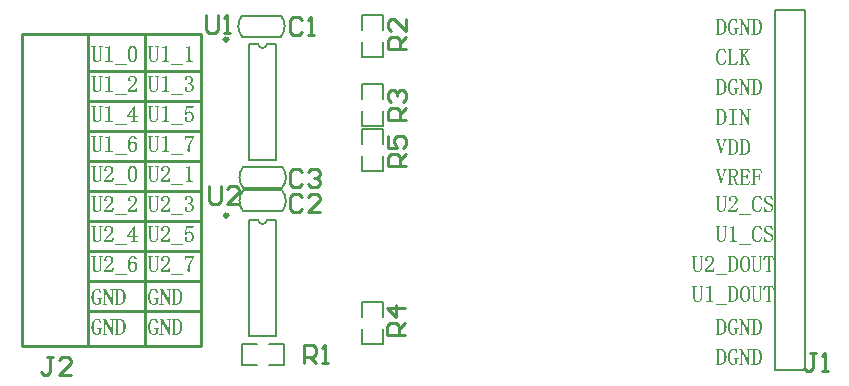
<source format=gto>
G04*
G04 #@! TF.GenerationSoftware,Altium Limited,Altium Designer,25.2.1 (25)*
G04*
G04 Layer_Color=65535*
%FSLAX44Y44*%
%MOMM*%
G71*
G04*
G04 #@! TF.SameCoordinates,BB5B7109-8511-46E3-AB3A-B5F62D7AE0FB*
G04*
G04*
G04 #@! TF.FilePolarity,Positive*
G04*
G01*
G75*
%ADD10C,0.1524*%
%ADD11C,0.3000*%
%ADD12C,0.2000*%
%ADD13C,0.2540*%
%ADD14C,0.1500*%
G36*
X622913Y56587D02*
X622117Y56365D01*
Y56383D01*
X622098Y56439D01*
X622061Y56531D01*
X622024Y56642D01*
X621987Y56772D01*
X621931Y56939D01*
X621783Y57309D01*
X621617Y57698D01*
X621413Y58087D01*
X621209Y58438D01*
X621080Y58605D01*
X620969Y58735D01*
X620932Y58772D01*
X620858Y58846D01*
X620709Y58957D01*
X620524Y59086D01*
X620302Y59198D01*
X620043Y59309D01*
X619747Y59383D01*
X619413Y59420D01*
X619376D01*
X619321Y59401D01*
X619247D01*
X619043Y59346D01*
X618784Y59235D01*
X618635Y59161D01*
X618487Y59050D01*
X618321Y58938D01*
X618154Y58790D01*
X617988Y58624D01*
X617821Y58420D01*
X617636Y58179D01*
X617469Y57920D01*
X617450Y57902D01*
X617432Y57846D01*
X617395Y57772D01*
X617321Y57642D01*
X617265Y57476D01*
X617191Y57290D01*
X617099Y57050D01*
X617025Y56790D01*
X616932Y56476D01*
X616858Y56142D01*
X616765Y55753D01*
X616710Y55328D01*
X616654Y54883D01*
X616599Y54383D01*
X616580Y53846D01*
X616562Y53272D01*
Y53254D01*
Y53180D01*
Y53069D01*
X616580Y52920D01*
Y52717D01*
X616599Y52495D01*
X616617Y52254D01*
X616654Y51976D01*
X616691Y51680D01*
X616728Y51365D01*
X616858Y50698D01*
X617025Y50013D01*
X617247Y49310D01*
Y49291D01*
X617284Y49236D01*
X617321Y49143D01*
X617376Y49032D01*
X617450Y48884D01*
X617543Y48736D01*
X617784Y48402D01*
X618099Y48051D01*
X618284Y47902D01*
X618487Y47773D01*
X618710Y47643D01*
X618950Y47551D01*
X619210Y47495D01*
X619487Y47477D01*
X619617D01*
X619765Y47495D01*
X619932Y47514D01*
X620117Y47551D01*
X620321Y47606D01*
X620524Y47680D01*
X620691Y47773D01*
X620709Y47791D01*
X620765Y47828D01*
X620839Y47902D01*
X620932Y48014D01*
X621006Y48143D01*
X621098Y48291D01*
X621172Y48477D01*
X621209Y48699D01*
Y51273D01*
Y51291D01*
Y51328D01*
Y51402D01*
X621191Y51476D01*
X621135Y51661D01*
X621080Y51735D01*
X621024Y51810D01*
X620987Y51846D01*
X620895Y51902D01*
X620728Y51958D01*
X620617Y51995D01*
X619821D01*
Y52846D01*
X624061D01*
Y51995D01*
X623376D01*
X623302Y51976D01*
X623154Y51921D01*
X623005Y51810D01*
X622987Y51772D01*
X622931Y51698D01*
X622857Y51550D01*
X622839Y51347D01*
Y47329D01*
X622820D01*
X622765Y47347D01*
X622691Y47365D01*
X622598Y47384D01*
X622431Y47421D01*
X622357D01*
X622302Y47440D01*
X622283D01*
X622246Y47458D01*
X622172Y47477D01*
X622024D01*
X621950Y47458D01*
X621857Y47440D01*
X621839D01*
X621783Y47421D01*
X621709Y47384D01*
X621635Y47310D01*
X621617Y47291D01*
X621543Y47236D01*
X621450Y47162D01*
X621302Y47069D01*
X621154Y46977D01*
X620969Y46884D01*
X620784Y46792D01*
X620580Y46717D01*
X620561D01*
X620487Y46699D01*
X620376Y46680D01*
X620247Y46643D01*
X620061Y46625D01*
X619876Y46588D01*
X619654Y46569D01*
X619302D01*
X619191Y46588D01*
X619024Y46606D01*
X618821Y46625D01*
X618580Y46680D01*
X618339Y46736D01*
X618061Y46828D01*
X617784Y46940D01*
X617487Y47088D01*
X617191Y47254D01*
X616895Y47458D01*
X616617Y47699D01*
X616339Y47977D01*
X616099Y48291D01*
X615877Y48662D01*
X615858Y48680D01*
X615821Y48754D01*
X615765Y48865D01*
X615710Y49032D01*
X615617Y49236D01*
X615525Y49458D01*
X615432Y49736D01*
X615321Y50032D01*
X615210Y50365D01*
X615117Y50717D01*
X615025Y51087D01*
X614932Y51495D01*
X614877Y51921D01*
X614821Y52365D01*
X614784Y52809D01*
X614766Y53272D01*
Y53309D01*
Y53402D01*
Y53550D01*
X614784Y53754D01*
X614803Y54013D01*
X614840Y54291D01*
X614877Y54624D01*
X614932Y54976D01*
X614988Y55365D01*
X615080Y55753D01*
X615191Y56179D01*
X615321Y56587D01*
X615469Y57013D01*
X615636Y57439D01*
X615840Y57846D01*
X616062Y58253D01*
X616080Y58272D01*
X616117Y58346D01*
X616191Y58438D01*
X616302Y58587D01*
X616432Y58735D01*
X616580Y58920D01*
X616765Y59105D01*
X616969Y59309D01*
X617210Y59494D01*
X617450Y59679D01*
X617728Y59864D01*
X618024Y60012D01*
X618339Y60160D01*
X618691Y60253D01*
X619043Y60327D01*
X619413Y60346D01*
X619506D01*
X619598Y60327D01*
X619747Y60309D01*
X619913Y60290D01*
X620098Y60253D01*
X620302Y60179D01*
X620524Y60105D01*
X620543D01*
X620617Y60068D01*
X620728Y60031D01*
X620839Y59994D01*
X620969Y59957D01*
X621098Y59920D01*
X621191Y59901D01*
X621265Y59883D01*
X621302D01*
X621376Y59901D01*
X621487Y59920D01*
X621617Y59975D01*
X621654Y59994D01*
X621691Y60012D01*
X621765Y60068D01*
X621839Y60105D01*
X621950Y60179D01*
X622061Y60272D01*
X622209Y60364D01*
X622913Y56587D01*
D02*
G37*
G36*
X634319Y59346D02*
X633467D01*
X633375Y59327D01*
X633245Y59309D01*
X633134Y59235D01*
X633116Y59216D01*
X633078Y59161D01*
X633023Y59068D01*
X633004Y58938D01*
Y46717D01*
X632208D01*
X626579Y57760D01*
Y47977D01*
Y47940D01*
X626598Y47847D01*
X626635Y47736D01*
X626690Y47643D01*
X626709Y47625D01*
X626783Y47606D01*
X626894Y47569D01*
X627061Y47551D01*
X627875D01*
Y46717D01*
X624413D01*
Y47551D01*
X625265D01*
X625376Y47569D01*
X625505Y47588D01*
X625598Y47643D01*
X625616Y47662D01*
X625653Y47736D01*
X625690Y47828D01*
X625709Y47977D01*
Y58938D01*
Y58957D01*
Y58975D01*
X625690Y59068D01*
X625672Y59161D01*
X625616Y59253D01*
X625598Y59272D01*
X625542Y59309D01*
X625413Y59327D01*
X625339Y59346D01*
X624561D01*
Y60198D01*
X627116D01*
X632134Y50519D01*
Y58938D01*
Y58957D01*
Y58975D01*
X632116Y59068D01*
X632097Y59161D01*
X632042Y59253D01*
X632023Y59272D01*
X631968Y59309D01*
X631838Y59327D01*
X631764Y59346D01*
X630838D01*
Y60198D01*
X634319D01*
Y59346D01*
D02*
G37*
G36*
X638615Y60179D02*
X638782D01*
X638985Y60142D01*
X639226Y60105D01*
X639504Y60068D01*
X639800Y59994D01*
X640096Y59920D01*
X640411Y59809D01*
X640744Y59679D01*
X641078Y59531D01*
X641411Y59346D01*
X641726Y59124D01*
X642022Y58883D01*
X642318Y58605D01*
X642337Y58587D01*
X642374Y58531D01*
X642448Y58438D01*
X642559Y58309D01*
X642670Y58142D01*
X642781Y57920D01*
X642929Y57679D01*
X643059Y57401D01*
X643189Y57087D01*
X643337Y56716D01*
X643448Y56309D01*
X643577Y55883D01*
X643670Y55402D01*
X643744Y54883D01*
X643781Y54328D01*
X643800Y53735D01*
Y53717D01*
Y53698D01*
Y53643D01*
Y53569D01*
Y53383D01*
X643781Y53143D01*
X643763Y52846D01*
X643726Y52495D01*
X643670Y52124D01*
X643614Y51717D01*
X643540Y51291D01*
X643448Y50847D01*
X643337Y50402D01*
X643189Y49976D01*
X643022Y49550D01*
X642837Y49143D01*
X642615Y48754D01*
X642355Y48421D01*
X642337Y48402D01*
X642281Y48347D01*
X642207Y48273D01*
X642096Y48162D01*
X641948Y48032D01*
X641763Y47884D01*
X641541Y47736D01*
X641300Y47569D01*
X641022Y47403D01*
X640707Y47254D01*
X640356Y47106D01*
X639985Y46977D01*
X639578Y46884D01*
X639133Y46792D01*
X638652Y46736D01*
X638152Y46717D01*
X634652D01*
Y47551D01*
X635449D01*
X635560Y47569D01*
X635689Y47588D01*
X635745Y47606D01*
X635782Y47643D01*
X635800Y47662D01*
X635838Y47736D01*
X635856Y47828D01*
X635874Y47977D01*
Y58938D01*
Y58957D01*
Y58975D01*
X635856Y59068D01*
X635838Y59161D01*
X635782Y59253D01*
X635763Y59272D01*
X635708Y59309D01*
X635578Y59327D01*
X635504Y59346D01*
X634726D01*
Y60198D01*
X638485D01*
X638615Y60179D01*
D02*
G37*
G36*
X608563D02*
X608729D01*
X608933Y60142D01*
X609174Y60105D01*
X609451Y60068D01*
X609748Y59994D01*
X610044Y59920D01*
X610359Y59809D01*
X610692Y59679D01*
X611025Y59531D01*
X611358Y59346D01*
X611673Y59124D01*
X611970Y58883D01*
X612266Y58605D01*
X612284Y58587D01*
X612321Y58531D01*
X612395Y58438D01*
X612506Y58309D01*
X612618Y58142D01*
X612729Y57920D01*
X612877Y57679D01*
X613007Y57401D01*
X613136Y57087D01*
X613284Y56716D01*
X613395Y56309D01*
X613525Y55883D01*
X613618Y55402D01*
X613692Y54883D01*
X613729Y54328D01*
X613747Y53735D01*
Y53717D01*
Y53698D01*
Y53643D01*
Y53569D01*
Y53383D01*
X613729Y53143D01*
X613710Y52846D01*
X613673Y52495D01*
X613618Y52124D01*
X613562Y51717D01*
X613488Y51291D01*
X613395Y50847D01*
X613284Y50402D01*
X613136Y49976D01*
X612970Y49550D01*
X612784Y49143D01*
X612562Y48754D01*
X612303Y48421D01*
X612284Y48402D01*
X612229Y48347D01*
X612155Y48273D01*
X612044Y48162D01*
X611895Y48032D01*
X611710Y47884D01*
X611488Y47736D01*
X611247Y47569D01*
X610970Y47403D01*
X610655Y47254D01*
X610303Y47106D01*
X609933Y46977D01*
X609525Y46884D01*
X609081Y46792D01*
X608600Y46736D01*
X608100Y46717D01*
X604600D01*
Y47551D01*
X605396D01*
X605507Y47569D01*
X605637Y47588D01*
X605692Y47606D01*
X605729Y47643D01*
X605748Y47662D01*
X605785Y47736D01*
X605803Y47828D01*
X605822Y47977D01*
Y58938D01*
Y58957D01*
Y58975D01*
X605803Y59068D01*
X605785Y59161D01*
X605729Y59253D01*
X605711Y59272D01*
X605655Y59309D01*
X605526Y59327D01*
X605452Y59346D01*
X604674D01*
Y60198D01*
X608433D01*
X608563Y60179D01*
D02*
G37*
G36*
X622913Y31187D02*
X622117Y30965D01*
Y30983D01*
X622098Y31039D01*
X622061Y31131D01*
X622024Y31242D01*
X621987Y31372D01*
X621931Y31539D01*
X621783Y31909D01*
X621617Y32298D01*
X621413Y32687D01*
X621209Y33038D01*
X621080Y33205D01*
X620969Y33335D01*
X620932Y33372D01*
X620858Y33446D01*
X620709Y33557D01*
X620524Y33686D01*
X620302Y33798D01*
X620043Y33909D01*
X619747Y33983D01*
X619413Y34020D01*
X619376D01*
X619321Y34001D01*
X619247D01*
X619043Y33946D01*
X618784Y33835D01*
X618635Y33761D01*
X618487Y33649D01*
X618321Y33538D01*
X618154Y33390D01*
X617988Y33224D01*
X617821Y33020D01*
X617636Y32779D01*
X617469Y32520D01*
X617450Y32501D01*
X617432Y32446D01*
X617395Y32372D01*
X617321Y32242D01*
X617265Y32076D01*
X617191Y31890D01*
X617099Y31650D01*
X617025Y31391D01*
X616932Y31076D01*
X616858Y30742D01*
X616765Y30354D01*
X616710Y29928D01*
X616654Y29483D01*
X616599Y28983D01*
X616580Y28446D01*
X616562Y27872D01*
Y27854D01*
Y27780D01*
Y27669D01*
X616580Y27520D01*
Y27317D01*
X616599Y27095D01*
X616617Y26854D01*
X616654Y26576D01*
X616691Y26280D01*
X616728Y25965D01*
X616858Y25299D01*
X617025Y24613D01*
X617247Y23910D01*
Y23891D01*
X617284Y23836D01*
X617321Y23743D01*
X617376Y23632D01*
X617450Y23484D01*
X617543Y23336D01*
X617784Y23002D01*
X618099Y22651D01*
X618284Y22503D01*
X618487Y22373D01*
X618710Y22243D01*
X618950Y22151D01*
X619210Y22095D01*
X619487Y22077D01*
X619617D01*
X619765Y22095D01*
X619932Y22114D01*
X620117Y22151D01*
X620321Y22206D01*
X620524Y22280D01*
X620691Y22373D01*
X620709Y22391D01*
X620765Y22428D01*
X620839Y22503D01*
X620932Y22614D01*
X621006Y22743D01*
X621098Y22891D01*
X621172Y23077D01*
X621209Y23299D01*
Y25872D01*
Y25891D01*
Y25928D01*
Y26002D01*
X621191Y26076D01*
X621135Y26261D01*
X621080Y26335D01*
X621024Y26409D01*
X620987Y26446D01*
X620895Y26502D01*
X620728Y26558D01*
X620617Y26595D01*
X619821D01*
Y27446D01*
X624061D01*
Y26595D01*
X623376D01*
X623302Y26576D01*
X623154Y26521D01*
X623005Y26409D01*
X622987Y26372D01*
X622931Y26298D01*
X622857Y26150D01*
X622839Y25947D01*
Y21929D01*
X622820D01*
X622765Y21947D01*
X622691Y21965D01*
X622598Y21984D01*
X622431Y22021D01*
X622357D01*
X622302Y22040D01*
X622283D01*
X622246Y22058D01*
X622172Y22077D01*
X622024D01*
X621950Y22058D01*
X621857Y22040D01*
X621839D01*
X621783Y22021D01*
X621709Y21984D01*
X621635Y21910D01*
X621617Y21891D01*
X621543Y21836D01*
X621450Y21762D01*
X621302Y21669D01*
X621154Y21577D01*
X620969Y21484D01*
X620784Y21391D01*
X620580Y21317D01*
X620561D01*
X620487Y21299D01*
X620376Y21280D01*
X620247Y21243D01*
X620061Y21225D01*
X619876Y21188D01*
X619654Y21169D01*
X619302D01*
X619191Y21188D01*
X619024Y21206D01*
X618821Y21225D01*
X618580Y21280D01*
X618339Y21336D01*
X618061Y21428D01*
X617784Y21540D01*
X617487Y21688D01*
X617191Y21854D01*
X616895Y22058D01*
X616617Y22299D01*
X616339Y22577D01*
X616099Y22891D01*
X615877Y23262D01*
X615858Y23280D01*
X615821Y23354D01*
X615765Y23465D01*
X615710Y23632D01*
X615617Y23836D01*
X615525Y24058D01*
X615432Y24336D01*
X615321Y24632D01*
X615210Y24965D01*
X615117Y25317D01*
X615025Y25687D01*
X614932Y26095D01*
X614877Y26521D01*
X614821Y26965D01*
X614784Y27409D01*
X614766Y27872D01*
Y27909D01*
Y28002D01*
Y28150D01*
X614784Y28354D01*
X614803Y28613D01*
X614840Y28891D01*
X614877Y29224D01*
X614932Y29576D01*
X614988Y29965D01*
X615080Y30354D01*
X615191Y30779D01*
X615321Y31187D01*
X615469Y31613D01*
X615636Y32039D01*
X615840Y32446D01*
X616062Y32853D01*
X616080Y32872D01*
X616117Y32946D01*
X616191Y33038D01*
X616302Y33187D01*
X616432Y33335D01*
X616580Y33520D01*
X616765Y33705D01*
X616969Y33909D01*
X617210Y34094D01*
X617450Y34279D01*
X617728Y34464D01*
X618024Y34612D01*
X618339Y34760D01*
X618691Y34853D01*
X619043Y34927D01*
X619413Y34946D01*
X619506D01*
X619598Y34927D01*
X619747Y34909D01*
X619913Y34890D01*
X620098Y34853D01*
X620302Y34779D01*
X620524Y34705D01*
X620543D01*
X620617Y34668D01*
X620728Y34631D01*
X620839Y34594D01*
X620969Y34557D01*
X621098Y34520D01*
X621191Y34501D01*
X621265Y34483D01*
X621302D01*
X621376Y34501D01*
X621487Y34520D01*
X621617Y34575D01*
X621654Y34594D01*
X621691Y34612D01*
X621765Y34668D01*
X621839Y34705D01*
X621950Y34779D01*
X622061Y34872D01*
X622209Y34964D01*
X622913Y31187D01*
D02*
G37*
G36*
X634319Y33946D02*
X633467D01*
X633375Y33927D01*
X633245Y33909D01*
X633134Y33835D01*
X633116Y33816D01*
X633078Y33761D01*
X633023Y33668D01*
X633004Y33538D01*
Y21317D01*
X632208D01*
X626579Y32360D01*
Y22577D01*
Y22540D01*
X626598Y22447D01*
X626635Y22336D01*
X626690Y22243D01*
X626709Y22225D01*
X626783Y22206D01*
X626894Y22169D01*
X627061Y22151D01*
X627875D01*
Y21317D01*
X624413D01*
Y22151D01*
X625265D01*
X625376Y22169D01*
X625505Y22188D01*
X625598Y22243D01*
X625616Y22262D01*
X625653Y22336D01*
X625690Y22428D01*
X625709Y22577D01*
Y33538D01*
Y33557D01*
Y33575D01*
X625690Y33668D01*
X625672Y33761D01*
X625616Y33853D01*
X625598Y33872D01*
X625542Y33909D01*
X625413Y33927D01*
X625339Y33946D01*
X624561D01*
Y34797D01*
X627116D01*
X632134Y25119D01*
Y33538D01*
Y33557D01*
Y33575D01*
X632116Y33668D01*
X632097Y33761D01*
X632042Y33853D01*
X632023Y33872D01*
X631968Y33909D01*
X631838Y33927D01*
X631764Y33946D01*
X630838D01*
Y34797D01*
X634319D01*
Y33946D01*
D02*
G37*
G36*
X638615Y34779D02*
X638782D01*
X638985Y34742D01*
X639226Y34705D01*
X639504Y34668D01*
X639800Y34594D01*
X640096Y34520D01*
X640411Y34409D01*
X640744Y34279D01*
X641078Y34131D01*
X641411Y33946D01*
X641726Y33724D01*
X642022Y33483D01*
X642318Y33205D01*
X642337Y33187D01*
X642374Y33131D01*
X642448Y33038D01*
X642559Y32909D01*
X642670Y32742D01*
X642781Y32520D01*
X642929Y32279D01*
X643059Y32002D01*
X643189Y31687D01*
X643337Y31316D01*
X643448Y30909D01*
X643577Y30483D01*
X643670Y30002D01*
X643744Y29483D01*
X643781Y28928D01*
X643800Y28335D01*
Y28317D01*
Y28298D01*
Y28243D01*
Y28169D01*
Y27983D01*
X643781Y27743D01*
X643763Y27446D01*
X643726Y27095D01*
X643670Y26724D01*
X643614Y26317D01*
X643540Y25891D01*
X643448Y25447D01*
X643337Y25002D01*
X643189Y24576D01*
X643022Y24151D01*
X642837Y23743D01*
X642615Y23354D01*
X642355Y23021D01*
X642337Y23002D01*
X642281Y22947D01*
X642207Y22873D01*
X642096Y22762D01*
X641948Y22632D01*
X641763Y22484D01*
X641541Y22336D01*
X641300Y22169D01*
X641022Y22002D01*
X640707Y21854D01*
X640356Y21706D01*
X639985Y21577D01*
X639578Y21484D01*
X639133Y21391D01*
X638652Y21336D01*
X638152Y21317D01*
X634652D01*
Y22151D01*
X635449D01*
X635560Y22169D01*
X635689Y22188D01*
X635745Y22206D01*
X635782Y22243D01*
X635800Y22262D01*
X635838Y22336D01*
X635856Y22428D01*
X635874Y22577D01*
Y33538D01*
Y33557D01*
Y33575D01*
X635856Y33668D01*
X635838Y33761D01*
X635782Y33853D01*
X635763Y33872D01*
X635708Y33909D01*
X635578Y33927D01*
X635504Y33946D01*
X634726D01*
Y34797D01*
X638485D01*
X638615Y34779D01*
D02*
G37*
G36*
X608563D02*
X608729D01*
X608933Y34742D01*
X609174Y34705D01*
X609451Y34668D01*
X609748Y34594D01*
X610044Y34520D01*
X610359Y34409D01*
X610692Y34279D01*
X611025Y34131D01*
X611358Y33946D01*
X611673Y33724D01*
X611970Y33483D01*
X612266Y33205D01*
X612284Y33187D01*
X612321Y33131D01*
X612395Y33038D01*
X612506Y32909D01*
X612618Y32742D01*
X612729Y32520D01*
X612877Y32279D01*
X613007Y32002D01*
X613136Y31687D01*
X613284Y31316D01*
X613395Y30909D01*
X613525Y30483D01*
X613618Y30002D01*
X613692Y29483D01*
X613729Y28928D01*
X613747Y28335D01*
Y28317D01*
Y28298D01*
Y28243D01*
Y28169D01*
Y27983D01*
X613729Y27743D01*
X613710Y27446D01*
X613673Y27095D01*
X613618Y26724D01*
X613562Y26317D01*
X613488Y25891D01*
X613395Y25447D01*
X613284Y25002D01*
X613136Y24576D01*
X612970Y24151D01*
X612784Y23743D01*
X612562Y23354D01*
X612303Y23021D01*
X612284Y23002D01*
X612229Y22947D01*
X612155Y22873D01*
X612044Y22762D01*
X611895Y22632D01*
X611710Y22484D01*
X611488Y22336D01*
X611247Y22169D01*
X610970Y22002D01*
X610655Y21854D01*
X610303Y21706D01*
X609933Y21577D01*
X609525Y21484D01*
X609081Y21391D01*
X608600Y21336D01*
X608100Y21317D01*
X604600D01*
Y22151D01*
X605396D01*
X605507Y22169D01*
X605637Y22188D01*
X605692Y22206D01*
X605729Y22243D01*
X605748Y22262D01*
X605785Y22336D01*
X605803Y22428D01*
X605822Y22577D01*
Y33538D01*
Y33557D01*
Y33575D01*
X605803Y33668D01*
X605785Y33761D01*
X605729Y33853D01*
X605711Y33872D01*
X605655Y33909D01*
X605526Y33927D01*
X605452Y33946D01*
X604674D01*
Y34797D01*
X608433D01*
X608563Y34779D01*
D02*
G37*
G36*
X653926Y110183D02*
X653204Y110072D01*
Y110090D01*
X653167Y110146D01*
X653148Y110238D01*
X653093Y110349D01*
X653037Y110479D01*
X652982Y110627D01*
X652834Y110979D01*
X652667Y111331D01*
X652500Y111664D01*
X652426Y111812D01*
X652352Y111942D01*
X652278Y112053D01*
X652223Y112146D01*
X652204Y112164D01*
X652167Y112201D01*
X652074Y112257D01*
X651963Y112331D01*
X651778Y112405D01*
X651574Y112460D01*
X651297Y112497D01*
X650963Y112516D01*
X650371D01*
X650297Y112497D01*
X650260D01*
Y112479D01*
Y112460D01*
Y112405D01*
X650241Y112331D01*
Y112220D01*
Y112072D01*
Y111868D01*
Y101221D01*
Y101184D01*
X650260Y101091D01*
X650297Y100980D01*
X650371Y100887D01*
X650389Y100869D01*
X650463Y100850D01*
X650575Y100813D01*
X650723Y100795D01*
X651630D01*
Y99962D01*
X647223D01*
Y100795D01*
X648167D01*
X648279Y100813D01*
X648408Y100832D01*
X648501Y100887D01*
X648519Y100906D01*
X648556Y100980D01*
X648593Y101073D01*
X648612Y101221D01*
Y111960D01*
Y111979D01*
Y112034D01*
Y112127D01*
Y112220D01*
Y112312D01*
Y112405D01*
X648593Y112460D01*
Y112497D01*
X648556D01*
X648538Y112516D01*
X647964D01*
X647797Y112497D01*
X647593Y112479D01*
X647353Y112423D01*
X647131Y112368D01*
X646927Y112275D01*
X646760Y112164D01*
X646742Y112146D01*
X646686Y112090D01*
X646612Y111960D01*
X646556Y111886D01*
X646501Y111775D01*
X646427Y111646D01*
X646353Y111516D01*
X646260Y111331D01*
X646168Y111146D01*
X646075Y110924D01*
X645964Y110664D01*
X645853Y110386D01*
X645723Y110072D01*
X644927Y110183D01*
X645668Y113442D01*
X653278D01*
X653926Y110183D01*
D02*
G37*
G36*
X644131Y112590D02*
X643427D01*
X643335Y112571D01*
X643205Y112553D01*
X643094Y112479D01*
X643075Y112460D01*
X643038Y112405D01*
X643001Y112312D01*
X642983Y112183D01*
Y103295D01*
Y103276D01*
Y103221D01*
Y103146D01*
X642964Y103035D01*
X642946Y102887D01*
X642927Y102739D01*
X642853Y102369D01*
X642705Y101961D01*
X642631Y101739D01*
X642520Y101536D01*
X642390Y101313D01*
X642242Y101110D01*
X642076Y100925D01*
X641872Y100739D01*
X641853Y100721D01*
X641816Y100702D01*
X641761Y100647D01*
X641687Y100591D01*
X641575Y100517D01*
X641446Y100443D01*
X641150Y100276D01*
X640798Y100110D01*
X640372Y99962D01*
X639909Y99851D01*
X639668Y99832D01*
X639409Y99813D01*
X639261D01*
X639168Y99832D01*
X639039D01*
X638891Y99851D01*
X638557Y99906D01*
X638150Y100017D01*
X637724Y100147D01*
X637280Y100351D01*
X637057Y100462D01*
X636854Y100610D01*
X636835Y100628D01*
X636798Y100647D01*
X636761Y100702D01*
X636687Y100758D01*
X636595Y100850D01*
X636502Y100962D01*
X636409Y101091D01*
X636317Y101239D01*
X636206Y101406D01*
X636113Y101610D01*
X636021Y101813D01*
X635928Y102054D01*
X635854Y102313D01*
X635817Y102591D01*
X635780Y102887D01*
X635761Y103221D01*
Y112183D01*
Y112201D01*
Y112220D01*
X635743Y112312D01*
X635724Y112405D01*
X635650Y112497D01*
X635632Y112516D01*
X635576Y112553D01*
X635447Y112571D01*
X635280Y112590D01*
X634687D01*
Y113442D01*
X638465D01*
Y112590D01*
X637835D01*
X637743Y112571D01*
X637613Y112553D01*
X637502Y112479D01*
X637483Y112460D01*
X637446Y112405D01*
X637409Y112312D01*
X637391Y112183D01*
Y103221D01*
Y103202D01*
Y103165D01*
Y103091D01*
X637409Y102980D01*
Y102869D01*
X637428Y102739D01*
X637465Y102443D01*
X637539Y102109D01*
X637631Y101795D01*
X637780Y101498D01*
X637872Y101387D01*
X637965Y101276D01*
X638002Y101258D01*
X638076Y101202D01*
X638205Y101128D01*
X638391Y101036D01*
X638613Y100943D01*
X638891Y100869D01*
X639205Y100813D01*
X639557Y100795D01*
X639668D01*
X639742Y100813D01*
X639927Y100832D01*
X640187Y100887D01*
X640464Y100962D01*
X640779Y101091D01*
X641076Y101258D01*
X641372Y101498D01*
X641409Y101536D01*
X641483Y101628D01*
X641613Y101776D01*
X641742Y101998D01*
X641872Y102258D01*
X642001Y102554D01*
X642076Y102906D01*
X642113Y103295D01*
Y112183D01*
Y112201D01*
Y112220D01*
X642094Y112312D01*
X642076Y112405D01*
X642020Y112497D01*
X642001Y112516D01*
X641946Y112553D01*
X641816Y112571D01*
X641742Y112590D01*
X640965D01*
Y113442D01*
X644131D01*
Y112590D01*
D02*
G37*
G36*
X594043D02*
X593340D01*
X593247Y112571D01*
X593118Y112553D01*
X593007Y112479D01*
X592988Y112460D01*
X592951Y112405D01*
X592914Y112312D01*
X592895Y112183D01*
Y103295D01*
Y103276D01*
Y103221D01*
Y103146D01*
X592877Y103035D01*
X592858Y102887D01*
X592840Y102739D01*
X592766Y102369D01*
X592618Y101961D01*
X592544Y101739D01*
X592433Y101536D01*
X592303Y101313D01*
X592155Y101110D01*
X591988Y100925D01*
X591784Y100739D01*
X591766Y100721D01*
X591729Y100702D01*
X591673Y100647D01*
X591599Y100591D01*
X591488Y100517D01*
X591358Y100443D01*
X591062Y100276D01*
X590710Y100110D01*
X590285Y99962D01*
X589822Y99851D01*
X589581Y99832D01*
X589322Y99813D01*
X589174D01*
X589081Y99832D01*
X588951D01*
X588803Y99851D01*
X588470Y99906D01*
X588063Y100017D01*
X587637Y100147D01*
X587192Y100351D01*
X586970Y100462D01*
X586766Y100610D01*
X586748Y100628D01*
X586711Y100647D01*
X586674Y100702D01*
X586600Y100758D01*
X586507Y100850D01*
X586415Y100962D01*
X586322Y101091D01*
X586229Y101239D01*
X586118Y101406D01*
X586026Y101610D01*
X585933Y101813D01*
X585841Y102054D01*
X585766Y102313D01*
X585729Y102591D01*
X585692Y102887D01*
X585674Y103221D01*
Y112183D01*
Y112201D01*
Y112220D01*
X585655Y112312D01*
X585637Y112405D01*
X585563Y112497D01*
X585544Y112516D01*
X585489Y112553D01*
X585359Y112571D01*
X585192Y112590D01*
X584600D01*
Y113442D01*
X588377D01*
Y112590D01*
X587748D01*
X587655Y112571D01*
X587526Y112553D01*
X587415Y112479D01*
X587396Y112460D01*
X587359Y112405D01*
X587322Y112312D01*
X587303Y112183D01*
Y103221D01*
Y103202D01*
Y103165D01*
Y103091D01*
X587322Y102980D01*
Y102869D01*
X587340Y102739D01*
X587377Y102443D01*
X587452Y102109D01*
X587544Y101795D01*
X587692Y101498D01*
X587785Y101387D01*
X587877Y101276D01*
X587914Y101258D01*
X587989Y101202D01*
X588118Y101128D01*
X588303Y101036D01*
X588526Y100943D01*
X588803Y100869D01*
X589118Y100813D01*
X589470Y100795D01*
X589581D01*
X589655Y100813D01*
X589840Y100832D01*
X590099Y100887D01*
X590377Y100962D01*
X590692Y101091D01*
X590988Y101258D01*
X591284Y101498D01*
X591321Y101536D01*
X591395Y101628D01*
X591525Y101776D01*
X591655Y101998D01*
X591784Y102258D01*
X591914Y102554D01*
X591988Y102906D01*
X592025Y103295D01*
Y112183D01*
Y112201D01*
Y112220D01*
X592007Y112312D01*
X591988Y112405D01*
X591932Y112497D01*
X591914Y112516D01*
X591858Y112553D01*
X591729Y112571D01*
X591655Y112590D01*
X590877D01*
Y113442D01*
X594043D01*
Y112590D01*
D02*
G37*
G36*
X618689Y113423D02*
X618856D01*
X619059Y113386D01*
X619300Y113349D01*
X619578Y113312D01*
X619874Y113238D01*
X620170Y113164D01*
X620485Y113053D01*
X620818Y112923D01*
X621152Y112775D01*
X621485Y112590D01*
X621800Y112368D01*
X622096Y112127D01*
X622392Y111849D01*
X622411Y111831D01*
X622448Y111775D01*
X622522Y111683D01*
X622633Y111553D01*
X622744Y111386D01*
X622855Y111164D01*
X623003Y110924D01*
X623133Y110646D01*
X623263Y110331D01*
X623411Y109961D01*
X623522Y109553D01*
X623652Y109127D01*
X623744Y108646D01*
X623818Y108127D01*
X623855Y107572D01*
X623874Y106979D01*
Y106961D01*
Y106942D01*
Y106887D01*
Y106813D01*
Y106628D01*
X623855Y106387D01*
X623837Y106091D01*
X623800Y105739D01*
X623744Y105368D01*
X623689Y104961D01*
X623614Y104535D01*
X623522Y104091D01*
X623411Y103646D01*
X623263Y103221D01*
X623096Y102795D01*
X622911Y102387D01*
X622689Y101998D01*
X622429Y101665D01*
X622411Y101647D01*
X622355Y101591D01*
X622281Y101517D01*
X622170Y101406D01*
X622022Y101276D01*
X621837Y101128D01*
X621615Y100980D01*
X621374Y100813D01*
X621096Y100647D01*
X620781Y100499D01*
X620430Y100351D01*
X620059Y100221D01*
X619652Y100128D01*
X619207Y100036D01*
X618726Y99980D01*
X618226Y99962D01*
X614726D01*
Y100795D01*
X615523D01*
X615634Y100813D01*
X615763Y100832D01*
X615819Y100850D01*
X615856Y100887D01*
X615874Y100906D01*
X615911Y100980D01*
X615930Y101073D01*
X615949Y101221D01*
Y112183D01*
Y112201D01*
Y112220D01*
X615930Y112312D01*
X615911Y112405D01*
X615856Y112497D01*
X615838Y112516D01*
X615782Y112553D01*
X615652Y112571D01*
X615578Y112590D01*
X614800D01*
Y113442D01*
X618559D01*
X618689Y113423D01*
D02*
G37*
G36*
X599654Y113571D02*
X599821Y113553D01*
X600006Y113534D01*
X600209Y113516D01*
X600413Y113460D01*
X600876Y113349D01*
X601357Y113182D01*
X601580Y113071D01*
X601802Y112942D01*
X602006Y112775D01*
X602191Y112608D01*
X602209Y112590D01*
X602228Y112571D01*
X602283Y112516D01*
X602339Y112442D01*
X602413Y112349D01*
X602487Y112220D01*
X602672Y111942D01*
X602839Y111590D01*
X602987Y111183D01*
X603098Y110701D01*
X603116Y110461D01*
X603135Y110183D01*
Y110164D01*
Y110146D01*
Y110090D01*
Y110016D01*
X603116Y109831D01*
X603079Y109590D01*
X603024Y109294D01*
X602950Y108961D01*
X602839Y108609D01*
X602691Y108257D01*
Y108238D01*
X602672Y108220D01*
X602654Y108165D01*
X602617Y108090D01*
X602505Y107905D01*
X602357Y107683D01*
X602172Y107405D01*
X601931Y107091D01*
X601654Y106776D01*
X601320Y106442D01*
X601302Y106424D01*
X601228Y106350D01*
X601098Y106239D01*
X600950Y106091D01*
X600765Y105906D01*
X600543Y105683D01*
X600321Y105442D01*
X600061Y105202D01*
X599506Y104646D01*
X598932Y104054D01*
X598395Y103480D01*
X598136Y103221D01*
X597913Y102961D01*
X597895Y102943D01*
X597858Y102906D01*
X597802Y102832D01*
X597728Y102758D01*
X597543Y102535D01*
X597302Y102295D01*
X597080Y102036D01*
X596858Y101795D01*
X596747Y101684D01*
X596673Y101610D01*
X596599Y101536D01*
X596562Y101498D01*
X600969D01*
X601080Y101517D01*
X601228Y101554D01*
X601376Y101610D01*
X601543Y101702D01*
X601709Y101813D01*
X601876Y101961D01*
X601894Y101980D01*
X601950Y102054D01*
X602006Y102184D01*
X602098Y102350D01*
X602191Y102572D01*
X602283Y102869D01*
X602376Y103221D01*
X602450Y103628D01*
X603302D01*
X602802Y99962D01*
X595303D01*
Y101202D01*
X595321Y101239D01*
X595377Y101332D01*
X595488Y101498D01*
X595617Y101702D01*
X595802Y101980D01*
X596025Y102276D01*
X596284Y102628D01*
X596599Y103017D01*
X596617Y103035D01*
X596636Y103072D01*
X596691Y103128D01*
X596765Y103202D01*
X596858Y103313D01*
X596969Y103443D01*
X597099Y103591D01*
X597228Y103739D01*
X597580Y104128D01*
X597988Y104554D01*
X598450Y105035D01*
X598969Y105572D01*
X598987Y105591D01*
X599024Y105628D01*
X599098Y105702D01*
X599173Y105794D01*
X599284Y105906D01*
X599413Y106035D01*
X599691Y106350D01*
X599987Y106720D01*
X600302Y107128D01*
X600598Y107535D01*
X600839Y107961D01*
Y107979D01*
X600858Y108016D01*
X600895Y108072D01*
X600932Y108146D01*
X600969Y108257D01*
X601024Y108368D01*
X601135Y108646D01*
X601246Y108961D01*
X601339Y109312D01*
X601413Y109683D01*
X601432Y110035D01*
Y110053D01*
Y110090D01*
Y110164D01*
Y110257D01*
X601413Y110349D01*
X601395Y110479D01*
X601357Y110775D01*
X601302Y111090D01*
X601191Y111405D01*
X601061Y111720D01*
X600876Y111997D01*
X600858Y112034D01*
X600765Y112108D01*
X600635Y112201D01*
X600450Y112331D01*
X600228Y112460D01*
X599932Y112553D01*
X599580Y112627D01*
X599191Y112664D01*
X599043D01*
X598895Y112646D01*
X598691Y112608D01*
X598469Y112553D01*
X598228Y112479D01*
X597988Y112368D01*
X597747Y112220D01*
X597728Y112201D01*
X597654Y112146D01*
X597562Y112053D01*
X597469Y111923D01*
X597358Y111757D01*
X597265Y111572D01*
X597191Y111349D01*
X597173Y111109D01*
Y111090D01*
Y111035D01*
X597191Y110961D01*
X597210Y110868D01*
X597284Y110646D01*
X597339Y110535D01*
X597432Y110405D01*
X597450Y110386D01*
X597469Y110349D01*
X597524Y110294D01*
X597580Y110220D01*
X597673Y109998D01*
X597691Y109868D01*
X597710Y109738D01*
Y109720D01*
Y109664D01*
X597691Y109572D01*
X597673Y109461D01*
X597599Y109220D01*
X597543Y109109D01*
X597450Y108998D01*
X597432Y108979D01*
X597413Y108961D01*
X597358Y108924D01*
X597265Y108887D01*
X597173Y108831D01*
X597043Y108794D01*
X596895Y108776D01*
X596728Y108757D01*
X596636D01*
X596543Y108776D01*
X596413Y108794D01*
X596284Y108831D01*
X596136Y108887D01*
X595988Y108961D01*
X595858Y109072D01*
X595840Y109090D01*
X595802Y109127D01*
X595765Y109220D01*
X595710Y109331D01*
X595636Y109479D01*
X595599Y109646D01*
X595562Y109868D01*
X595543Y110109D01*
Y110127D01*
Y110183D01*
Y110275D01*
X595562Y110386D01*
X595580Y110535D01*
X595599Y110701D01*
X595691Y111072D01*
X595840Y111497D01*
X595932Y111701D01*
X596043Y111923D01*
X596191Y112127D01*
X596358Y112331D01*
X596543Y112534D01*
X596747Y112701D01*
X596765Y112720D01*
X596802Y112738D01*
X596876Y112775D01*
X596969Y112849D01*
X597080Y112905D01*
X597210Y112979D01*
X597358Y113071D01*
X597524Y113145D01*
X597913Y113312D01*
X598358Y113460D01*
X598839Y113553D01*
X599080Y113571D01*
X599339Y113590D01*
X599524D01*
X599654Y113571D01*
D02*
G37*
G36*
X629743D02*
X629892Y113553D01*
X630058Y113534D01*
X630262Y113479D01*
X630503Y113423D01*
X630743Y113331D01*
X631003Y113238D01*
X631280Y113090D01*
X631539Y112942D01*
X631817Y112738D01*
X632095Y112516D01*
X632354Y112238D01*
X632595Y111923D01*
X632836Y111572D01*
X632854Y111553D01*
X632891Y111479D01*
X632947Y111368D01*
X633021Y111220D01*
X633113Y111016D01*
X633224Y110794D01*
X633317Y110516D01*
X633447Y110220D01*
X633558Y109868D01*
X633650Y109498D01*
X633761Y109109D01*
X633854Y108683D01*
X633928Y108238D01*
X633984Y107757D01*
X634021Y107257D01*
X634039Y106739D01*
Y106702D01*
Y106591D01*
Y106424D01*
X634021Y106202D01*
X634002Y105942D01*
X633965Y105628D01*
X633928Y105276D01*
X633873Y104906D01*
X633817Y104498D01*
X633725Y104091D01*
X633632Y103665D01*
X633502Y103239D01*
X633354Y102832D01*
X633187Y102424D01*
X632984Y102036D01*
X632762Y101665D01*
X632743Y101647D01*
X632706Y101591D01*
X632632Y101498D01*
X632539Y101369D01*
X632410Y101239D01*
X632262Y101073D01*
X632076Y100906D01*
X631873Y100739D01*
X631651Y100573D01*
X631410Y100406D01*
X631151Y100239D01*
X630873Y100110D01*
X630558Y99980D01*
X630243Y99888D01*
X629892Y99832D01*
X629540Y99813D01*
X629466D01*
X629355Y99832D01*
X629225Y99851D01*
X629058Y99869D01*
X628873Y99906D01*
X628670Y99980D01*
X628447Y100054D01*
X628188Y100147D01*
X627947Y100276D01*
X627670Y100424D01*
X627410Y100610D01*
X627133Y100832D01*
X626873Y101073D01*
X626614Y101369D01*
X626355Y101702D01*
X626336Y101721D01*
X626299Y101795D01*
X626244Y101906D01*
X626151Y102054D01*
X626059Y102239D01*
X625947Y102480D01*
X625836Y102739D01*
X625707Y103054D01*
X625596Y103387D01*
X625466Y103776D01*
X625355Y104183D01*
X625262Y104628D01*
X625170Y105109D01*
X625114Y105628D01*
X625077Y106165D01*
X625059Y106739D01*
Y106776D01*
Y106868D01*
Y107035D01*
X625077Y107239D01*
X625096Y107498D01*
X625133Y107794D01*
X625170Y108127D01*
X625207Y108498D01*
X625281Y108887D01*
X625355Y109276D01*
X625448Y109683D01*
X625577Y110109D01*
X625707Y110516D01*
X625873Y110924D01*
X626059Y111312D01*
X626281Y111683D01*
X626299Y111701D01*
X626336Y111757D01*
X626410Y111868D01*
X626503Y111979D01*
X626633Y112127D01*
X626781Y112294D01*
X626947Y112460D01*
X627151Y112646D01*
X627373Y112812D01*
X627614Y112979D01*
X627892Y113145D01*
X628188Y113294D01*
X628484Y113423D01*
X628818Y113516D01*
X629169Y113571D01*
X629540Y113590D01*
X629632D01*
X629743Y113571D01*
D02*
G37*
G36*
X614467Y97369D02*
X604413D01*
Y98221D01*
X614467D01*
Y97369D01*
D02*
G37*
G36*
X643874Y135231D02*
X643077Y135009D01*
Y135027D01*
X643059Y135083D01*
X643022Y135157D01*
X642985Y135268D01*
X642929Y135379D01*
X642874Y135527D01*
X642726Y135861D01*
X642541Y136231D01*
X642337Y136620D01*
X642096Y136972D01*
X641966Y137120D01*
X641837Y137268D01*
X641800Y137305D01*
X641707Y137379D01*
X641541Y137490D01*
X641337Y137638D01*
X641059Y137768D01*
X640744Y137879D01*
X640393Y137953D01*
X639985Y137990D01*
X639930D01*
X639837Y137971D01*
X639744D01*
X639615Y137934D01*
X639467Y137897D01*
X639319Y137842D01*
X639133Y137786D01*
X638948Y137694D01*
X638763Y137583D01*
X638578Y137434D01*
X638374Y137286D01*
X638189Y137083D01*
X638004Y136860D01*
X637819Y136601D01*
X637652Y136305D01*
Y136286D01*
X637615Y136231D01*
X637578Y136138D01*
X637523Y136009D01*
X637467Y135842D01*
X637393Y135638D01*
X637319Y135398D01*
X637245Y135138D01*
X637152Y134842D01*
X637078Y134527D01*
X637004Y134176D01*
X636949Y133805D01*
X636893Y133398D01*
X636856Y132972D01*
X636837Y132528D01*
X636819Y132065D01*
Y132028D01*
Y131935D01*
Y131805D01*
X636837Y131602D01*
Y131361D01*
X636856Y131102D01*
X636874Y130806D01*
X636911Y130472D01*
X637004Y129787D01*
X637115Y129065D01*
X637300Y128361D01*
X637411Y128028D01*
X637541Y127732D01*
X637560Y127713D01*
X637578Y127658D01*
X637615Y127584D01*
X637689Y127491D01*
X637763Y127380D01*
X637856Y127250D01*
X637985Y127102D01*
X638115Y126973D01*
X638263Y126824D01*
X638448Y126676D01*
X638633Y126547D01*
X638856Y126436D01*
X639096Y126343D01*
X639337Y126269D01*
X639615Y126213D01*
X639911Y126195D01*
X640022D01*
X640096Y126213D01*
X640319Y126232D01*
X640578Y126306D01*
X640892Y126399D01*
X641207Y126547D01*
X641559Y126750D01*
X641707Y126880D01*
X641874Y127028D01*
X641892Y127047D01*
X641911Y127065D01*
X641948Y127121D01*
X642003Y127176D01*
X642078Y127269D01*
X642152Y127380D01*
X642244Y127491D01*
X642337Y127639D01*
X642522Y127991D01*
X642726Y128398D01*
X642911Y128880D01*
X643059Y129435D01*
X643874Y129102D01*
Y129083D01*
X643855Y129028D01*
X643837Y128935D01*
X643800Y128806D01*
X643744Y128658D01*
X643689Y128472D01*
X643614Y128269D01*
X643540Y128065D01*
X643337Y127602D01*
X643077Y127121D01*
X642744Y126639D01*
X642374Y126213D01*
X642355Y126195D01*
X642318Y126176D01*
X642263Y126121D01*
X642189Y126047D01*
X642078Y125973D01*
X641966Y125880D01*
X641818Y125769D01*
X641652Y125676D01*
X641281Y125473D01*
X640855Y125306D01*
X640615Y125232D01*
X640374Y125195D01*
X640115Y125158D01*
X639837Y125139D01*
X639744D01*
X639615Y125158D01*
X639467D01*
X639282Y125195D01*
X639059Y125232D01*
X638800Y125288D01*
X638541Y125343D01*
X638263Y125436D01*
X637967Y125547D01*
X637671Y125676D01*
X637374Y125843D01*
X637078Y126028D01*
X636800Y126250D01*
X636523Y126510D01*
X636263Y126806D01*
X636245Y126824D01*
X636208Y126880D01*
X636134Y126991D01*
X636060Y127121D01*
X635967Y127306D01*
X635856Y127528D01*
X635726Y127787D01*
X635615Y128084D01*
X635486Y128417D01*
X635356Y128806D01*
X635245Y129232D01*
X635152Y129694D01*
X635078Y130213D01*
X635004Y130750D01*
X634967Y131361D01*
X634949Y131991D01*
Y132028D01*
Y132120D01*
X634967Y132287D01*
Y132491D01*
X634986Y132731D01*
X635023Y133027D01*
X635060Y133361D01*
X635115Y133713D01*
X635189Y134101D01*
X635282Y134509D01*
X635393Y134916D01*
X635541Y135324D01*
X635689Y135749D01*
X635874Y136157D01*
X636097Y136546D01*
X636337Y136934D01*
X636356Y136953D01*
X636412Y137027D01*
X636485Y137120D01*
X636597Y137249D01*
X636726Y137397D01*
X636911Y137564D01*
X637097Y137749D01*
X637337Y137934D01*
X637597Y138120D01*
X637874Y138286D01*
X638189Y138453D01*
X638522Y138601D01*
X638893Y138731D01*
X639282Y138823D01*
X639689Y138897D01*
X640133Y138916D01*
X640226D01*
X640337Y138897D01*
X640485D01*
X640652Y138860D01*
X640837Y138823D01*
X641041Y138786D01*
X641244Y138712D01*
X641263D01*
X641337Y138675D01*
X641430Y138657D01*
X641559Y138619D01*
X641855Y138564D01*
X642133Y138527D01*
X642281D01*
X642411Y138545D01*
X642522Y138582D01*
X642559Y138601D01*
X642596Y138619D01*
X642652Y138657D01*
X642726Y138694D01*
X642818Y138749D01*
X642929Y138842D01*
X643077Y138934D01*
X643874Y135231D01*
D02*
G37*
G36*
X652965Y135527D02*
X652262Y135305D01*
Y135324D01*
X652225Y135379D01*
X652188Y135472D01*
X652132Y135583D01*
X652076Y135712D01*
X651984Y135861D01*
X651799Y136212D01*
X651595Y136583D01*
X651354Y136953D01*
X651225Y137120D01*
X651095Y137286D01*
X650965Y137416D01*
X650836Y137527D01*
X650799Y137545D01*
X650706Y137620D01*
X650558Y137694D01*
X650355Y137805D01*
X650114Y137897D01*
X649799Y137990D01*
X649466Y138046D01*
X649077Y138064D01*
X648947D01*
X648855Y138046D01*
X648762D01*
X648632Y138027D01*
X648355Y137971D01*
X648040Y137879D01*
X647744Y137749D01*
X647466Y137564D01*
X647355Y137453D01*
X647244Y137323D01*
X647225Y137286D01*
X647170Y137194D01*
X647096Y137046D01*
X647003Y136860D01*
X646910Y136620D01*
X646836Y136361D01*
X646781Y136064D01*
X646762Y135749D01*
Y135712D01*
Y135620D01*
X646781Y135472D01*
X646818Y135305D01*
X646873Y135101D01*
X646947Y134898D01*
X647058Y134694D01*
X647207Y134509D01*
X647225Y134490D01*
X647318Y134416D01*
X647373Y134379D01*
X647466Y134305D01*
X647577Y134250D01*
X647707Y134157D01*
X647873Y134064D01*
X648058Y133953D01*
X648281Y133842D01*
X648521Y133713D01*
X648799Y133565D01*
X649114Y133416D01*
X649466Y133250D01*
X649855Y133083D01*
X649873D01*
X649947Y133046D01*
X650040Y133009D01*
X650169Y132935D01*
X650317Y132861D01*
X650503Y132787D01*
X650910Y132565D01*
X651354Y132287D01*
X651799Y131991D01*
X652225Y131657D01*
X652410Y131472D01*
X652577Y131287D01*
X652595Y131268D01*
X652614Y131250D01*
X652651Y131194D01*
X652706Y131102D01*
X652780Y131009D01*
X652854Y130898D01*
X653002Y130620D01*
X653150Y130268D01*
X653299Y129880D01*
X653391Y129417D01*
X653428Y129176D01*
Y128935D01*
Y128917D01*
Y128880D01*
Y128787D01*
X653410Y128695D01*
X653391Y128565D01*
X653373Y128417D01*
X653299Y128065D01*
X653187Y127658D01*
X653002Y127232D01*
X652891Y127010D01*
X652743Y126787D01*
X652595Y126565D01*
X652410Y126343D01*
X652391Y126325D01*
X652354Y126287D01*
X652299Y126232D01*
X652225Y126176D01*
X652114Y126084D01*
X651984Y125991D01*
X651836Y125880D01*
X651669Y125787D01*
X651466Y125676D01*
X651243Y125565D01*
X651003Y125473D01*
X650743Y125399D01*
X650447Y125325D01*
X650151Y125269D01*
X649818Y125232D01*
X649466Y125213D01*
X649336D01*
X649169Y125232D01*
X648984Y125251D01*
X648744Y125269D01*
X648503Y125325D01*
X648244Y125380D01*
X648003Y125473D01*
X647966Y125491D01*
X647892Y125510D01*
X647781Y125547D01*
X647633Y125602D01*
X647318Y125695D01*
X647151Y125713D01*
X647021Y125732D01*
X646984D01*
X646910Y125713D01*
X646799Y125676D01*
X646651Y125602D01*
X646633D01*
X646614Y125584D01*
X646559Y125547D01*
X646485Y125510D01*
X646373Y125454D01*
X646244Y125380D01*
X646077Y125306D01*
X645873Y125213D01*
X645207Y129269D01*
X646003Y129509D01*
Y129491D01*
X646022Y129417D01*
X646059Y129324D01*
X646114Y129176D01*
X646170Y129028D01*
X646225Y128843D01*
X646410Y128417D01*
X646614Y127954D01*
X646873Y127509D01*
X647003Y127306D01*
X647170Y127121D01*
X647318Y126954D01*
X647484Y126806D01*
X647503D01*
X647521Y126769D01*
X647577Y126750D01*
X647651Y126695D01*
X647836Y126584D01*
X648077Y126473D01*
X648392Y126343D01*
X648744Y126232D01*
X649114Y126158D01*
X649540Y126121D01*
X649651D01*
X649743Y126139D01*
X649947Y126158D01*
X650225Y126213D01*
X650503Y126287D01*
X650799Y126417D01*
X651095Y126584D01*
X651336Y126824D01*
X651354Y126861D01*
X651428Y126954D01*
X651521Y127121D01*
X651651Y127361D01*
X651762Y127658D01*
X651854Y128010D01*
X651928Y128435D01*
X651947Y128935D01*
Y128972D01*
X651928Y129046D01*
X651910Y129176D01*
X651854Y129361D01*
X651780Y129565D01*
X651651Y129787D01*
X651484Y130028D01*
X651262Y130287D01*
X651225Y130324D01*
X651132Y130398D01*
X650965Y130546D01*
X650854Y130639D01*
X650725Y130731D01*
X650577Y130843D01*
X650391Y130954D01*
X650206Y131065D01*
X650003Y131194D01*
X649781Y131342D01*
X649521Y131472D01*
X649262Y131620D01*
X648966Y131768D01*
X648947Y131787D01*
X648873Y131805D01*
X648781Y131842D01*
X648651Y131917D01*
X648484Y131972D01*
X648299Y132065D01*
X648095Y132157D01*
X647873Y132268D01*
X647410Y132509D01*
X646947Y132768D01*
X646522Y133027D01*
X646336Y133176D01*
X646170Y133305D01*
Y133324D01*
X646133Y133342D01*
X646040Y133453D01*
X645910Y133620D01*
X645762Y133861D01*
X645614Y134194D01*
X645485Y134583D01*
X645392Y135046D01*
X645374Y135305D01*
X645355Y135583D01*
Y135601D01*
Y135638D01*
Y135712D01*
X645374Y135787D01*
X645392Y135898D01*
X645411Y136027D01*
X645485Y136323D01*
X645596Y136694D01*
X645781Y137083D01*
X645910Y137286D01*
X646040Y137490D01*
X646188Y137694D01*
X646373Y137897D01*
X646392Y137916D01*
X646429Y137953D01*
X646485Y137990D01*
X646559Y138064D01*
X646670Y138157D01*
X646799Y138249D01*
X646947Y138342D01*
X647114Y138453D01*
X647299Y138545D01*
X647521Y138638D01*
X647762Y138731D01*
X648021Y138823D01*
X648299Y138897D01*
X648595Y138934D01*
X648910Y138971D01*
X649243Y138990D01*
X649373D01*
X649540Y138971D01*
X649725Y138953D01*
X649947Y138916D01*
X650206Y138879D01*
X650466Y138805D01*
X650725Y138712D01*
X650762Y138694D01*
X650836Y138675D01*
X650965Y138638D01*
X651095Y138582D01*
X651428Y138490D01*
X651558Y138471D01*
X651688Y138453D01*
X651725D01*
X651780Y138471D01*
X651891Y138490D01*
X651984Y138527D01*
X652021Y138545D01*
X652058Y138582D01*
X652114Y138619D01*
X652206Y138694D01*
X652299Y138768D01*
X652428Y138879D01*
X652595Y139008D01*
X652965Y135527D01*
D02*
G37*
G36*
X614043Y137990D02*
X613340D01*
X613247Y137971D01*
X613118Y137953D01*
X613007Y137879D01*
X612988Y137860D01*
X612951Y137805D01*
X612914Y137712D01*
X612895Y137583D01*
Y128695D01*
Y128676D01*
Y128621D01*
Y128546D01*
X612877Y128435D01*
X612858Y128287D01*
X612840Y128139D01*
X612766Y127769D01*
X612618Y127361D01*
X612544Y127139D01*
X612433Y126936D01*
X612303Y126713D01*
X612155Y126510D01*
X611988Y126325D01*
X611784Y126139D01*
X611766Y126121D01*
X611729Y126102D01*
X611673Y126047D01*
X611599Y125991D01*
X611488Y125917D01*
X611358Y125843D01*
X611062Y125676D01*
X610710Y125510D01*
X610285Y125362D01*
X609822Y125251D01*
X609581Y125232D01*
X609322Y125213D01*
X609174D01*
X609081Y125232D01*
X608951D01*
X608803Y125251D01*
X608470Y125306D01*
X608063Y125417D01*
X607637Y125547D01*
X607192Y125751D01*
X606970Y125862D01*
X606766Y126010D01*
X606748Y126028D01*
X606711Y126047D01*
X606674Y126102D01*
X606600Y126158D01*
X606507Y126250D01*
X606415Y126362D01*
X606322Y126491D01*
X606229Y126639D01*
X606118Y126806D01*
X606026Y127010D01*
X605933Y127213D01*
X605841Y127454D01*
X605766Y127713D01*
X605729Y127991D01*
X605692Y128287D01*
X605674Y128621D01*
Y137583D01*
Y137601D01*
Y137620D01*
X605655Y137712D01*
X605637Y137805D01*
X605563Y137897D01*
X605544Y137916D01*
X605489Y137953D01*
X605359Y137971D01*
X605192Y137990D01*
X604600D01*
Y138842D01*
X608377D01*
Y137990D01*
X607748D01*
X607655Y137971D01*
X607526Y137953D01*
X607415Y137879D01*
X607396Y137860D01*
X607359Y137805D01*
X607322Y137712D01*
X607303Y137583D01*
Y128621D01*
Y128602D01*
Y128565D01*
Y128491D01*
X607322Y128380D01*
Y128269D01*
X607340Y128139D01*
X607377Y127843D01*
X607452Y127509D01*
X607544Y127195D01*
X607692Y126898D01*
X607785Y126787D01*
X607877Y126676D01*
X607914Y126658D01*
X607989Y126602D01*
X608118Y126528D01*
X608303Y126436D01*
X608526Y126343D01*
X608803Y126269D01*
X609118Y126213D01*
X609470Y126195D01*
X609581D01*
X609655Y126213D01*
X609840Y126232D01*
X610099Y126287D01*
X610377Y126362D01*
X610692Y126491D01*
X610988Y126658D01*
X611284Y126898D01*
X611321Y126936D01*
X611396Y127028D01*
X611525Y127176D01*
X611655Y127398D01*
X611784Y127658D01*
X611914Y127954D01*
X611988Y128306D01*
X612025Y128695D01*
Y137583D01*
Y137601D01*
Y137620D01*
X612007Y137712D01*
X611988Y137805D01*
X611932Y137897D01*
X611914Y137916D01*
X611858Y137953D01*
X611729Y137971D01*
X611655Y137990D01*
X610877D01*
Y138842D01*
X614043D01*
Y137990D01*
D02*
G37*
G36*
X620302Y127250D02*
Y127232D01*
Y127158D01*
X620321Y127065D01*
X620339Y126954D01*
X620376Y126824D01*
X620432Y126695D01*
X620506Y126565D01*
X620617Y126454D01*
X620635Y126436D01*
X620672Y126417D01*
X620746Y126380D01*
X620858Y126325D01*
X620987Y126269D01*
X621154Y126232D01*
X621339Y126213D01*
X621561Y126195D01*
X622524D01*
Y125362D01*
X616525D01*
Y126195D01*
X617543D01*
X617673Y126213D01*
X617802Y126232D01*
X618136Y126306D01*
X618265Y126362D01*
X618395Y126454D01*
X618413Y126473D01*
X618432Y126510D01*
X618487Y126565D01*
X618543Y126658D01*
X618580Y126769D01*
X618635Y126898D01*
X618654Y127065D01*
X618673Y127250D01*
Y136509D01*
Y136527D01*
Y136546D01*
X618654Y136638D01*
X618617Y136749D01*
X618543Y136860D01*
X618524Y136879D01*
X618450Y136934D01*
X618302Y136972D01*
X618117Y136990D01*
X616525D01*
Y137842D01*
X617580D01*
X617728Y137860D01*
X617932Y137879D01*
X618136Y137916D01*
X618376Y137953D01*
X618599Y138027D01*
X618802Y138120D01*
X618821Y138138D01*
X618895Y138175D01*
X618987Y138249D01*
X619117Y138342D01*
X619247Y138471D01*
X619395Y138638D01*
X619543Y138842D01*
X619673Y139064D01*
X620302D01*
Y127250D01*
D02*
G37*
G36*
X634467Y122769D02*
X624413D01*
Y123621D01*
X634467D01*
Y122769D01*
D02*
G37*
G36*
X643874Y160631D02*
X643077Y160409D01*
Y160427D01*
X643059Y160483D01*
X643022Y160557D01*
X642985Y160668D01*
X642929Y160779D01*
X642874Y160927D01*
X642726Y161261D01*
X642541Y161631D01*
X642337Y162020D01*
X642096Y162372D01*
X641966Y162520D01*
X641837Y162668D01*
X641800Y162705D01*
X641707Y162779D01*
X641541Y162890D01*
X641337Y163038D01*
X641059Y163168D01*
X640744Y163279D01*
X640393Y163353D01*
X639985Y163390D01*
X639930D01*
X639837Y163371D01*
X639744D01*
X639615Y163334D01*
X639467Y163297D01*
X639319Y163242D01*
X639133Y163186D01*
X638948Y163094D01*
X638763Y162983D01*
X638578Y162834D01*
X638374Y162686D01*
X638189Y162483D01*
X638004Y162260D01*
X637819Y162001D01*
X637652Y161705D01*
Y161686D01*
X637615Y161631D01*
X637578Y161538D01*
X637523Y161409D01*
X637467Y161242D01*
X637393Y161038D01*
X637319Y160798D01*
X637245Y160538D01*
X637152Y160242D01*
X637078Y159927D01*
X637004Y159576D01*
X636949Y159205D01*
X636893Y158798D01*
X636856Y158372D01*
X636837Y157928D01*
X636819Y157465D01*
Y157428D01*
Y157335D01*
Y157205D01*
X636837Y157002D01*
Y156761D01*
X636856Y156502D01*
X636874Y156206D01*
X636911Y155872D01*
X637004Y155187D01*
X637115Y154465D01*
X637300Y153761D01*
X637411Y153428D01*
X637541Y153132D01*
X637560Y153113D01*
X637578Y153058D01*
X637615Y152984D01*
X637689Y152891D01*
X637763Y152780D01*
X637856Y152650D01*
X637985Y152502D01*
X638115Y152373D01*
X638263Y152224D01*
X638448Y152076D01*
X638633Y151947D01*
X638856Y151836D01*
X639096Y151743D01*
X639337Y151669D01*
X639615Y151613D01*
X639911Y151595D01*
X640022D01*
X640096Y151613D01*
X640319Y151632D01*
X640578Y151706D01*
X640892Y151799D01*
X641207Y151947D01*
X641559Y152150D01*
X641707Y152280D01*
X641874Y152428D01*
X641892Y152447D01*
X641911Y152465D01*
X641948Y152521D01*
X642003Y152576D01*
X642078Y152669D01*
X642152Y152780D01*
X642244Y152891D01*
X642337Y153039D01*
X642522Y153391D01*
X642726Y153798D01*
X642911Y154280D01*
X643059Y154835D01*
X643874Y154502D01*
Y154483D01*
X643855Y154428D01*
X643837Y154335D01*
X643800Y154206D01*
X643744Y154058D01*
X643689Y153872D01*
X643614Y153669D01*
X643540Y153465D01*
X643337Y153002D01*
X643077Y152521D01*
X642744Y152039D01*
X642374Y151613D01*
X642355Y151595D01*
X642318Y151576D01*
X642263Y151521D01*
X642189Y151447D01*
X642078Y151373D01*
X641966Y151280D01*
X641818Y151169D01*
X641652Y151076D01*
X641281Y150873D01*
X640855Y150706D01*
X640615Y150632D01*
X640374Y150595D01*
X640115Y150558D01*
X639837Y150539D01*
X639744D01*
X639615Y150558D01*
X639467D01*
X639282Y150595D01*
X639059Y150632D01*
X638800Y150688D01*
X638541Y150743D01*
X638263Y150836D01*
X637967Y150947D01*
X637671Y151076D01*
X637374Y151243D01*
X637078Y151428D01*
X636800Y151650D01*
X636523Y151910D01*
X636263Y152206D01*
X636245Y152224D01*
X636208Y152280D01*
X636134Y152391D01*
X636060Y152521D01*
X635967Y152706D01*
X635856Y152928D01*
X635726Y153187D01*
X635615Y153484D01*
X635486Y153817D01*
X635356Y154206D01*
X635245Y154632D01*
X635152Y155094D01*
X635078Y155613D01*
X635004Y156150D01*
X634967Y156761D01*
X634949Y157391D01*
Y157428D01*
Y157520D01*
X634967Y157687D01*
Y157891D01*
X634986Y158131D01*
X635023Y158427D01*
X635060Y158761D01*
X635115Y159113D01*
X635189Y159501D01*
X635282Y159909D01*
X635393Y160316D01*
X635541Y160724D01*
X635689Y161149D01*
X635874Y161557D01*
X636097Y161946D01*
X636337Y162334D01*
X636356Y162353D01*
X636412Y162427D01*
X636485Y162520D01*
X636597Y162649D01*
X636726Y162797D01*
X636911Y162964D01*
X637097Y163149D01*
X637337Y163334D01*
X637597Y163520D01*
X637874Y163686D01*
X638189Y163853D01*
X638522Y164001D01*
X638893Y164131D01*
X639282Y164223D01*
X639689Y164297D01*
X640133Y164316D01*
X640226D01*
X640337Y164297D01*
X640485D01*
X640652Y164260D01*
X640837Y164223D01*
X641041Y164186D01*
X641244Y164112D01*
X641263D01*
X641337Y164075D01*
X641430Y164056D01*
X641559Y164020D01*
X641855Y163964D01*
X642133Y163927D01*
X642281D01*
X642411Y163945D01*
X642522Y163983D01*
X642559Y164001D01*
X642596Y164020D01*
X642652Y164056D01*
X642726Y164094D01*
X642818Y164149D01*
X642929Y164242D01*
X643077Y164334D01*
X643874Y160631D01*
D02*
G37*
G36*
X652965Y160927D02*
X652262Y160705D01*
Y160724D01*
X652225Y160779D01*
X652188Y160872D01*
X652132Y160983D01*
X652076Y161112D01*
X651984Y161261D01*
X651799Y161612D01*
X651595Y161983D01*
X651354Y162353D01*
X651225Y162520D01*
X651095Y162686D01*
X650965Y162816D01*
X650836Y162927D01*
X650799Y162945D01*
X650706Y163020D01*
X650558Y163094D01*
X650355Y163205D01*
X650114Y163297D01*
X649799Y163390D01*
X649466Y163445D01*
X649077Y163464D01*
X648947D01*
X648855Y163445D01*
X648762D01*
X648632Y163427D01*
X648355Y163371D01*
X648040Y163279D01*
X647744Y163149D01*
X647466Y162964D01*
X647355Y162853D01*
X647244Y162723D01*
X647225Y162686D01*
X647170Y162594D01*
X647096Y162446D01*
X647003Y162260D01*
X646910Y162020D01*
X646836Y161761D01*
X646781Y161464D01*
X646762Y161149D01*
Y161112D01*
Y161020D01*
X646781Y160872D01*
X646818Y160705D01*
X646873Y160501D01*
X646947Y160298D01*
X647058Y160094D01*
X647207Y159909D01*
X647225Y159890D01*
X647318Y159816D01*
X647373Y159779D01*
X647466Y159705D01*
X647577Y159650D01*
X647707Y159557D01*
X647873Y159464D01*
X648058Y159353D01*
X648281Y159242D01*
X648521Y159113D01*
X648799Y158965D01*
X649114Y158816D01*
X649466Y158650D01*
X649855Y158483D01*
X649873D01*
X649947Y158446D01*
X650040Y158409D01*
X650169Y158335D01*
X650317Y158261D01*
X650503Y158187D01*
X650910Y157965D01*
X651354Y157687D01*
X651799Y157391D01*
X652225Y157057D01*
X652410Y156872D01*
X652577Y156687D01*
X652595Y156668D01*
X652614Y156650D01*
X652651Y156594D01*
X652706Y156502D01*
X652780Y156409D01*
X652854Y156298D01*
X653002Y156020D01*
X653150Y155668D01*
X653299Y155280D01*
X653391Y154817D01*
X653428Y154576D01*
Y154335D01*
Y154317D01*
Y154280D01*
Y154187D01*
X653410Y154095D01*
X653391Y153965D01*
X653373Y153817D01*
X653299Y153465D01*
X653187Y153058D01*
X653002Y152632D01*
X652891Y152410D01*
X652743Y152187D01*
X652595Y151965D01*
X652410Y151743D01*
X652391Y151725D01*
X652354Y151687D01*
X652299Y151632D01*
X652225Y151576D01*
X652114Y151484D01*
X651984Y151391D01*
X651836Y151280D01*
X651669Y151187D01*
X651466Y151076D01*
X651243Y150965D01*
X651003Y150873D01*
X650743Y150799D01*
X650447Y150725D01*
X650151Y150669D01*
X649818Y150632D01*
X649466Y150613D01*
X649336D01*
X649169Y150632D01*
X648984Y150651D01*
X648744Y150669D01*
X648503Y150725D01*
X648244Y150780D01*
X648003Y150873D01*
X647966Y150891D01*
X647892Y150910D01*
X647781Y150947D01*
X647633Y151002D01*
X647318Y151095D01*
X647151Y151113D01*
X647021Y151132D01*
X646984D01*
X646910Y151113D01*
X646799Y151076D01*
X646651Y151002D01*
X646633D01*
X646614Y150984D01*
X646559Y150947D01*
X646485Y150910D01*
X646373Y150854D01*
X646244Y150780D01*
X646077Y150706D01*
X645873Y150613D01*
X645207Y154669D01*
X646003Y154909D01*
Y154891D01*
X646022Y154817D01*
X646059Y154724D01*
X646114Y154576D01*
X646170Y154428D01*
X646225Y154243D01*
X646410Y153817D01*
X646614Y153354D01*
X646873Y152909D01*
X647003Y152706D01*
X647170Y152521D01*
X647318Y152354D01*
X647484Y152206D01*
X647503D01*
X647521Y152169D01*
X647577Y152150D01*
X647651Y152095D01*
X647836Y151984D01*
X648077Y151873D01*
X648392Y151743D01*
X648744Y151632D01*
X649114Y151558D01*
X649540Y151521D01*
X649651D01*
X649743Y151539D01*
X649947Y151558D01*
X650225Y151613D01*
X650503Y151687D01*
X650799Y151817D01*
X651095Y151984D01*
X651336Y152224D01*
X651354Y152261D01*
X651428Y152354D01*
X651521Y152521D01*
X651651Y152761D01*
X651762Y153058D01*
X651854Y153410D01*
X651928Y153835D01*
X651947Y154335D01*
Y154372D01*
X651928Y154446D01*
X651910Y154576D01*
X651854Y154761D01*
X651780Y154965D01*
X651651Y155187D01*
X651484Y155428D01*
X651262Y155687D01*
X651225Y155724D01*
X651132Y155798D01*
X650965Y155946D01*
X650854Y156039D01*
X650725Y156131D01*
X650577Y156243D01*
X650391Y156354D01*
X650206Y156465D01*
X650003Y156594D01*
X649781Y156742D01*
X649521Y156872D01*
X649262Y157020D01*
X648966Y157168D01*
X648947Y157187D01*
X648873Y157205D01*
X648781Y157242D01*
X648651Y157317D01*
X648484Y157372D01*
X648299Y157465D01*
X648095Y157557D01*
X647873Y157668D01*
X647410Y157909D01*
X646947Y158168D01*
X646522Y158427D01*
X646336Y158576D01*
X646170Y158705D01*
Y158724D01*
X646133Y158742D01*
X646040Y158853D01*
X645910Y159020D01*
X645762Y159261D01*
X645614Y159594D01*
X645485Y159983D01*
X645392Y160446D01*
X645374Y160705D01*
X645355Y160983D01*
Y161001D01*
Y161038D01*
Y161112D01*
X645374Y161187D01*
X645392Y161298D01*
X645411Y161427D01*
X645485Y161723D01*
X645596Y162094D01*
X645781Y162483D01*
X645910Y162686D01*
X646040Y162890D01*
X646188Y163094D01*
X646373Y163297D01*
X646392Y163316D01*
X646429Y163353D01*
X646485Y163390D01*
X646559Y163464D01*
X646670Y163557D01*
X646799Y163649D01*
X646947Y163742D01*
X647114Y163853D01*
X647299Y163945D01*
X647521Y164038D01*
X647762Y164131D01*
X648021Y164223D01*
X648299Y164297D01*
X648595Y164334D01*
X648910Y164371D01*
X649243Y164390D01*
X649373D01*
X649540Y164371D01*
X649725Y164353D01*
X649947Y164316D01*
X650206Y164279D01*
X650466Y164205D01*
X650725Y164112D01*
X650762Y164094D01*
X650836Y164075D01*
X650965Y164038D01*
X651095Y163983D01*
X651428Y163890D01*
X651558Y163871D01*
X651688Y163853D01*
X651725D01*
X651780Y163871D01*
X651891Y163890D01*
X651984Y163927D01*
X652021Y163945D01*
X652058Y163983D01*
X652114Y164020D01*
X652206Y164094D01*
X652299Y164168D01*
X652428Y164279D01*
X652595Y164408D01*
X652965Y160927D01*
D02*
G37*
G36*
X614043Y163390D02*
X613340D01*
X613247Y163371D01*
X613118Y163353D01*
X613007Y163279D01*
X612988Y163260D01*
X612951Y163205D01*
X612914Y163112D01*
X612895Y162983D01*
Y154095D01*
Y154076D01*
Y154021D01*
Y153947D01*
X612877Y153835D01*
X612858Y153687D01*
X612840Y153539D01*
X612766Y153169D01*
X612618Y152761D01*
X612544Y152539D01*
X612433Y152336D01*
X612303Y152113D01*
X612155Y151910D01*
X611988Y151725D01*
X611784Y151539D01*
X611766Y151521D01*
X611729Y151502D01*
X611673Y151447D01*
X611599Y151391D01*
X611488Y151317D01*
X611358Y151243D01*
X611062Y151076D01*
X610710Y150910D01*
X610285Y150762D01*
X609822Y150651D01*
X609581Y150632D01*
X609322Y150613D01*
X609174D01*
X609081Y150632D01*
X608951D01*
X608803Y150651D01*
X608470Y150706D01*
X608063Y150817D01*
X607637Y150947D01*
X607192Y151151D01*
X606970Y151262D01*
X606766Y151410D01*
X606748Y151428D01*
X606711Y151447D01*
X606674Y151502D01*
X606600Y151558D01*
X606507Y151650D01*
X606415Y151762D01*
X606322Y151891D01*
X606229Y152039D01*
X606118Y152206D01*
X606026Y152410D01*
X605933Y152613D01*
X605841Y152854D01*
X605766Y153113D01*
X605729Y153391D01*
X605692Y153687D01*
X605674Y154021D01*
Y162983D01*
Y163001D01*
Y163020D01*
X605655Y163112D01*
X605637Y163205D01*
X605563Y163297D01*
X605544Y163316D01*
X605489Y163353D01*
X605359Y163371D01*
X605192Y163390D01*
X604600D01*
Y164242D01*
X608377D01*
Y163390D01*
X607748D01*
X607655Y163371D01*
X607526Y163353D01*
X607415Y163279D01*
X607396Y163260D01*
X607359Y163205D01*
X607322Y163112D01*
X607303Y162983D01*
Y154021D01*
Y154002D01*
Y153965D01*
Y153891D01*
X607322Y153780D01*
Y153669D01*
X607340Y153539D01*
X607377Y153243D01*
X607452Y152909D01*
X607544Y152595D01*
X607692Y152298D01*
X607785Y152187D01*
X607877Y152076D01*
X607914Y152058D01*
X607989Y152002D01*
X608118Y151928D01*
X608303Y151836D01*
X608526Y151743D01*
X608803Y151669D01*
X609118Y151613D01*
X609470Y151595D01*
X609581D01*
X609655Y151613D01*
X609840Y151632D01*
X610099Y151687D01*
X610377Y151762D01*
X610692Y151891D01*
X610988Y152058D01*
X611284Y152298D01*
X611321Y152336D01*
X611396Y152428D01*
X611525Y152576D01*
X611655Y152798D01*
X611784Y153058D01*
X611914Y153354D01*
X611988Y153706D01*
X612025Y154095D01*
Y162983D01*
Y163001D01*
Y163020D01*
X612007Y163112D01*
X611988Y163205D01*
X611932Y163297D01*
X611914Y163316D01*
X611858Y163353D01*
X611729Y163371D01*
X611655Y163390D01*
X610877D01*
Y164242D01*
X614043D01*
Y163390D01*
D02*
G37*
G36*
X619654Y164371D02*
X619821Y164353D01*
X620006Y164334D01*
X620210Y164316D01*
X620413Y164260D01*
X620876Y164149D01*
X621357Y163983D01*
X621580Y163871D01*
X621802Y163742D01*
X622006Y163575D01*
X622191Y163409D01*
X622209Y163390D01*
X622228Y163371D01*
X622283Y163316D01*
X622339Y163242D01*
X622413Y163149D01*
X622487Y163020D01*
X622672Y162742D01*
X622839Y162390D01*
X622987Y161983D01*
X623098Y161501D01*
X623117Y161261D01*
X623135Y160983D01*
Y160964D01*
Y160946D01*
Y160890D01*
Y160816D01*
X623117Y160631D01*
X623079Y160390D01*
X623024Y160094D01*
X622950Y159761D01*
X622839Y159409D01*
X622691Y159057D01*
Y159038D01*
X622672Y159020D01*
X622654Y158965D01*
X622617Y158890D01*
X622505Y158705D01*
X622357Y158483D01*
X622172Y158205D01*
X621931Y157891D01*
X621654Y157576D01*
X621320Y157242D01*
X621302Y157224D01*
X621228Y157150D01*
X621098Y157039D01*
X620950Y156891D01*
X620765Y156706D01*
X620543Y156483D01*
X620321Y156243D01*
X620061Y156002D01*
X619506Y155446D01*
X618932Y154854D01*
X618395Y154280D01*
X618136Y154021D01*
X617913Y153761D01*
X617895Y153743D01*
X617858Y153706D01*
X617802Y153632D01*
X617728Y153558D01*
X617543Y153335D01*
X617302Y153095D01*
X617080Y152836D01*
X616858Y152595D01*
X616747Y152484D01*
X616673Y152410D01*
X616599Y152336D01*
X616562Y152298D01*
X620969D01*
X621080Y152317D01*
X621228Y152354D01*
X621376Y152410D01*
X621543Y152502D01*
X621709Y152613D01*
X621876Y152761D01*
X621894Y152780D01*
X621950Y152854D01*
X622006Y152984D01*
X622098Y153150D01*
X622191Y153372D01*
X622283Y153669D01*
X622376Y154021D01*
X622450Y154428D01*
X623302D01*
X622802Y150762D01*
X615303D01*
Y152002D01*
X615321Y152039D01*
X615377Y152132D01*
X615488Y152298D01*
X615617Y152502D01*
X615802Y152780D01*
X616025Y153076D01*
X616284Y153428D01*
X616599Y153817D01*
X616617Y153835D01*
X616636Y153872D01*
X616691Y153928D01*
X616765Y154002D01*
X616858Y154113D01*
X616969Y154243D01*
X617099Y154391D01*
X617228Y154539D01*
X617580Y154928D01*
X617988Y155354D01*
X618450Y155835D01*
X618969Y156372D01*
X618987Y156391D01*
X619024Y156428D01*
X619099Y156502D01*
X619173Y156594D01*
X619284Y156706D01*
X619413Y156835D01*
X619691Y157150D01*
X619987Y157520D01*
X620302Y157928D01*
X620598Y158335D01*
X620839Y158761D01*
Y158779D01*
X620858Y158816D01*
X620895Y158872D01*
X620932Y158946D01*
X620969Y159057D01*
X621024Y159168D01*
X621135Y159446D01*
X621246Y159761D01*
X621339Y160112D01*
X621413Y160483D01*
X621432Y160835D01*
Y160853D01*
Y160890D01*
Y160964D01*
Y161057D01*
X621413Y161149D01*
X621395Y161279D01*
X621357Y161575D01*
X621302Y161890D01*
X621191Y162205D01*
X621061Y162520D01*
X620876Y162797D01*
X620858Y162834D01*
X620765Y162908D01*
X620635Y163001D01*
X620450Y163131D01*
X620228Y163260D01*
X619932Y163353D01*
X619580Y163427D01*
X619191Y163464D01*
X619043D01*
X618895Y163445D01*
X618691Y163409D01*
X618469Y163353D01*
X618228Y163279D01*
X617988Y163168D01*
X617747Y163020D01*
X617728Y163001D01*
X617654Y162945D01*
X617562Y162853D01*
X617469Y162723D01*
X617358Y162557D01*
X617265Y162372D01*
X617191Y162149D01*
X617173Y161909D01*
Y161890D01*
Y161835D01*
X617191Y161761D01*
X617210Y161668D01*
X617284Y161446D01*
X617339Y161335D01*
X617432Y161205D01*
X617450Y161187D01*
X617469Y161149D01*
X617524Y161094D01*
X617580Y161020D01*
X617673Y160798D01*
X617691Y160668D01*
X617710Y160538D01*
Y160520D01*
Y160464D01*
X617691Y160372D01*
X617673Y160261D01*
X617599Y160020D01*
X617543Y159909D01*
X617450Y159798D01*
X617432Y159779D01*
X617413Y159761D01*
X617358Y159724D01*
X617265Y159687D01*
X617173Y159631D01*
X617043Y159594D01*
X616895Y159576D01*
X616728Y159557D01*
X616636D01*
X616543Y159576D01*
X616413Y159594D01*
X616284Y159631D01*
X616136Y159687D01*
X615988Y159761D01*
X615858Y159872D01*
X615840Y159890D01*
X615802Y159927D01*
X615765Y160020D01*
X615710Y160131D01*
X615636Y160279D01*
X615599Y160446D01*
X615562Y160668D01*
X615543Y160909D01*
Y160927D01*
Y160983D01*
Y161075D01*
X615562Y161187D01*
X615580Y161335D01*
X615599Y161501D01*
X615691Y161872D01*
X615840Y162297D01*
X615932Y162501D01*
X616043Y162723D01*
X616191Y162927D01*
X616358Y163131D01*
X616543Y163334D01*
X616747Y163501D01*
X616765Y163520D01*
X616802Y163538D01*
X616876Y163575D01*
X616969Y163649D01*
X617080Y163705D01*
X617210Y163779D01*
X617358Y163871D01*
X617524Y163945D01*
X617913Y164112D01*
X618358Y164260D01*
X618839Y164353D01*
X619080Y164371D01*
X619339Y164390D01*
X619524D01*
X619654Y164371D01*
D02*
G37*
G36*
X634467Y148169D02*
X624413D01*
Y149021D01*
X634467D01*
Y148169D01*
D02*
G37*
G36*
X633689Y184142D02*
X633004Y183902D01*
Y183920D01*
X632967Y183957D01*
X632930Y184013D01*
X632893Y184105D01*
X632764Y184309D01*
X632597Y184587D01*
X632393Y184864D01*
X632171Y185161D01*
X631931Y185438D01*
X631690Y185661D01*
X631653Y185679D01*
X631579Y185753D01*
X631449Y185827D01*
X631264Y185938D01*
X631060Y186031D01*
X630820Y186124D01*
X630560Y186179D01*
X630283Y186198D01*
X628097D01*
X628005Y186179D01*
X627875Y186161D01*
X627764Y186087D01*
X627746Y186068D01*
X627709Y186012D01*
X627672Y185920D01*
X627653Y185790D01*
Y181217D01*
X629782D01*
X629894Y181235D01*
X630042Y181254D01*
X630190Y181291D01*
X630356Y181346D01*
X630505Y181420D01*
X630616Y181531D01*
X630634Y181550D01*
X630671Y181587D01*
X630708Y181680D01*
X630764Y181791D01*
X630820Y181939D01*
X630875Y182106D01*
X630894Y182328D01*
X630912Y182568D01*
Y183216D01*
X631782D01*
Y178309D01*
X630912D01*
Y178828D01*
Y178865D01*
Y178958D01*
X630894Y179087D01*
X630875Y179254D01*
X630838Y179439D01*
X630782Y179624D01*
X630708Y179809D01*
X630616Y179976D01*
X630597Y179995D01*
X630560Y180032D01*
X630486Y180106D01*
X630394Y180180D01*
X630264Y180254D01*
X630097Y180328D01*
X629894Y180365D01*
X629671Y180383D01*
X627653D01*
Y174828D01*
Y174791D01*
X627672Y174699D01*
X627709Y174588D01*
X627764Y174495D01*
X627783Y174477D01*
X627857Y174458D01*
X627968Y174421D01*
X628135Y174403D01*
X630227D01*
X630301Y174421D01*
X630505Y174440D01*
X630745Y174477D01*
X631042Y174551D01*
X631338Y174662D01*
X631653Y174810D01*
X631949Y175014D01*
X631986Y175051D01*
X632079Y175125D01*
X632208Y175291D01*
X632393Y175513D01*
X632597Y175791D01*
X632690Y175958D01*
X632801Y176162D01*
X632912Y176365D01*
X633004Y176588D01*
X633116Y176847D01*
X633208Y177106D01*
X633930Y176847D01*
X633041Y173569D01*
X624857D01*
Y174403D01*
X625579D01*
X625690Y174421D01*
X625820Y174440D01*
X625876Y174458D01*
X625913Y174495D01*
X625931Y174514D01*
X625968Y174588D01*
X625987Y174680D01*
X626005Y174828D01*
Y185790D01*
Y185809D01*
Y185827D01*
X625987Y185920D01*
X625968Y186012D01*
X625913Y186105D01*
X625894Y186124D01*
X625839Y186161D01*
X625709Y186179D01*
X625635Y186198D01*
X624931D01*
Y187049D01*
X632801D01*
X633689Y184142D01*
D02*
G37*
G36*
X644170Y183976D02*
X643485Y183753D01*
Y183772D01*
X643448Y183809D01*
X643411Y183883D01*
X643374Y183957D01*
X643300Y184068D01*
X643226Y184198D01*
X643059Y184476D01*
X642837Y184772D01*
X642596Y185087D01*
X642318Y185383D01*
X642022Y185624D01*
X641985Y185642D01*
X641892Y185716D01*
X641726Y185809D01*
X641504Y185920D01*
X641244Y186012D01*
X640967Y186105D01*
X640633Y186179D01*
X640300Y186198D01*
X638115D01*
X638022Y186179D01*
X637893Y186161D01*
X637782Y186087D01*
X637763Y186068D01*
X637726Y186012D01*
X637689Y185920D01*
X637671Y185790D01*
Y181068D01*
X640096D01*
X640226Y181087D01*
X640356Y181106D01*
X640522Y181143D01*
X640689Y181180D01*
X640818Y181254D01*
X640948Y181346D01*
X640967Y181365D01*
X641004Y181402D01*
X641041Y181476D01*
X641096Y181587D01*
X641152Y181717D01*
X641207Y181902D01*
X641226Y182106D01*
X641244Y182346D01*
Y182920D01*
X642096D01*
Y178087D01*
X641244D01*
Y178587D01*
Y178606D01*
Y178624D01*
Y178735D01*
X641226Y178884D01*
X641207Y179069D01*
X641170Y179272D01*
X641115Y179476D01*
X641041Y179661D01*
X640948Y179828D01*
X640929Y179846D01*
X640892Y179883D01*
X640818Y179958D01*
X640726Y180032D01*
X640578Y180087D01*
X640411Y180161D01*
X640226Y180198D01*
X639985Y180217D01*
X637671D01*
Y174828D01*
Y174791D01*
X637689Y174699D01*
X637726Y174588D01*
X637782Y174495D01*
X637800Y174477D01*
X637874Y174458D01*
X637985Y174421D01*
X638152Y174403D01*
X638893D01*
Y173569D01*
X634800D01*
Y174403D01*
X635597D01*
X635708Y174421D01*
X635838Y174440D01*
X635893Y174458D01*
X635930Y174495D01*
X635949Y174514D01*
X635986Y174588D01*
X636004Y174680D01*
X636023Y174828D01*
Y185790D01*
Y185809D01*
Y185827D01*
X636004Y185920D01*
X635986Y186012D01*
X635930Y186105D01*
X635911Y186124D01*
X635856Y186161D01*
X635726Y186179D01*
X635652Y186198D01*
X634875D01*
Y187049D01*
X643207D01*
X644170Y183976D01*
D02*
G37*
G36*
X613969Y186198D02*
X613414D01*
X613321Y186179D01*
X613173Y186124D01*
X613007Y186012D01*
X612970Y185975D01*
X612932Y185938D01*
X612895Y185864D01*
X612840Y185772D01*
X612784Y185661D01*
X612729Y185531D01*
X612673Y185383D01*
X609470Y173569D01*
X608692D01*
X605822Y185290D01*
Y185309D01*
X605803Y185364D01*
X605785Y185457D01*
X605766Y185568D01*
X605692Y185790D01*
X605655Y185901D01*
X605600Y185994D01*
Y186012D01*
X605581Y186031D01*
X605489Y186105D01*
X605359Y186161D01*
X605285Y186198D01*
X604600D01*
Y187049D01*
X608303D01*
Y186198D01*
X607748D01*
X607655Y186179D01*
X607544Y186142D01*
X607452Y186049D01*
X607433Y186031D01*
Y185938D01*
X607415Y185809D01*
X607452Y185624D01*
X609483Y177124D01*
X611655Y185420D01*
Y185438D01*
X611673Y185494D01*
X611692Y185568D01*
X611710Y185661D01*
X611729Y185846D01*
Y185938D01*
X611692Y186012D01*
X611673Y186049D01*
X611599Y186105D01*
X611525Y186142D01*
X611451Y186161D01*
X611358Y186198D01*
X610803D01*
Y187049D01*
X613969D01*
Y186198D01*
D02*
G37*
G36*
X619784Y187031D02*
X619950D01*
X620117Y187012D01*
X620321Y186975D01*
X620524Y186938D01*
X620987Y186846D01*
X621469Y186698D01*
X621931Y186494D01*
X622135Y186364D01*
X622339Y186216D01*
X622357D01*
X622376Y186179D01*
X622431Y186124D01*
X622505Y186068D01*
X622580Y185975D01*
X622672Y185883D01*
X622765Y185753D01*
X622857Y185605D01*
X622950Y185438D01*
X623042Y185272D01*
X623135Y185068D01*
X623209Y184846D01*
X623283Y184605D01*
X623339Y184364D01*
X623357Y184087D01*
X623376Y183790D01*
Y183772D01*
Y183716D01*
Y183642D01*
X623357Y183531D01*
Y183383D01*
X623320Y183235D01*
X623265Y182865D01*
X623154Y182476D01*
X622987Y182050D01*
X622894Y181846D01*
X622765Y181642D01*
X622635Y181457D01*
X622468Y181272D01*
X622450Y181254D01*
X622431Y181235D01*
X622320Y181124D01*
X622135Y180976D01*
X621913Y180809D01*
X621635Y180643D01*
X621320Y180476D01*
X620969Y180328D01*
X620617Y180254D01*
X622894Y174828D01*
Y174810D01*
X622913Y174791D01*
X622968Y174680D01*
X623061Y174569D01*
X623154Y174477D01*
X623172Y174458D01*
X623246Y174440D01*
X623357Y174421D01*
X623468Y174403D01*
X624135D01*
Y173569D01*
X621654D01*
X619117Y180143D01*
X617710D01*
Y174828D01*
Y174791D01*
X617728Y174699D01*
X617765Y174588D01*
X617821Y174495D01*
X617839Y174477D01*
X617913Y174458D01*
X618024Y174421D01*
X618191Y174403D01*
X618858D01*
Y173569D01*
X614914D01*
Y174403D01*
X615636D01*
X615747Y174421D01*
X615877Y174440D01*
X615932Y174458D01*
X615969Y174495D01*
X615988Y174514D01*
X616025Y174588D01*
X616062Y174680D01*
X616080Y174828D01*
Y185790D01*
Y185809D01*
Y185827D01*
X616062Y185920D01*
X616043Y186012D01*
X615969Y186105D01*
X615951Y186124D01*
X615895Y186161D01*
X615765Y186179D01*
X615691Y186198D01*
X614914D01*
Y187049D01*
X619673D01*
X619784Y187031D01*
D02*
G37*
G36*
X613969Y211598D02*
X613414D01*
X613321Y211579D01*
X613173Y211524D01*
X613007Y211413D01*
X612970Y211375D01*
X612932Y211338D01*
X612895Y211264D01*
X612840Y211172D01*
X612784Y211061D01*
X612729Y210931D01*
X612673Y210783D01*
X609470Y198969D01*
X608692D01*
X605822Y210690D01*
Y210709D01*
X605803Y210764D01*
X605785Y210857D01*
X605766Y210968D01*
X605692Y211190D01*
X605655Y211301D01*
X605600Y211394D01*
Y211413D01*
X605581Y211431D01*
X605489Y211505D01*
X605359Y211561D01*
X605285Y211598D01*
X604600D01*
Y212449D01*
X608303D01*
Y211598D01*
X607748D01*
X607655Y211579D01*
X607544Y211542D01*
X607452Y211450D01*
X607433Y211431D01*
Y211338D01*
X607415Y211209D01*
X607452Y211024D01*
X609483Y202524D01*
X611655Y210820D01*
Y210838D01*
X611673Y210894D01*
X611692Y210968D01*
X611710Y211061D01*
X611729Y211246D01*
Y211338D01*
X611692Y211413D01*
X611673Y211450D01*
X611599Y211505D01*
X611525Y211542D01*
X611451Y211561D01*
X611358Y211598D01*
X610803D01*
Y212449D01*
X613969D01*
Y211598D01*
D02*
G37*
G36*
X628671Y212431D02*
X628838D01*
X629042Y212394D01*
X629283Y212357D01*
X629560Y212320D01*
X629857Y212246D01*
X630153Y212172D01*
X630468Y212061D01*
X630801Y211931D01*
X631134Y211783D01*
X631468Y211598D01*
X631782Y211375D01*
X632079Y211135D01*
X632375Y210857D01*
X632393Y210838D01*
X632430Y210783D01*
X632505Y210690D01*
X632616Y210561D01*
X632727Y210394D01*
X632838Y210172D01*
X632986Y209931D01*
X633116Y209653D01*
X633245Y209339D01*
X633393Y208968D01*
X633504Y208561D01*
X633634Y208135D01*
X633727Y207654D01*
X633801Y207135D01*
X633838Y206580D01*
X633856Y205987D01*
Y205969D01*
Y205950D01*
Y205895D01*
Y205820D01*
Y205635D01*
X633838Y205395D01*
X633819Y205098D01*
X633782Y204746D01*
X633727Y204376D01*
X633671Y203969D01*
X633597Y203543D01*
X633504Y203099D01*
X633393Y202654D01*
X633245Y202228D01*
X633078Y201802D01*
X632893Y201395D01*
X632671Y201006D01*
X632412Y200673D01*
X632393Y200654D01*
X632338Y200599D01*
X632264Y200525D01*
X632153Y200414D01*
X632005Y200284D01*
X631819Y200136D01*
X631597Y199988D01*
X631356Y199821D01*
X631079Y199654D01*
X630764Y199506D01*
X630412Y199358D01*
X630042Y199228D01*
X629634Y199136D01*
X629190Y199043D01*
X628709Y198988D01*
X628209Y198969D01*
X624709D01*
Y199802D01*
X625505D01*
X625616Y199821D01*
X625746Y199840D01*
X625802Y199858D01*
X625839Y199895D01*
X625857Y199914D01*
X625894Y199988D01*
X625913Y200080D01*
X625931Y200228D01*
Y211190D01*
Y211209D01*
Y211227D01*
X625913Y211320D01*
X625894Y211413D01*
X625839Y211505D01*
X625820Y211524D01*
X625764Y211561D01*
X625635Y211579D01*
X625561Y211598D01*
X624783D01*
Y212449D01*
X628542D01*
X628671Y212431D01*
D02*
G37*
G36*
X618654D02*
X618821D01*
X619024Y212394D01*
X619265Y212357D01*
X619543Y212320D01*
X619839Y212246D01*
X620135Y212172D01*
X620450Y212061D01*
X620784Y211931D01*
X621117Y211783D01*
X621450Y211598D01*
X621765Y211375D01*
X622061Y211135D01*
X622357Y210857D01*
X622376Y210838D01*
X622413Y210783D01*
X622487Y210690D01*
X622598Y210561D01*
X622709Y210394D01*
X622820Y210172D01*
X622968Y209931D01*
X623098Y209653D01*
X623228Y209339D01*
X623376Y208968D01*
X623487Y208561D01*
X623616Y208135D01*
X623709Y207654D01*
X623783Y207135D01*
X623820Y206580D01*
X623839Y205987D01*
Y205969D01*
Y205950D01*
Y205895D01*
Y205820D01*
Y205635D01*
X623820Y205395D01*
X623802Y205098D01*
X623765Y204746D01*
X623709Y204376D01*
X623653Y203969D01*
X623579Y203543D01*
X623487Y203099D01*
X623376Y202654D01*
X623228Y202228D01*
X623061Y201802D01*
X622876Y201395D01*
X622654Y201006D01*
X622394Y200673D01*
X622376Y200654D01*
X622320Y200599D01*
X622246Y200525D01*
X622135Y200414D01*
X621987Y200284D01*
X621802Y200136D01*
X621580Y199988D01*
X621339Y199821D01*
X621061Y199654D01*
X620746Y199506D01*
X620395Y199358D01*
X620024Y199228D01*
X619617Y199136D01*
X619173Y199043D01*
X618691Y198988D01*
X618191Y198969D01*
X614692D01*
Y199802D01*
X615488D01*
X615599Y199821D01*
X615728Y199840D01*
X615784Y199858D01*
X615821Y199895D01*
X615840Y199914D01*
X615877Y199988D01*
X615895Y200080D01*
X615914Y200228D01*
Y211190D01*
Y211209D01*
Y211227D01*
X615895Y211320D01*
X615877Y211413D01*
X615821Y211505D01*
X615802Y211524D01*
X615747Y211561D01*
X615617Y211579D01*
X615543Y211598D01*
X614766D01*
Y212449D01*
X618524D01*
X618654Y212431D01*
D02*
G37*
G36*
X634319Y236998D02*
X633467D01*
X633375Y236979D01*
X633245Y236961D01*
X633134Y236887D01*
X633116Y236868D01*
X633078Y236812D01*
X633023Y236720D01*
X633004Y236590D01*
Y224369D01*
X632208D01*
X626579Y235412D01*
Y225628D01*
Y225591D01*
X626598Y225499D01*
X626635Y225388D01*
X626690Y225295D01*
X626709Y225277D01*
X626783Y225258D01*
X626894Y225221D01*
X627061Y225203D01*
X627875D01*
Y224369D01*
X624413D01*
Y225203D01*
X625265D01*
X625376Y225221D01*
X625505Y225240D01*
X625598Y225295D01*
X625616Y225314D01*
X625653Y225388D01*
X625690Y225480D01*
X625709Y225628D01*
Y236590D01*
Y236609D01*
Y236627D01*
X625690Y236720D01*
X625672Y236812D01*
X625616Y236905D01*
X625598Y236924D01*
X625542Y236961D01*
X625413Y236979D01*
X625339Y236998D01*
X624561D01*
Y237849D01*
X627116D01*
X632134Y228171D01*
Y236590D01*
Y236609D01*
Y236627D01*
X632116Y236720D01*
X632097Y236812D01*
X632042Y236905D01*
X632023Y236924D01*
X631968Y236961D01*
X631838Y236979D01*
X631764Y236998D01*
X630838D01*
Y237849D01*
X634319D01*
Y236998D01*
D02*
G37*
G36*
X622617D02*
X620598D01*
X620506Y236979D01*
X620395Y236961D01*
X620284Y236887D01*
X620265Y236868D01*
X620228Y236812D01*
X620172Y236720D01*
X620154Y236590D01*
Y225628D01*
Y225591D01*
X620172Y225499D01*
X620210Y225388D01*
X620284Y225295D01*
X620302Y225277D01*
X620376Y225258D01*
X620487Y225221D01*
X620635Y225203D01*
X622617D01*
Y224369D01*
X616080D01*
Y225203D01*
X618099D01*
X618210Y225221D01*
X618339Y225240D01*
X618395Y225258D01*
X618432Y225295D01*
X618450Y225314D01*
X618487Y225388D01*
X618506Y225480D01*
X618524Y225628D01*
Y236590D01*
Y236609D01*
Y236627D01*
X618506Y236720D01*
X618487Y236812D01*
X618432Y236905D01*
X618413Y236924D01*
X618358Y236961D01*
X618228Y236979D01*
X618154Y236998D01*
X616080D01*
Y237849D01*
X622617D01*
Y236998D01*
D02*
G37*
G36*
X608563Y237831D02*
X608729D01*
X608933Y237794D01*
X609174Y237757D01*
X609451Y237720D01*
X609748Y237646D01*
X610044Y237572D01*
X610359Y237460D01*
X610692Y237331D01*
X611025Y237183D01*
X611358Y236998D01*
X611673Y236775D01*
X611970Y236535D01*
X612266Y236257D01*
X612284Y236238D01*
X612321Y236183D01*
X612395Y236090D01*
X612506Y235961D01*
X612618Y235794D01*
X612729Y235572D01*
X612877Y235331D01*
X613007Y235053D01*
X613136Y234739D01*
X613284Y234368D01*
X613395Y233961D01*
X613525Y233535D01*
X613618Y233054D01*
X613692Y232535D01*
X613729Y231980D01*
X613747Y231387D01*
Y231369D01*
Y231350D01*
Y231294D01*
Y231220D01*
Y231035D01*
X613729Y230795D01*
X613710Y230498D01*
X613673Y230147D01*
X613618Y229776D01*
X613562Y229369D01*
X613488Y228943D01*
X613395Y228498D01*
X613284Y228054D01*
X613136Y227628D01*
X612970Y227202D01*
X612784Y226795D01*
X612562Y226406D01*
X612303Y226073D01*
X612284Y226054D01*
X612229Y225999D01*
X612155Y225925D01*
X612044Y225814D01*
X611895Y225684D01*
X611710Y225536D01*
X611488Y225388D01*
X611247Y225221D01*
X610970Y225054D01*
X610655Y224906D01*
X610303Y224758D01*
X609933Y224629D01*
X609525Y224536D01*
X609081Y224443D01*
X608600Y224388D01*
X608100Y224369D01*
X604600D01*
Y225203D01*
X605396D01*
X605507Y225221D01*
X605637Y225240D01*
X605692Y225258D01*
X605729Y225295D01*
X605748Y225314D01*
X605785Y225388D01*
X605803Y225480D01*
X605822Y225628D01*
Y236590D01*
Y236609D01*
Y236627D01*
X605803Y236720D01*
X605785Y236812D01*
X605729Y236905D01*
X605711Y236924D01*
X605655Y236961D01*
X605526Y236979D01*
X605452Y236998D01*
X604674D01*
Y237849D01*
X608433D01*
X608563Y237831D01*
D02*
G37*
G36*
X622913Y259787D02*
X622117Y259565D01*
Y259583D01*
X622098Y259639D01*
X622061Y259731D01*
X622024Y259842D01*
X621987Y259972D01*
X621931Y260139D01*
X621783Y260509D01*
X621617Y260898D01*
X621413Y261287D01*
X621209Y261638D01*
X621080Y261805D01*
X620969Y261935D01*
X620932Y261972D01*
X620858Y262046D01*
X620709Y262157D01*
X620524Y262286D01*
X620302Y262398D01*
X620043Y262509D01*
X619747Y262583D01*
X619413Y262620D01*
X619376D01*
X619321Y262601D01*
X619247D01*
X619043Y262546D01*
X618784Y262435D01*
X618635Y262361D01*
X618487Y262250D01*
X618321Y262138D01*
X618154Y261990D01*
X617988Y261824D01*
X617821Y261620D01*
X617636Y261379D01*
X617469Y261120D01*
X617450Y261101D01*
X617432Y261046D01*
X617395Y260972D01*
X617321Y260842D01*
X617265Y260676D01*
X617191Y260490D01*
X617099Y260250D01*
X617025Y259991D01*
X616932Y259676D01*
X616858Y259342D01*
X616765Y258953D01*
X616710Y258528D01*
X616654Y258083D01*
X616599Y257583D01*
X616580Y257046D01*
X616562Y256472D01*
Y256454D01*
Y256380D01*
Y256269D01*
X616580Y256120D01*
Y255917D01*
X616599Y255695D01*
X616617Y255454D01*
X616654Y255176D01*
X616691Y254880D01*
X616728Y254565D01*
X616858Y253899D01*
X617025Y253213D01*
X617247Y252510D01*
Y252491D01*
X617284Y252436D01*
X617321Y252343D01*
X617376Y252232D01*
X617450Y252084D01*
X617543Y251936D01*
X617784Y251602D01*
X618099Y251251D01*
X618284Y251103D01*
X618487Y250973D01*
X618710Y250843D01*
X618950Y250751D01*
X619210Y250695D01*
X619487Y250677D01*
X619617D01*
X619765Y250695D01*
X619932Y250714D01*
X620117Y250751D01*
X620321Y250806D01*
X620524Y250880D01*
X620691Y250973D01*
X620709Y250991D01*
X620765Y251028D01*
X620839Y251103D01*
X620932Y251214D01*
X621006Y251343D01*
X621098Y251491D01*
X621172Y251677D01*
X621209Y251899D01*
Y254473D01*
Y254491D01*
Y254528D01*
Y254602D01*
X621191Y254676D01*
X621135Y254861D01*
X621080Y254935D01*
X621024Y255009D01*
X620987Y255047D01*
X620895Y255102D01*
X620728Y255158D01*
X620617Y255195D01*
X619821D01*
Y256046D01*
X624061D01*
Y255195D01*
X623376D01*
X623302Y255176D01*
X623154Y255121D01*
X623005Y255009D01*
X622987Y254972D01*
X622931Y254898D01*
X622857Y254750D01*
X622839Y254547D01*
Y250529D01*
X622820D01*
X622765Y250547D01*
X622691Y250565D01*
X622598Y250584D01*
X622431Y250621D01*
X622357D01*
X622302Y250640D01*
X622283D01*
X622246Y250658D01*
X622172Y250677D01*
X622024D01*
X621950Y250658D01*
X621857Y250640D01*
X621839D01*
X621783Y250621D01*
X621709Y250584D01*
X621635Y250510D01*
X621617Y250491D01*
X621543Y250436D01*
X621450Y250362D01*
X621302Y250269D01*
X621154Y250177D01*
X620969Y250084D01*
X620784Y249991D01*
X620580Y249917D01*
X620561D01*
X620487Y249899D01*
X620376Y249880D01*
X620247Y249843D01*
X620061Y249825D01*
X619876Y249788D01*
X619654Y249769D01*
X619302D01*
X619191Y249788D01*
X619024Y249806D01*
X618821Y249825D01*
X618580Y249880D01*
X618339Y249936D01*
X618061Y250028D01*
X617784Y250140D01*
X617487Y250288D01*
X617191Y250454D01*
X616895Y250658D01*
X616617Y250899D01*
X616339Y251177D01*
X616099Y251491D01*
X615877Y251862D01*
X615858Y251880D01*
X615821Y251954D01*
X615765Y252065D01*
X615710Y252232D01*
X615617Y252436D01*
X615525Y252658D01*
X615432Y252936D01*
X615321Y253232D01*
X615210Y253565D01*
X615117Y253917D01*
X615025Y254287D01*
X614932Y254695D01*
X614877Y255121D01*
X614821Y255565D01*
X614784Y256009D01*
X614766Y256472D01*
Y256509D01*
Y256602D01*
Y256750D01*
X614784Y256954D01*
X614803Y257213D01*
X614840Y257491D01*
X614877Y257824D01*
X614932Y258176D01*
X614988Y258565D01*
X615080Y258953D01*
X615191Y259379D01*
X615321Y259787D01*
X615469Y260213D01*
X615636Y260639D01*
X615840Y261046D01*
X616062Y261453D01*
X616080Y261472D01*
X616117Y261546D01*
X616191Y261638D01*
X616302Y261787D01*
X616432Y261935D01*
X616580Y262120D01*
X616765Y262305D01*
X616969Y262509D01*
X617210Y262694D01*
X617450Y262879D01*
X617728Y263064D01*
X618024Y263212D01*
X618339Y263361D01*
X618691Y263453D01*
X619043Y263527D01*
X619413Y263546D01*
X619506D01*
X619598Y263527D01*
X619747Y263509D01*
X619913Y263490D01*
X620098Y263453D01*
X620302Y263379D01*
X620524Y263305D01*
X620543D01*
X620617Y263268D01*
X620728Y263231D01*
X620839Y263194D01*
X620969Y263157D01*
X621098Y263120D01*
X621191Y263101D01*
X621265Y263083D01*
X621302D01*
X621376Y263101D01*
X621487Y263120D01*
X621617Y263175D01*
X621654Y263194D01*
X621691Y263212D01*
X621765Y263268D01*
X621839Y263305D01*
X621950Y263379D01*
X622061Y263472D01*
X622209Y263564D01*
X622913Y259787D01*
D02*
G37*
G36*
X634319Y262546D02*
X633467D01*
X633375Y262527D01*
X633245Y262509D01*
X633134Y262435D01*
X633116Y262416D01*
X633078Y262361D01*
X633023Y262268D01*
X633004Y262138D01*
Y249917D01*
X632208D01*
X626579Y260960D01*
Y251177D01*
Y251140D01*
X626598Y251047D01*
X626635Y250936D01*
X626690Y250843D01*
X626709Y250825D01*
X626783Y250806D01*
X626894Y250769D01*
X627061Y250751D01*
X627875D01*
Y249917D01*
X624413D01*
Y250751D01*
X625265D01*
X625376Y250769D01*
X625505Y250788D01*
X625598Y250843D01*
X625616Y250862D01*
X625653Y250936D01*
X625690Y251028D01*
X625709Y251177D01*
Y262138D01*
Y262157D01*
Y262175D01*
X625690Y262268D01*
X625672Y262361D01*
X625616Y262453D01*
X625598Y262472D01*
X625542Y262509D01*
X625413Y262527D01*
X625339Y262546D01*
X624561D01*
Y263398D01*
X627116D01*
X632134Y253719D01*
Y262138D01*
Y262157D01*
Y262175D01*
X632116Y262268D01*
X632097Y262361D01*
X632042Y262453D01*
X632023Y262472D01*
X631968Y262509D01*
X631838Y262527D01*
X631764Y262546D01*
X630838D01*
Y263398D01*
X634319D01*
Y262546D01*
D02*
G37*
G36*
X638615Y263379D02*
X638782D01*
X638985Y263342D01*
X639226Y263305D01*
X639504Y263268D01*
X639800Y263194D01*
X640096Y263120D01*
X640411Y263009D01*
X640744Y262879D01*
X641078Y262731D01*
X641411Y262546D01*
X641726Y262324D01*
X642022Y262083D01*
X642318Y261805D01*
X642337Y261787D01*
X642374Y261731D01*
X642448Y261638D01*
X642559Y261509D01*
X642670Y261342D01*
X642781Y261120D01*
X642929Y260879D01*
X643059Y260602D01*
X643189Y260287D01*
X643337Y259916D01*
X643448Y259509D01*
X643577Y259083D01*
X643670Y258602D01*
X643744Y258083D01*
X643781Y257528D01*
X643800Y256935D01*
Y256917D01*
Y256898D01*
Y256843D01*
Y256769D01*
Y256583D01*
X643781Y256343D01*
X643763Y256046D01*
X643726Y255695D01*
X643670Y255324D01*
X643614Y254917D01*
X643540Y254491D01*
X643448Y254047D01*
X643337Y253602D01*
X643189Y253176D01*
X643022Y252750D01*
X642837Y252343D01*
X642615Y251954D01*
X642355Y251621D01*
X642337Y251602D01*
X642281Y251547D01*
X642207Y251473D01*
X642096Y251362D01*
X641948Y251232D01*
X641763Y251084D01*
X641541Y250936D01*
X641300Y250769D01*
X641022Y250602D01*
X640707Y250454D01*
X640356Y250306D01*
X639985Y250177D01*
X639578Y250084D01*
X639133Y249991D01*
X638652Y249936D01*
X638152Y249917D01*
X634652D01*
Y250751D01*
X635449D01*
X635560Y250769D01*
X635689Y250788D01*
X635745Y250806D01*
X635782Y250843D01*
X635800Y250862D01*
X635838Y250936D01*
X635856Y251028D01*
X635874Y251177D01*
Y262138D01*
Y262157D01*
Y262175D01*
X635856Y262268D01*
X635838Y262361D01*
X635782Y262453D01*
X635763Y262472D01*
X635708Y262509D01*
X635578Y262527D01*
X635504Y262546D01*
X634726D01*
Y263398D01*
X638485D01*
X638615Y263379D01*
D02*
G37*
G36*
X608563D02*
X608729D01*
X608933Y263342D01*
X609174Y263305D01*
X609451Y263268D01*
X609748Y263194D01*
X610044Y263120D01*
X610359Y263009D01*
X610692Y262879D01*
X611025Y262731D01*
X611358Y262546D01*
X611673Y262324D01*
X611970Y262083D01*
X612266Y261805D01*
X612284Y261787D01*
X612321Y261731D01*
X612395Y261638D01*
X612506Y261509D01*
X612618Y261342D01*
X612729Y261120D01*
X612877Y260879D01*
X613007Y260602D01*
X613136Y260287D01*
X613284Y259916D01*
X613395Y259509D01*
X613525Y259083D01*
X613618Y258602D01*
X613692Y258083D01*
X613729Y257528D01*
X613747Y256935D01*
Y256917D01*
Y256898D01*
Y256843D01*
Y256769D01*
Y256583D01*
X613729Y256343D01*
X613710Y256046D01*
X613673Y255695D01*
X613618Y255324D01*
X613562Y254917D01*
X613488Y254491D01*
X613395Y254047D01*
X613284Y253602D01*
X613136Y253176D01*
X612970Y252750D01*
X612784Y252343D01*
X612562Y251954D01*
X612303Y251621D01*
X612284Y251602D01*
X612229Y251547D01*
X612155Y251473D01*
X612044Y251362D01*
X611895Y251232D01*
X611710Y251084D01*
X611488Y250936D01*
X611247Y250769D01*
X610970Y250602D01*
X610655Y250454D01*
X610303Y250306D01*
X609933Y250177D01*
X609525Y250084D01*
X609081Y249991D01*
X608600Y249936D01*
X608100Y249917D01*
X604600D01*
Y250751D01*
X605396D01*
X605507Y250769D01*
X605637Y250788D01*
X605692Y250806D01*
X605729Y250843D01*
X605748Y250862D01*
X605785Y250936D01*
X605803Y251028D01*
X605822Y251177D01*
Y262138D01*
Y262157D01*
Y262175D01*
X605803Y262268D01*
X605785Y262361D01*
X605729Y262453D01*
X605711Y262472D01*
X605655Y262509D01*
X605526Y262527D01*
X605452Y262546D01*
X604674D01*
Y263398D01*
X608433D01*
X608563Y263379D01*
D02*
G37*
G36*
X613525Y285261D02*
X612729Y285039D01*
Y285057D01*
X612710Y285113D01*
X612673Y285187D01*
X612636Y285298D01*
X612581Y285409D01*
X612525Y285557D01*
X612377Y285890D01*
X612192Y286261D01*
X611988Y286650D01*
X611747Y287001D01*
X611618Y287150D01*
X611488Y287298D01*
X611451Y287335D01*
X611358Y287409D01*
X611192Y287520D01*
X610988Y287668D01*
X610710Y287798D01*
X610396Y287909D01*
X610044Y287983D01*
X609636Y288020D01*
X609581D01*
X609488Y288001D01*
X609396D01*
X609266Y287964D01*
X609118Y287927D01*
X608970Y287872D01*
X608785Y287816D01*
X608600Y287724D01*
X608414Y287612D01*
X608229Y287464D01*
X608026Y287316D01*
X607840Y287113D01*
X607655Y286890D01*
X607470Y286631D01*
X607303Y286335D01*
Y286316D01*
X607266Y286261D01*
X607229Y286168D01*
X607174Y286038D01*
X607118Y285872D01*
X607044Y285668D01*
X606970Y285427D01*
X606896Y285168D01*
X606803Y284872D01*
X606729Y284557D01*
X606655Y284205D01*
X606600Y283835D01*
X606544Y283428D01*
X606507Y283002D01*
X606489Y282557D01*
X606470Y282094D01*
Y282057D01*
Y281965D01*
Y281835D01*
X606489Y281632D01*
Y281391D01*
X606507Y281132D01*
X606526Y280835D01*
X606563Y280502D01*
X606655Y279817D01*
X606766Y279095D01*
X606952Y278391D01*
X607063Y278058D01*
X607192Y277762D01*
X607211Y277743D01*
X607229Y277688D01*
X607266Y277614D01*
X607340Y277521D01*
X607415Y277410D01*
X607507Y277280D01*
X607637Y277132D01*
X607766Y277002D01*
X607914Y276854D01*
X608100Y276706D01*
X608285Y276577D01*
X608507Y276465D01*
X608748Y276373D01*
X608988Y276299D01*
X609266Y276243D01*
X609562Y276225D01*
X609674D01*
X609748Y276243D01*
X609970Y276262D01*
X610229Y276336D01*
X610544Y276428D01*
X610859Y276577D01*
X611210Y276780D01*
X611358Y276910D01*
X611525Y277058D01*
X611544Y277076D01*
X611562Y277095D01*
X611599Y277151D01*
X611655Y277206D01*
X611729Y277299D01*
X611803Y277410D01*
X611895Y277521D01*
X611988Y277669D01*
X612173Y278021D01*
X612377Y278428D01*
X612562Y278910D01*
X612710Y279465D01*
X613525Y279132D01*
Y279113D01*
X613506Y279058D01*
X613488Y278965D01*
X613451Y278836D01*
X613395Y278687D01*
X613340Y278502D01*
X613266Y278299D01*
X613192Y278095D01*
X612988Y277632D01*
X612729Y277151D01*
X612395Y276669D01*
X612025Y276243D01*
X612007Y276225D01*
X611970Y276206D01*
X611914Y276151D01*
X611840Y276077D01*
X611729Y276003D01*
X611618Y275910D01*
X611470Y275799D01*
X611303Y275706D01*
X610933Y275503D01*
X610507Y275336D01*
X610266Y275262D01*
X610025Y275225D01*
X609766Y275188D01*
X609488Y275169D01*
X609396D01*
X609266Y275188D01*
X609118D01*
X608933Y275225D01*
X608711Y275262D01*
X608451Y275317D01*
X608192Y275373D01*
X607914Y275466D01*
X607618Y275577D01*
X607322Y275706D01*
X607026Y275873D01*
X606729Y276058D01*
X606452Y276280D01*
X606174Y276539D01*
X605915Y276836D01*
X605896Y276854D01*
X605859Y276910D01*
X605785Y277021D01*
X605711Y277151D01*
X605618Y277336D01*
X605507Y277558D01*
X605378Y277817D01*
X605267Y278113D01*
X605137Y278447D01*
X605007Y278836D01*
X604896Y279261D01*
X604804Y279724D01*
X604730Y280243D01*
X604655Y280780D01*
X604618Y281391D01*
X604600Y282020D01*
Y282057D01*
Y282150D01*
X604618Y282317D01*
Y282520D01*
X604637Y282761D01*
X604674Y283057D01*
X604711Y283391D01*
X604767Y283743D01*
X604841Y284131D01*
X604933Y284539D01*
X605044Y284946D01*
X605192Y285353D01*
X605341Y285779D01*
X605526Y286187D01*
X605748Y286576D01*
X605989Y286964D01*
X606007Y286983D01*
X606063Y287057D01*
X606137Y287150D01*
X606248Y287279D01*
X606378Y287427D01*
X606563Y287594D01*
X606748Y287779D01*
X606989Y287964D01*
X607248Y288149D01*
X607526Y288316D01*
X607840Y288483D01*
X608174Y288631D01*
X608544Y288761D01*
X608933Y288853D01*
X609340Y288927D01*
X609785Y288946D01*
X609877D01*
X609988Y288927D01*
X610136D01*
X610303Y288890D01*
X610488Y288853D01*
X610692Y288816D01*
X610896Y288742D01*
X610914D01*
X610988Y288705D01*
X611081Y288686D01*
X611210Y288649D01*
X611507Y288594D01*
X611784Y288557D01*
X611932D01*
X612062Y288575D01*
X612173Y288612D01*
X612210Y288631D01*
X612247Y288649D01*
X612303Y288686D01*
X612377Y288724D01*
X612469Y288779D01*
X612581Y288872D01*
X612729Y288964D01*
X613525Y285261D01*
D02*
G37*
G36*
X633393Y288020D02*
X632986D01*
X632912Y288001D01*
X632838D01*
X632616Y287927D01*
X632486Y287890D01*
X632356Y287816D01*
X632338D01*
X632301Y287779D01*
X632227Y287724D01*
X632153Y287668D01*
X632042Y287575D01*
X631931Y287464D01*
X631801Y287316D01*
X631671Y287168D01*
X629264Y283909D01*
X632505Y277021D01*
X632523Y277002D01*
X632542Y276947D01*
X632597Y276854D01*
X632653Y276762D01*
X632801Y276539D01*
X632893Y276447D01*
X632967Y276373D01*
X632986D01*
X633004Y276354D01*
X633097Y276299D01*
X633190Y276243D01*
X633282Y276225D01*
X633856D01*
Y275392D01*
X630153D01*
Y276225D01*
X630653D01*
X630745Y276243D01*
X630875Y276317D01*
X630912Y276354D01*
X630949Y276428D01*
Y276447D01*
Y276465D01*
Y276521D01*
Y276595D01*
X630912Y276688D01*
X630875Y276817D01*
X630801Y276965D01*
X630708Y277132D01*
X628264Y282576D01*
X627264Y280965D01*
Y276651D01*
Y276614D01*
X627283Y276521D01*
X627320Y276410D01*
X627394Y276317D01*
X627412Y276299D01*
X627486Y276280D01*
X627598Y276243D01*
X627764Y276225D01*
X628412D01*
Y275392D01*
X624487D01*
Y276225D01*
X625209D01*
X625320Y276243D01*
X625450Y276262D01*
X625505Y276280D01*
X625542Y276317D01*
X625561Y276336D01*
X625598Y276410D01*
X625616Y276502D01*
X625635Y276651D01*
Y287612D01*
Y287631D01*
Y287649D01*
X625616Y287742D01*
X625598Y287835D01*
X625542Y287927D01*
X625524Y287946D01*
X625468Y287983D01*
X625339Y288001D01*
X625265Y288020D01*
X624487D01*
Y288872D01*
X628412D01*
Y288020D01*
X627727D01*
X627635Y288001D01*
X627505Y287983D01*
X627394Y287909D01*
X627375Y287890D01*
X627338Y287835D01*
X627283Y287742D01*
X627264Y287612D01*
Y282224D01*
X630616Y287353D01*
X630634Y287372D01*
X630653Y287409D01*
X630690Y287464D01*
X630727Y287538D01*
X630745Y287631D01*
X630764Y287705D01*
Y287779D01*
X630745Y287853D01*
X630727Y287872D01*
X630690Y287909D01*
X630634Y287946D01*
X630560Y287964D01*
X630468Y288001D01*
X630356Y288020D01*
X629690D01*
Y288872D01*
X633393D01*
Y288020D01*
D02*
G37*
G36*
X618710D02*
X617932D01*
X617839Y288001D01*
X617710Y287983D01*
X617599Y287909D01*
X617580Y287890D01*
X617543Y287835D01*
X617506Y287742D01*
X617487Y287612D01*
Y276651D01*
Y276614D01*
X617506Y276521D01*
X617543Y276410D01*
X617599Y276317D01*
X617617Y276299D01*
X617691Y276280D01*
X617802Y276243D01*
X617969Y276225D01*
X620135D01*
X620210Y276243D01*
X620395Y276262D01*
X620617Y276299D01*
X620895Y276373D01*
X621172Y276484D01*
X621450Y276632D01*
X621728Y276836D01*
X621765Y276873D01*
X621857Y276947D01*
X621987Y277113D01*
X622154Y277336D01*
X622339Y277614D01*
X622431Y277780D01*
X622524Y277984D01*
X622617Y278188D01*
X622709Y278410D01*
X622802Y278669D01*
X622894Y278928D01*
X623616Y278687D01*
X622876Y275392D01*
X614617D01*
Y276225D01*
X615414D01*
X615525Y276243D01*
X615654Y276262D01*
X615710Y276280D01*
X615747Y276317D01*
X615765Y276336D01*
X615802Y276410D01*
X615840Y276502D01*
X615858Y276651D01*
Y287612D01*
Y287631D01*
Y287649D01*
X615840Y287742D01*
X615821Y287835D01*
X615747Y287927D01*
X615728Y287946D01*
X615673Y287983D01*
X615543Y288001D01*
X615469Y288020D01*
X614710D01*
Y288872D01*
X618710D01*
Y288020D01*
D02*
G37*
G36*
X622913Y310587D02*
X622117Y310365D01*
Y310383D01*
X622098Y310439D01*
X622061Y310531D01*
X622024Y310642D01*
X621987Y310772D01*
X621931Y310939D01*
X621783Y311309D01*
X621617Y311698D01*
X621413Y312087D01*
X621209Y312438D01*
X621080Y312605D01*
X620969Y312735D01*
X620932Y312772D01*
X620858Y312846D01*
X620709Y312957D01*
X620524Y313086D01*
X620302Y313198D01*
X620043Y313309D01*
X619747Y313383D01*
X619413Y313420D01*
X619376D01*
X619321Y313401D01*
X619247D01*
X619043Y313346D01*
X618784Y313235D01*
X618635Y313161D01*
X618487Y313050D01*
X618321Y312938D01*
X618154Y312790D01*
X617988Y312624D01*
X617821Y312420D01*
X617636Y312179D01*
X617469Y311920D01*
X617450Y311901D01*
X617432Y311846D01*
X617395Y311772D01*
X617321Y311642D01*
X617265Y311476D01*
X617191Y311290D01*
X617099Y311050D01*
X617025Y310791D01*
X616932Y310476D01*
X616858Y310142D01*
X616765Y309753D01*
X616710Y309328D01*
X616654Y308883D01*
X616599Y308383D01*
X616580Y307846D01*
X616562Y307272D01*
Y307254D01*
Y307180D01*
Y307069D01*
X616580Y306921D01*
Y306717D01*
X616599Y306495D01*
X616617Y306254D01*
X616654Y305976D01*
X616691Y305680D01*
X616728Y305365D01*
X616858Y304699D01*
X617025Y304013D01*
X617247Y303310D01*
Y303291D01*
X617284Y303236D01*
X617321Y303143D01*
X617376Y303032D01*
X617450Y302884D01*
X617543Y302736D01*
X617784Y302402D01*
X618099Y302051D01*
X618284Y301903D01*
X618487Y301773D01*
X618710Y301643D01*
X618950Y301551D01*
X619210Y301495D01*
X619487Y301477D01*
X619617D01*
X619765Y301495D01*
X619932Y301514D01*
X620117Y301551D01*
X620321Y301606D01*
X620524Y301680D01*
X620691Y301773D01*
X620709Y301791D01*
X620765Y301828D01*
X620839Y301903D01*
X620932Y302014D01*
X621006Y302143D01*
X621098Y302291D01*
X621172Y302477D01*
X621209Y302699D01*
Y305273D01*
Y305291D01*
Y305328D01*
Y305402D01*
X621191Y305476D01*
X621135Y305661D01*
X621080Y305735D01*
X621024Y305809D01*
X620987Y305847D01*
X620895Y305902D01*
X620728Y305958D01*
X620617Y305995D01*
X619821D01*
Y306846D01*
X624061D01*
Y305995D01*
X623376D01*
X623302Y305976D01*
X623154Y305921D01*
X623005Y305809D01*
X622987Y305772D01*
X622931Y305698D01*
X622857Y305550D01*
X622839Y305347D01*
Y301329D01*
X622820D01*
X622765Y301347D01*
X622691Y301366D01*
X622598Y301384D01*
X622431Y301421D01*
X622357D01*
X622302Y301440D01*
X622283D01*
X622246Y301458D01*
X622172Y301477D01*
X622024D01*
X621950Y301458D01*
X621857Y301440D01*
X621839D01*
X621783Y301421D01*
X621709Y301384D01*
X621635Y301310D01*
X621617Y301291D01*
X621543Y301236D01*
X621450Y301162D01*
X621302Y301069D01*
X621154Y300977D01*
X620969Y300884D01*
X620784Y300791D01*
X620580Y300717D01*
X620561D01*
X620487Y300699D01*
X620376Y300680D01*
X620247Y300643D01*
X620061Y300625D01*
X619876Y300588D01*
X619654Y300569D01*
X619302D01*
X619191Y300588D01*
X619024Y300606D01*
X618821Y300625D01*
X618580Y300680D01*
X618339Y300736D01*
X618061Y300828D01*
X617784Y300940D01*
X617487Y301088D01*
X617191Y301254D01*
X616895Y301458D01*
X616617Y301699D01*
X616339Y301977D01*
X616099Y302291D01*
X615877Y302662D01*
X615858Y302680D01*
X615821Y302754D01*
X615765Y302865D01*
X615710Y303032D01*
X615617Y303236D01*
X615525Y303458D01*
X615432Y303736D01*
X615321Y304032D01*
X615210Y304365D01*
X615117Y304717D01*
X615025Y305087D01*
X614932Y305495D01*
X614877Y305921D01*
X614821Y306365D01*
X614784Y306809D01*
X614766Y307272D01*
Y307309D01*
Y307402D01*
Y307550D01*
X614784Y307754D01*
X614803Y308013D01*
X614840Y308291D01*
X614877Y308624D01*
X614932Y308976D01*
X614988Y309365D01*
X615080Y309753D01*
X615191Y310179D01*
X615321Y310587D01*
X615469Y311013D01*
X615636Y311439D01*
X615840Y311846D01*
X616062Y312253D01*
X616080Y312272D01*
X616117Y312346D01*
X616191Y312438D01*
X616302Y312587D01*
X616432Y312735D01*
X616580Y312920D01*
X616765Y313105D01*
X616969Y313309D01*
X617210Y313494D01*
X617450Y313679D01*
X617728Y313864D01*
X618024Y314012D01*
X618339Y314160D01*
X618691Y314253D01*
X619043Y314327D01*
X619413Y314346D01*
X619506D01*
X619598Y314327D01*
X619747Y314309D01*
X619913Y314290D01*
X620098Y314253D01*
X620302Y314179D01*
X620524Y314105D01*
X620543D01*
X620617Y314068D01*
X620728Y314031D01*
X620839Y313994D01*
X620969Y313957D01*
X621098Y313920D01*
X621191Y313901D01*
X621265Y313883D01*
X621302D01*
X621376Y313901D01*
X621487Y313920D01*
X621617Y313975D01*
X621654Y313994D01*
X621691Y314012D01*
X621765Y314068D01*
X621839Y314105D01*
X621950Y314179D01*
X622061Y314272D01*
X622209Y314364D01*
X622913Y310587D01*
D02*
G37*
G36*
X634319Y313346D02*
X633467D01*
X633375Y313327D01*
X633245Y313309D01*
X633134Y313235D01*
X633116Y313216D01*
X633078Y313161D01*
X633023Y313068D01*
X633004Y312938D01*
Y300717D01*
X632208D01*
X626579Y311760D01*
Y301977D01*
Y301940D01*
X626598Y301847D01*
X626635Y301736D01*
X626690Y301643D01*
X626709Y301625D01*
X626783Y301606D01*
X626894Y301569D01*
X627061Y301551D01*
X627875D01*
Y300717D01*
X624413D01*
Y301551D01*
X625265D01*
X625376Y301569D01*
X625505Y301588D01*
X625598Y301643D01*
X625616Y301662D01*
X625653Y301736D01*
X625690Y301828D01*
X625709Y301977D01*
Y312938D01*
Y312957D01*
Y312975D01*
X625690Y313068D01*
X625672Y313161D01*
X625616Y313253D01*
X625598Y313272D01*
X625542Y313309D01*
X625413Y313327D01*
X625339Y313346D01*
X624561D01*
Y314198D01*
X627116D01*
X632134Y304519D01*
Y312938D01*
Y312957D01*
Y312975D01*
X632116Y313068D01*
X632097Y313161D01*
X632042Y313253D01*
X632023Y313272D01*
X631968Y313309D01*
X631838Y313327D01*
X631764Y313346D01*
X630838D01*
Y314198D01*
X634319D01*
Y313346D01*
D02*
G37*
G36*
X638615Y314179D02*
X638782D01*
X638985Y314142D01*
X639226Y314105D01*
X639504Y314068D01*
X639800Y313994D01*
X640096Y313920D01*
X640411Y313809D01*
X640744Y313679D01*
X641078Y313531D01*
X641411Y313346D01*
X641726Y313124D01*
X642022Y312883D01*
X642318Y312605D01*
X642337Y312587D01*
X642374Y312531D01*
X642448Y312438D01*
X642559Y312309D01*
X642670Y312142D01*
X642781Y311920D01*
X642929Y311679D01*
X643059Y311402D01*
X643189Y311087D01*
X643337Y310716D01*
X643448Y310309D01*
X643577Y309883D01*
X643670Y309402D01*
X643744Y308883D01*
X643781Y308328D01*
X643800Y307735D01*
Y307717D01*
Y307698D01*
Y307643D01*
Y307569D01*
Y307383D01*
X643781Y307143D01*
X643763Y306846D01*
X643726Y306495D01*
X643670Y306124D01*
X643614Y305717D01*
X643540Y305291D01*
X643448Y304847D01*
X643337Y304402D01*
X643189Y303976D01*
X643022Y303550D01*
X642837Y303143D01*
X642615Y302754D01*
X642355Y302421D01*
X642337Y302402D01*
X642281Y302347D01*
X642207Y302273D01*
X642096Y302162D01*
X641948Y302032D01*
X641763Y301884D01*
X641541Y301736D01*
X641300Y301569D01*
X641022Y301402D01*
X640707Y301254D01*
X640356Y301106D01*
X639985Y300977D01*
X639578Y300884D01*
X639133Y300791D01*
X638652Y300736D01*
X638152Y300717D01*
X634652D01*
Y301551D01*
X635449D01*
X635560Y301569D01*
X635689Y301588D01*
X635745Y301606D01*
X635782Y301643D01*
X635800Y301662D01*
X635838Y301736D01*
X635856Y301828D01*
X635874Y301977D01*
Y312938D01*
Y312957D01*
Y312975D01*
X635856Y313068D01*
X635838Y313161D01*
X635782Y313253D01*
X635763Y313272D01*
X635708Y313309D01*
X635578Y313327D01*
X635504Y313346D01*
X634726D01*
Y314198D01*
X638485D01*
X638615Y314179D01*
D02*
G37*
G36*
X608563D02*
X608729D01*
X608933Y314142D01*
X609174Y314105D01*
X609451Y314068D01*
X609748Y313994D01*
X610044Y313920D01*
X610359Y313809D01*
X610692Y313679D01*
X611025Y313531D01*
X611358Y313346D01*
X611673Y313124D01*
X611970Y312883D01*
X612266Y312605D01*
X612284Y312587D01*
X612321Y312531D01*
X612395Y312438D01*
X612506Y312309D01*
X612618Y312142D01*
X612729Y311920D01*
X612877Y311679D01*
X613007Y311402D01*
X613136Y311087D01*
X613284Y310716D01*
X613395Y310309D01*
X613525Y309883D01*
X613618Y309402D01*
X613692Y308883D01*
X613729Y308328D01*
X613747Y307735D01*
Y307717D01*
Y307698D01*
Y307643D01*
Y307569D01*
Y307383D01*
X613729Y307143D01*
X613710Y306846D01*
X613673Y306495D01*
X613618Y306124D01*
X613562Y305717D01*
X613488Y305291D01*
X613395Y304847D01*
X613284Y304402D01*
X613136Y303976D01*
X612970Y303550D01*
X612784Y303143D01*
X612562Y302754D01*
X612303Y302421D01*
X612284Y302402D01*
X612229Y302347D01*
X612155Y302273D01*
X612044Y302162D01*
X611895Y302032D01*
X611710Y301884D01*
X611488Y301736D01*
X611247Y301569D01*
X610970Y301402D01*
X610655Y301254D01*
X610303Y301106D01*
X609933Y300977D01*
X609525Y300884D01*
X609081Y300791D01*
X608600Y300736D01*
X608100Y300717D01*
X604600D01*
Y301551D01*
X605396D01*
X605507Y301569D01*
X605637Y301588D01*
X605692Y301606D01*
X605729Y301643D01*
X605748Y301662D01*
X605785Y301736D01*
X605803Y301828D01*
X605822Y301977D01*
Y312938D01*
Y312957D01*
Y312975D01*
X605803Y313068D01*
X605785Y313161D01*
X605729Y313253D01*
X605711Y313272D01*
X605655Y313309D01*
X605526Y313327D01*
X605452Y313346D01*
X604674D01*
Y314198D01*
X608433D01*
X608563Y314179D01*
D02*
G37*
G36*
X653926Y84783D02*
X653204Y84672D01*
Y84690D01*
X653167Y84746D01*
X653148Y84838D01*
X653093Y84949D01*
X653037Y85079D01*
X652982Y85227D01*
X652834Y85579D01*
X652667Y85931D01*
X652500Y86264D01*
X652426Y86412D01*
X652352Y86542D01*
X652278Y86653D01*
X652223Y86746D01*
X652204Y86764D01*
X652167Y86801D01*
X652074Y86857D01*
X651963Y86931D01*
X651778Y87005D01*
X651574Y87060D01*
X651297Y87097D01*
X650963Y87116D01*
X650371D01*
X650297Y87097D01*
X650260D01*
Y87079D01*
Y87060D01*
Y87005D01*
X650241Y86931D01*
Y86820D01*
Y86671D01*
Y86468D01*
Y75821D01*
Y75784D01*
X650260Y75691D01*
X650297Y75580D01*
X650371Y75487D01*
X650389Y75469D01*
X650463Y75450D01*
X650575Y75413D01*
X650723Y75395D01*
X651630D01*
Y74562D01*
X647223D01*
Y75395D01*
X648167D01*
X648279Y75413D01*
X648408Y75432D01*
X648501Y75487D01*
X648519Y75506D01*
X648556Y75580D01*
X648593Y75673D01*
X648612Y75821D01*
Y86560D01*
Y86579D01*
Y86634D01*
Y86727D01*
Y86820D01*
Y86912D01*
Y87005D01*
X648593Y87060D01*
Y87097D01*
X648556D01*
X648538Y87116D01*
X647964D01*
X647797Y87097D01*
X647593Y87079D01*
X647353Y87023D01*
X647131Y86968D01*
X646927Y86875D01*
X646760Y86764D01*
X646742Y86746D01*
X646686Y86690D01*
X646612Y86560D01*
X646556Y86486D01*
X646501Y86375D01*
X646427Y86246D01*
X646353Y86116D01*
X646260Y85931D01*
X646168Y85746D01*
X646075Y85524D01*
X645964Y85264D01*
X645853Y84986D01*
X645723Y84672D01*
X644927Y84783D01*
X645668Y88042D01*
X653278D01*
X653926Y84783D01*
D02*
G37*
G36*
X644131Y87190D02*
X643427D01*
X643335Y87171D01*
X643205Y87153D01*
X643094Y87079D01*
X643075Y87060D01*
X643038Y87005D01*
X643001Y86912D01*
X642983Y86783D01*
Y77895D01*
Y77876D01*
Y77821D01*
Y77747D01*
X642964Y77635D01*
X642946Y77487D01*
X642927Y77339D01*
X642853Y76969D01*
X642705Y76561D01*
X642631Y76339D01*
X642520Y76136D01*
X642390Y75913D01*
X642242Y75710D01*
X642076Y75525D01*
X641872Y75339D01*
X641853Y75321D01*
X641816Y75302D01*
X641761Y75247D01*
X641687Y75191D01*
X641575Y75117D01*
X641446Y75043D01*
X641150Y74876D01*
X640798Y74710D01*
X640372Y74562D01*
X639909Y74450D01*
X639668Y74432D01*
X639409Y74413D01*
X639261D01*
X639168Y74432D01*
X639039D01*
X638891Y74450D01*
X638557Y74506D01*
X638150Y74617D01*
X637724Y74747D01*
X637280Y74950D01*
X637057Y75062D01*
X636854Y75210D01*
X636835Y75228D01*
X636798Y75247D01*
X636761Y75302D01*
X636687Y75358D01*
X636595Y75450D01*
X636502Y75561D01*
X636409Y75691D01*
X636317Y75839D01*
X636206Y76006D01*
X636113Y76210D01*
X636021Y76413D01*
X635928Y76654D01*
X635854Y76913D01*
X635817Y77191D01*
X635780Y77487D01*
X635761Y77821D01*
Y86783D01*
Y86801D01*
Y86820D01*
X635743Y86912D01*
X635724Y87005D01*
X635650Y87097D01*
X635632Y87116D01*
X635576Y87153D01*
X635447Y87171D01*
X635280Y87190D01*
X634687D01*
Y88042D01*
X638465D01*
Y87190D01*
X637835D01*
X637743Y87171D01*
X637613Y87153D01*
X637502Y87079D01*
X637483Y87060D01*
X637446Y87005D01*
X637409Y86912D01*
X637391Y86783D01*
Y77821D01*
Y77802D01*
Y77765D01*
Y77691D01*
X637409Y77580D01*
Y77469D01*
X637428Y77339D01*
X637465Y77043D01*
X637539Y76709D01*
X637631Y76395D01*
X637780Y76098D01*
X637872Y75987D01*
X637965Y75876D01*
X638002Y75858D01*
X638076Y75802D01*
X638205Y75728D01*
X638391Y75636D01*
X638613Y75543D01*
X638891Y75469D01*
X639205Y75413D01*
X639557Y75395D01*
X639668D01*
X639742Y75413D01*
X639927Y75432D01*
X640187Y75487D01*
X640464Y75561D01*
X640779Y75691D01*
X641076Y75858D01*
X641372Y76098D01*
X641409Y76136D01*
X641483Y76228D01*
X641613Y76376D01*
X641742Y76598D01*
X641872Y76858D01*
X642001Y77154D01*
X642076Y77506D01*
X642113Y77895D01*
Y86783D01*
Y86801D01*
Y86820D01*
X642094Y86912D01*
X642076Y87005D01*
X642020Y87097D01*
X642001Y87116D01*
X641946Y87153D01*
X641816Y87171D01*
X641742Y87190D01*
X640965D01*
Y88042D01*
X644131D01*
Y87190D01*
D02*
G37*
G36*
X594043D02*
X593340D01*
X593247Y87171D01*
X593118Y87153D01*
X593007Y87079D01*
X592988Y87060D01*
X592951Y87005D01*
X592914Y86912D01*
X592895Y86783D01*
Y77895D01*
Y77876D01*
Y77821D01*
Y77747D01*
X592877Y77635D01*
X592858Y77487D01*
X592840Y77339D01*
X592766Y76969D01*
X592618Y76561D01*
X592544Y76339D01*
X592433Y76136D01*
X592303Y75913D01*
X592155Y75710D01*
X591988Y75525D01*
X591784Y75339D01*
X591766Y75321D01*
X591729Y75302D01*
X591673Y75247D01*
X591599Y75191D01*
X591488Y75117D01*
X591358Y75043D01*
X591062Y74876D01*
X590710Y74710D01*
X590285Y74562D01*
X589822Y74450D01*
X589581Y74432D01*
X589322Y74413D01*
X589174D01*
X589081Y74432D01*
X588951D01*
X588803Y74450D01*
X588470Y74506D01*
X588063Y74617D01*
X587637Y74747D01*
X587192Y74950D01*
X586970Y75062D01*
X586766Y75210D01*
X586748Y75228D01*
X586711Y75247D01*
X586674Y75302D01*
X586600Y75358D01*
X586507Y75450D01*
X586415Y75561D01*
X586322Y75691D01*
X586229Y75839D01*
X586118Y76006D01*
X586026Y76210D01*
X585933Y76413D01*
X585841Y76654D01*
X585766Y76913D01*
X585729Y77191D01*
X585692Y77487D01*
X585674Y77821D01*
Y86783D01*
Y86801D01*
Y86820D01*
X585655Y86912D01*
X585637Y87005D01*
X585563Y87097D01*
X585544Y87116D01*
X585489Y87153D01*
X585359Y87171D01*
X585192Y87190D01*
X584600D01*
Y88042D01*
X588377D01*
Y87190D01*
X587748D01*
X587655Y87171D01*
X587526Y87153D01*
X587415Y87079D01*
X587396Y87060D01*
X587359Y87005D01*
X587322Y86912D01*
X587303Y86783D01*
Y77821D01*
Y77802D01*
Y77765D01*
Y77691D01*
X587322Y77580D01*
Y77469D01*
X587340Y77339D01*
X587377Y77043D01*
X587452Y76709D01*
X587544Y76395D01*
X587692Y76098D01*
X587785Y75987D01*
X587877Y75876D01*
X587914Y75858D01*
X587989Y75802D01*
X588118Y75728D01*
X588303Y75636D01*
X588526Y75543D01*
X588803Y75469D01*
X589118Y75413D01*
X589470Y75395D01*
X589581D01*
X589655Y75413D01*
X589840Y75432D01*
X590099Y75487D01*
X590377Y75561D01*
X590692Y75691D01*
X590988Y75858D01*
X591284Y76098D01*
X591321Y76136D01*
X591395Y76228D01*
X591525Y76376D01*
X591655Y76598D01*
X591784Y76858D01*
X591914Y77154D01*
X591988Y77506D01*
X592025Y77895D01*
Y86783D01*
Y86801D01*
Y86820D01*
X592007Y86912D01*
X591988Y87005D01*
X591932Y87097D01*
X591914Y87116D01*
X591858Y87153D01*
X591729Y87171D01*
X591655Y87190D01*
X590877D01*
Y88042D01*
X594043D01*
Y87190D01*
D02*
G37*
G36*
X618689Y88023D02*
X618856D01*
X619059Y87986D01*
X619300Y87949D01*
X619578Y87912D01*
X619874Y87838D01*
X620170Y87764D01*
X620485Y87653D01*
X620818Y87523D01*
X621152Y87375D01*
X621485Y87190D01*
X621800Y86968D01*
X622096Y86727D01*
X622392Y86449D01*
X622411Y86431D01*
X622448Y86375D01*
X622522Y86283D01*
X622633Y86153D01*
X622744Y85986D01*
X622855Y85764D01*
X623003Y85524D01*
X623133Y85246D01*
X623263Y84931D01*
X623411Y84561D01*
X623522Y84153D01*
X623652Y83727D01*
X623744Y83246D01*
X623818Y82727D01*
X623855Y82172D01*
X623874Y81579D01*
Y81561D01*
Y81542D01*
Y81487D01*
Y81413D01*
Y81228D01*
X623855Y80987D01*
X623837Y80691D01*
X623800Y80339D01*
X623744Y79969D01*
X623689Y79561D01*
X623614Y79135D01*
X623522Y78691D01*
X623411Y78246D01*
X623263Y77821D01*
X623096Y77395D01*
X622911Y76987D01*
X622689Y76598D01*
X622429Y76265D01*
X622411Y76247D01*
X622355Y76191D01*
X622281Y76117D01*
X622170Y76006D01*
X622022Y75876D01*
X621837Y75728D01*
X621615Y75580D01*
X621374Y75413D01*
X621096Y75247D01*
X620781Y75099D01*
X620430Y74950D01*
X620059Y74821D01*
X619652Y74728D01*
X619207Y74636D01*
X618726Y74580D01*
X618226Y74562D01*
X614726D01*
Y75395D01*
X615523D01*
X615634Y75413D01*
X615763Y75432D01*
X615819Y75450D01*
X615856Y75487D01*
X615874Y75506D01*
X615911Y75580D01*
X615930Y75673D01*
X615949Y75821D01*
Y86783D01*
Y86801D01*
Y86820D01*
X615930Y86912D01*
X615911Y87005D01*
X615856Y87097D01*
X615838Y87116D01*
X615782Y87153D01*
X615652Y87171D01*
X615578Y87190D01*
X614800D01*
Y88042D01*
X618559D01*
X618689Y88023D01*
D02*
G37*
G36*
X600302Y76450D02*
Y76432D01*
Y76358D01*
X600321Y76265D01*
X600339Y76154D01*
X600376Y76024D01*
X600432Y75895D01*
X600506Y75765D01*
X600617Y75654D01*
X600635Y75636D01*
X600672Y75617D01*
X600746Y75580D01*
X600858Y75525D01*
X600987Y75469D01*
X601154Y75432D01*
X601339Y75413D01*
X601561Y75395D01*
X602524D01*
Y74562D01*
X596525D01*
Y75395D01*
X597543D01*
X597673Y75413D01*
X597802Y75432D01*
X598136Y75506D01*
X598265Y75561D01*
X598395Y75654D01*
X598413Y75673D01*
X598432Y75710D01*
X598487Y75765D01*
X598543Y75858D01*
X598580Y75969D01*
X598635Y76098D01*
X598654Y76265D01*
X598673Y76450D01*
Y85709D01*
Y85727D01*
Y85746D01*
X598654Y85838D01*
X598617Y85949D01*
X598543Y86060D01*
X598524Y86079D01*
X598450Y86135D01*
X598302Y86172D01*
X598117Y86190D01*
X596525D01*
Y87042D01*
X597580D01*
X597728Y87060D01*
X597932Y87079D01*
X598136Y87116D01*
X598376Y87153D01*
X598599Y87227D01*
X598802Y87320D01*
X598821Y87338D01*
X598895Y87375D01*
X598987Y87449D01*
X599117Y87542D01*
X599247Y87671D01*
X599395Y87838D01*
X599543Y88042D01*
X599673Y88264D01*
X600302D01*
Y76450D01*
D02*
G37*
G36*
X629743Y88171D02*
X629892Y88153D01*
X630058Y88134D01*
X630262Y88079D01*
X630503Y88023D01*
X630743Y87931D01*
X631003Y87838D01*
X631280Y87690D01*
X631539Y87542D01*
X631817Y87338D01*
X632095Y87116D01*
X632354Y86838D01*
X632595Y86523D01*
X632836Y86172D01*
X632854Y86153D01*
X632891Y86079D01*
X632947Y85968D01*
X633021Y85820D01*
X633113Y85616D01*
X633224Y85394D01*
X633317Y85116D01*
X633447Y84820D01*
X633558Y84468D01*
X633650Y84098D01*
X633761Y83709D01*
X633854Y83283D01*
X633928Y82838D01*
X633984Y82357D01*
X634021Y81857D01*
X634039Y81339D01*
Y81302D01*
Y81191D01*
Y81024D01*
X634021Y80802D01*
X634002Y80542D01*
X633965Y80228D01*
X633928Y79876D01*
X633873Y79506D01*
X633817Y79098D01*
X633725Y78691D01*
X633632Y78265D01*
X633502Y77839D01*
X633354Y77432D01*
X633187Y77024D01*
X632984Y76635D01*
X632762Y76265D01*
X632743Y76247D01*
X632706Y76191D01*
X632632Y76098D01*
X632539Y75969D01*
X632410Y75839D01*
X632262Y75673D01*
X632076Y75506D01*
X631873Y75339D01*
X631651Y75173D01*
X631410Y75006D01*
X631151Y74839D01*
X630873Y74710D01*
X630558Y74580D01*
X630243Y74488D01*
X629892Y74432D01*
X629540Y74413D01*
X629466D01*
X629355Y74432D01*
X629225Y74450D01*
X629058Y74469D01*
X628873Y74506D01*
X628670Y74580D01*
X628447Y74654D01*
X628188Y74747D01*
X627947Y74876D01*
X627670Y75024D01*
X627410Y75210D01*
X627133Y75432D01*
X626873Y75673D01*
X626614Y75969D01*
X626355Y76302D01*
X626336Y76321D01*
X626299Y76395D01*
X626244Y76506D01*
X626151Y76654D01*
X626059Y76839D01*
X625947Y77080D01*
X625836Y77339D01*
X625707Y77654D01*
X625596Y77987D01*
X625466Y78376D01*
X625355Y78783D01*
X625262Y79228D01*
X625170Y79709D01*
X625114Y80228D01*
X625077Y80765D01*
X625059Y81339D01*
Y81376D01*
Y81468D01*
Y81635D01*
X625077Y81839D01*
X625096Y82098D01*
X625133Y82394D01*
X625170Y82727D01*
X625207Y83098D01*
X625281Y83487D01*
X625355Y83876D01*
X625448Y84283D01*
X625577Y84709D01*
X625707Y85116D01*
X625873Y85524D01*
X626059Y85912D01*
X626281Y86283D01*
X626299Y86301D01*
X626336Y86357D01*
X626410Y86468D01*
X626503Y86579D01*
X626633Y86727D01*
X626781Y86894D01*
X626947Y87060D01*
X627151Y87246D01*
X627373Y87412D01*
X627614Y87579D01*
X627892Y87745D01*
X628188Y87894D01*
X628484Y88023D01*
X628818Y88116D01*
X629169Y88171D01*
X629540Y88190D01*
X629632D01*
X629743Y88171D01*
D02*
G37*
G36*
X614467Y71969D02*
X604413D01*
Y72821D01*
X614467D01*
Y71969D01*
D02*
G37*
G36*
X133425Y290390D02*
X132722D01*
X132629Y290371D01*
X132500Y290353D01*
X132388Y290279D01*
X132370Y290260D01*
X132333Y290205D01*
X132296Y290112D01*
X132277Y289983D01*
Y281095D01*
Y281076D01*
Y281021D01*
Y280947D01*
X132259Y280835D01*
X132240Y280687D01*
X132222Y280539D01*
X132148Y280169D01*
X132000Y279761D01*
X131925Y279539D01*
X131814Y279335D01*
X131685Y279113D01*
X131537Y278910D01*
X131370Y278724D01*
X131166Y278539D01*
X131148Y278521D01*
X131111Y278502D01*
X131055Y278447D01*
X130981Y278391D01*
X130870Y278317D01*
X130740Y278243D01*
X130444Y278076D01*
X130092Y277910D01*
X129667Y277762D01*
X129204Y277651D01*
X128963Y277632D01*
X128704Y277614D01*
X128555D01*
X128463Y277632D01*
X128333D01*
X128185Y277651D01*
X127852Y277706D01*
X127444Y277817D01*
X127019Y277947D01*
X126574Y278151D01*
X126352Y278262D01*
X126148Y278410D01*
X126130Y278428D01*
X126093Y278447D01*
X126056Y278502D01*
X125982Y278558D01*
X125889Y278650D01*
X125796Y278762D01*
X125704Y278891D01*
X125611Y279039D01*
X125500Y279206D01*
X125408Y279410D01*
X125315Y279613D01*
X125223Y279854D01*
X125148Y280113D01*
X125111Y280391D01*
X125074Y280687D01*
X125056Y281021D01*
Y289983D01*
Y290001D01*
Y290020D01*
X125037Y290112D01*
X125019Y290205D01*
X124945Y290297D01*
X124926Y290316D01*
X124871Y290353D01*
X124741Y290371D01*
X124574Y290390D01*
X123982D01*
Y291242D01*
X127759D01*
Y290390D01*
X127130D01*
X127037Y290371D01*
X126908Y290353D01*
X126796Y290279D01*
X126778Y290260D01*
X126741Y290205D01*
X126704Y290112D01*
X126685Y289983D01*
Y281021D01*
Y281002D01*
Y280965D01*
Y280891D01*
X126704Y280780D01*
Y280669D01*
X126722Y280539D01*
X126759Y280243D01*
X126833Y279909D01*
X126926Y279595D01*
X127074Y279298D01*
X127167Y279187D01*
X127259Y279076D01*
X127296Y279058D01*
X127371Y279002D01*
X127500Y278928D01*
X127685Y278836D01*
X127907Y278743D01*
X128185Y278669D01*
X128500Y278613D01*
X128852Y278595D01*
X128963D01*
X129037Y278613D01*
X129222Y278632D01*
X129481Y278687D01*
X129759Y278762D01*
X130074Y278891D01*
X130370Y279058D01*
X130666Y279298D01*
X130703Y279335D01*
X130778Y279428D01*
X130907Y279576D01*
X131037Y279798D01*
X131166Y280058D01*
X131296Y280354D01*
X131370Y280706D01*
X131407Y281095D01*
Y289983D01*
Y290001D01*
Y290020D01*
X131389Y290112D01*
X131370Y290205D01*
X131314Y290297D01*
X131296Y290316D01*
X131240Y290353D01*
X131111Y290371D01*
X131037Y290390D01*
X130259D01*
Y291242D01*
X133425D01*
Y290390D01*
D02*
G37*
G36*
X159719Y279650D02*
Y279632D01*
Y279558D01*
X159738Y279465D01*
X159756Y279354D01*
X159793Y279224D01*
X159849Y279095D01*
X159923Y278965D01*
X160034Y278854D01*
X160052Y278836D01*
X160089Y278817D01*
X160163Y278780D01*
X160275Y278724D01*
X160404Y278669D01*
X160571Y278632D01*
X160756Y278613D01*
X160978Y278595D01*
X161941D01*
Y277762D01*
X155942D01*
Y278595D01*
X156960D01*
X157090Y278613D01*
X157219Y278632D01*
X157552Y278706D01*
X157682Y278762D01*
X157812Y278854D01*
X157830Y278873D01*
X157849Y278910D01*
X157904Y278965D01*
X157960Y279058D01*
X157997Y279169D01*
X158053Y279298D01*
X158071Y279465D01*
X158090Y279650D01*
Y288909D01*
Y288927D01*
Y288946D01*
X158071Y289038D01*
X158034Y289149D01*
X157960Y289260D01*
X157941Y289279D01*
X157867Y289335D01*
X157719Y289371D01*
X157534Y289390D01*
X155942D01*
Y290242D01*
X156997D01*
X157145Y290260D01*
X157349Y290279D01*
X157552Y290316D01*
X157793Y290353D01*
X158015Y290427D01*
X158219Y290520D01*
X158238Y290538D01*
X158312Y290575D01*
X158404Y290649D01*
X158534Y290742D01*
X158664Y290871D01*
X158812Y291038D01*
X158960Y291242D01*
X159089Y291464D01*
X159719D01*
Y279650D01*
D02*
G37*
G36*
X139684D02*
Y279632D01*
Y279558D01*
X139703Y279465D01*
X139721Y279354D01*
X139758Y279224D01*
X139814Y279095D01*
X139888Y278965D01*
X139999Y278854D01*
X140017Y278836D01*
X140054Y278817D01*
X140128Y278780D01*
X140239Y278724D01*
X140369Y278669D01*
X140536Y278632D01*
X140721Y278613D01*
X140943Y278595D01*
X141906D01*
Y277762D01*
X135907D01*
Y278595D01*
X136925D01*
X137055Y278613D01*
X137184Y278632D01*
X137518Y278706D01*
X137647Y278762D01*
X137777Y278854D01*
X137795Y278873D01*
X137814Y278910D01*
X137869Y278965D01*
X137925Y279058D01*
X137962Y279169D01*
X138018Y279298D01*
X138036Y279465D01*
X138055Y279650D01*
Y288909D01*
Y288927D01*
Y288946D01*
X138036Y289038D01*
X137999Y289149D01*
X137925Y289260D01*
X137906Y289279D01*
X137832Y289335D01*
X137684Y289371D01*
X137499Y289390D01*
X135907D01*
Y290242D01*
X136962D01*
X137110Y290260D01*
X137314Y290279D01*
X137518Y290316D01*
X137758Y290353D01*
X137980Y290427D01*
X138184Y290520D01*
X138203Y290538D01*
X138277Y290575D01*
X138369Y290649D01*
X138499Y290742D01*
X138629Y290871D01*
X138777Y291038D01*
X138925Y291242D01*
X139054Y291464D01*
X139684D01*
Y279650D01*
D02*
G37*
G36*
X153849Y275169D02*
X143795D01*
Y276021D01*
X153849D01*
Y275169D01*
D02*
G37*
G36*
X133425Y264990D02*
X132722D01*
X132629Y264971D01*
X132500Y264953D01*
X132388Y264879D01*
X132370Y264860D01*
X132333Y264805D01*
X132296Y264712D01*
X132277Y264583D01*
Y255695D01*
Y255676D01*
Y255620D01*
Y255546D01*
X132259Y255435D01*
X132240Y255287D01*
X132222Y255139D01*
X132148Y254769D01*
X132000Y254361D01*
X131925Y254139D01*
X131814Y253936D01*
X131685Y253713D01*
X131537Y253510D01*
X131370Y253325D01*
X131166Y253139D01*
X131148Y253121D01*
X131111Y253102D01*
X131055Y253047D01*
X130981Y252991D01*
X130870Y252917D01*
X130740Y252843D01*
X130444Y252676D01*
X130092Y252510D01*
X129667Y252362D01*
X129204Y252250D01*
X128963Y252232D01*
X128704Y252213D01*
X128555D01*
X128463Y252232D01*
X128333D01*
X128185Y252250D01*
X127852Y252306D01*
X127444Y252417D01*
X127019Y252547D01*
X126574Y252750D01*
X126352Y252862D01*
X126148Y253010D01*
X126130Y253028D01*
X126093Y253047D01*
X126056Y253102D01*
X125982Y253158D01*
X125889Y253250D01*
X125796Y253361D01*
X125704Y253491D01*
X125611Y253639D01*
X125500Y253806D01*
X125408Y254010D01*
X125315Y254213D01*
X125223Y254454D01*
X125148Y254713D01*
X125111Y254991D01*
X125074Y255287D01*
X125056Y255620D01*
Y264583D01*
Y264601D01*
Y264620D01*
X125037Y264712D01*
X125019Y264805D01*
X124945Y264897D01*
X124926Y264916D01*
X124871Y264953D01*
X124741Y264971D01*
X124574Y264990D01*
X123982D01*
Y265842D01*
X127759D01*
Y264990D01*
X127130D01*
X127037Y264971D01*
X126908Y264953D01*
X126796Y264879D01*
X126778Y264860D01*
X126741Y264805D01*
X126704Y264712D01*
X126685Y264583D01*
Y255620D01*
Y255602D01*
Y255565D01*
Y255491D01*
X126704Y255380D01*
Y255269D01*
X126722Y255139D01*
X126759Y254843D01*
X126833Y254510D01*
X126926Y254195D01*
X127074Y253899D01*
X127167Y253787D01*
X127259Y253676D01*
X127296Y253658D01*
X127371Y253602D01*
X127500Y253528D01*
X127685Y253436D01*
X127907Y253343D01*
X128185Y253269D01*
X128500Y253213D01*
X128852Y253195D01*
X128963D01*
X129037Y253213D01*
X129222Y253232D01*
X129481Y253288D01*
X129759Y253361D01*
X130074Y253491D01*
X130370Y253658D01*
X130666Y253899D01*
X130703Y253936D01*
X130778Y254028D01*
X130907Y254176D01*
X131037Y254398D01*
X131166Y254658D01*
X131296Y254954D01*
X131370Y255306D01*
X131407Y255695D01*
Y264583D01*
Y264601D01*
Y264620D01*
X131389Y264712D01*
X131370Y264805D01*
X131314Y264897D01*
X131296Y264916D01*
X131240Y264953D01*
X131111Y264971D01*
X131037Y264990D01*
X130259D01*
Y265842D01*
X133425D01*
Y264990D01*
D02*
G37*
G36*
X158867Y265971D02*
X159015Y265953D01*
X159164Y265934D01*
X159534Y265860D01*
X159941Y265749D01*
X160386Y265564D01*
X160589Y265453D01*
X160811Y265305D01*
X161015Y265157D01*
X161200Y264971D01*
X161219Y264953D01*
X161237Y264934D01*
X161293Y264879D01*
X161348Y264786D01*
X161423Y264694D01*
X161515Y264583D01*
X161700Y264323D01*
X161867Y264009D01*
X162034Y263638D01*
X162145Y263249D01*
X162163Y263027D01*
X162182Y262824D01*
Y262805D01*
Y262768D01*
Y262712D01*
Y262620D01*
X162163Y262509D01*
X162145Y262398D01*
X162108Y262101D01*
X162034Y261768D01*
X161922Y261435D01*
X161756Y261064D01*
X161552Y260731D01*
X161515Y260694D01*
X161441Y260602D01*
X161293Y260453D01*
X161108Y260287D01*
X160849Y260102D01*
X160552Y259916D01*
X160200Y259768D01*
X159793Y259657D01*
X159811D01*
X159867Y259639D01*
X159941Y259602D01*
X160052Y259565D01*
X160200Y259527D01*
X160348Y259454D01*
X160682Y259305D01*
X161071Y259102D01*
X161441Y258842D01*
X161793Y258528D01*
X161941Y258342D01*
X162071Y258157D01*
Y258139D01*
X162108Y258120D01*
X162126Y258046D01*
X162182Y257972D01*
X162274Y257768D01*
X162404Y257509D01*
X162515Y257194D01*
X162626Y256843D01*
X162700Y256472D01*
X162719Y256084D01*
Y256065D01*
Y256009D01*
Y255935D01*
X162700Y255824D01*
X162682Y255695D01*
X162663Y255528D01*
X162626Y255361D01*
X162570Y255176D01*
X162441Y254750D01*
X162348Y254528D01*
X162237Y254287D01*
X162108Y254065D01*
X161959Y253824D01*
X161793Y253602D01*
X161589Y253380D01*
X161571Y253361D01*
X161534Y253325D01*
X161478Y253269D01*
X161385Y253195D01*
X161274Y253102D01*
X161126Y253010D01*
X160960Y252899D01*
X160774Y252806D01*
X160552Y252695D01*
X160330Y252584D01*
X160071Y252491D01*
X159793Y252399D01*
X159478Y252325D01*
X159164Y252269D01*
X158812Y252232D01*
X158441Y252213D01*
X158293D01*
X158201Y252232D01*
X158071D01*
X157923Y252250D01*
X157590Y252306D01*
X157201Y252417D01*
X156775Y252547D01*
X156349Y252750D01*
X156127Y252862D01*
X155923Y253010D01*
X155905Y253028D01*
X155886Y253047D01*
X155830Y253084D01*
X155756Y253158D01*
X155590Y253325D01*
X155405Y253565D01*
X155201Y253843D01*
X155034Y254158D01*
X154960Y254343D01*
X154905Y254528D01*
X154886Y254732D01*
X154868Y254935D01*
Y254954D01*
Y255028D01*
X154886Y255121D01*
X154905Y255250D01*
X154960Y255398D01*
X155016Y255546D01*
X155108Y255713D01*
X155219Y255861D01*
X155238Y255880D01*
X155294Y255917D01*
X155368Y255991D01*
X155460Y256065D01*
X155571Y256139D01*
X155701Y256213D01*
X155849Y256250D01*
X155997Y256269D01*
X156090D01*
X156201Y256250D01*
X156312Y256213D01*
X156441Y256157D01*
X156590Y256084D01*
X156701Y255991D01*
X156812Y255843D01*
X156830Y255824D01*
X156849Y255769D01*
X156886Y255695D01*
X156941Y255602D01*
X157015Y255380D01*
X157034Y255269D01*
X157053Y255158D01*
Y255139D01*
Y255084D01*
Y255009D01*
X157034Y254917D01*
X156979Y254676D01*
X156886Y254454D01*
Y254436D01*
X156867Y254417D01*
X156812Y254306D01*
X156756Y254158D01*
X156738Y254010D01*
Y253991D01*
Y253954D01*
X156756Y253880D01*
X156793Y253806D01*
X156867Y253695D01*
X156941Y253602D01*
X157071Y253491D01*
X157238Y253380D01*
X157256Y253361D01*
X157330Y253343D01*
X157423Y253306D01*
X157571Y253250D01*
X157738Y253195D01*
X157923Y253158D01*
X158145Y253139D01*
X158367Y253121D01*
X158497D01*
X158571Y253139D01*
X158682D01*
X158812Y253158D01*
X159089Y253213D01*
X159404Y253306D01*
X159719Y253436D01*
X160015Y253621D01*
X160275Y253862D01*
X160312Y253899D01*
X160386Y254010D01*
X160423Y254084D01*
X160478Y254176D01*
X160534Y254306D01*
X160608Y254436D01*
X160663Y254584D01*
X160719Y254769D01*
X160774Y254954D01*
X160830Y255176D01*
X160867Y255417D01*
X160904Y255658D01*
X160923Y255935D01*
Y256232D01*
Y256250D01*
Y256287D01*
Y256361D01*
X160904Y256454D01*
Y256565D01*
X160886Y256676D01*
X160830Y256972D01*
X160756Y257306D01*
X160626Y257657D01*
X160460Y257991D01*
X160237Y258305D01*
Y258324D01*
X160200Y258342D01*
X160163Y258379D01*
X160108Y258435D01*
X160015Y258491D01*
X159923Y258565D01*
X159793Y258639D01*
X159645Y258713D01*
X159478Y258787D01*
X159275Y258842D01*
X159052Y258916D01*
X158793Y258972D01*
X158515Y259028D01*
X158201Y259065D01*
X157849Y259102D01*
X157479D01*
Y260009D01*
X157627D01*
X157756Y260028D01*
X157886D01*
X158034Y260046D01*
X158386Y260102D01*
X158775Y260176D01*
X159145Y260287D01*
X159497Y260453D01*
X159663Y260564D01*
X159793Y260676D01*
X159830Y260713D01*
X159904Y260805D01*
X159997Y260953D01*
X160126Y261175D01*
X160256Y261435D01*
X160348Y261768D01*
X160423Y262157D01*
X160460Y262583D01*
Y262601D01*
Y262620D01*
Y262675D01*
Y262749D01*
X160441Y262935D01*
X160386Y263175D01*
X160330Y263453D01*
X160237Y263731D01*
X160108Y264046D01*
X159923Y264323D01*
X159904Y264360D01*
X159830Y264434D01*
X159700Y264564D01*
X159534Y264694D01*
X159293Y264823D01*
X159015Y264953D01*
X158682Y265027D01*
X158293Y265064D01*
X158219D01*
X158108Y265046D01*
X157978Y265027D01*
X157830Y265009D01*
X157664Y264971D01*
X157479Y264897D01*
X157275Y264823D01*
X157256Y264805D01*
X157201Y264786D01*
X157108Y264731D01*
X157015Y264657D01*
X156904Y264545D01*
X156830Y264434D01*
X156756Y264286D01*
X156738Y264120D01*
Y264101D01*
Y264027D01*
Y263934D01*
X156756Y263823D01*
X156793Y263601D01*
X156830Y263490D01*
X156886Y263416D01*
X156904Y263398D01*
X156979Y263305D01*
X157034Y263175D01*
X157053Y262972D01*
Y262953D01*
Y262898D01*
X157034Y262824D01*
Y262712D01*
X156960Y262472D01*
X156923Y262342D01*
X156849Y262231D01*
Y262213D01*
X156812Y262194D01*
X156756Y262138D01*
X156682Y262083D01*
X156590Y262027D01*
X156460Y261990D01*
X156312Y261953D01*
X156145Y261935D01*
X156090D01*
X156016Y261953D01*
X155923Y261972D01*
X155812Y262009D01*
X155701Y262046D01*
X155571Y262120D01*
X155442Y262213D01*
X155423Y262231D01*
X155386Y262268D01*
X155330Y262342D01*
X155275Y262435D01*
X155219Y262583D01*
X155164Y262749D01*
X155127Y262972D01*
X155108Y263212D01*
Y263231D01*
Y263268D01*
Y263323D01*
X155127Y263416D01*
X155145Y263527D01*
X155164Y263638D01*
X155238Y263916D01*
X155368Y264231D01*
X155460Y264397D01*
X155553Y264564D01*
X155682Y264731D01*
X155812Y264897D01*
X155979Y265064D01*
X156164Y265212D01*
X156182Y265231D01*
X156219Y265249D01*
X156275Y265286D01*
X156349Y265342D01*
X156460Y265397D01*
X156571Y265453D01*
X156867Y265601D01*
X157238Y265749D01*
X157645Y265860D01*
X158108Y265953D01*
X158608Y265990D01*
X158756D01*
X158867Y265971D01*
D02*
G37*
G36*
X139684Y254250D02*
Y254232D01*
Y254158D01*
X139703Y254065D01*
X139721Y253954D01*
X139758Y253824D01*
X139814Y253695D01*
X139888Y253565D01*
X139999Y253454D01*
X140017Y253436D01*
X140054Y253417D01*
X140128Y253380D01*
X140239Y253325D01*
X140369Y253269D01*
X140536Y253232D01*
X140721Y253213D01*
X140943Y253195D01*
X141906D01*
Y252362D01*
X135907D01*
Y253195D01*
X136925D01*
X137055Y253213D01*
X137184Y253232D01*
X137518Y253306D01*
X137647Y253361D01*
X137777Y253454D01*
X137795Y253473D01*
X137814Y253510D01*
X137869Y253565D01*
X137925Y253658D01*
X137962Y253769D01*
X138018Y253899D01*
X138036Y254065D01*
X138055Y254250D01*
Y263509D01*
Y263527D01*
Y263546D01*
X138036Y263638D01*
X137999Y263749D01*
X137925Y263860D01*
X137906Y263879D01*
X137832Y263934D01*
X137684Y263972D01*
X137499Y263990D01*
X135907D01*
Y264842D01*
X136962D01*
X137110Y264860D01*
X137314Y264879D01*
X137518Y264916D01*
X137758Y264953D01*
X137980Y265027D01*
X138184Y265120D01*
X138203Y265138D01*
X138277Y265175D01*
X138369Y265249D01*
X138499Y265342D01*
X138629Y265471D01*
X138777Y265638D01*
X138925Y265842D01*
X139054Y266064D01*
X139684D01*
Y254250D01*
D02*
G37*
G36*
X153849Y249769D02*
X143795D01*
Y250621D01*
X153849D01*
Y249769D01*
D02*
G37*
G36*
X133425Y239590D02*
X132722D01*
X132629Y239571D01*
X132500Y239553D01*
X132388Y239479D01*
X132370Y239460D01*
X132333Y239405D01*
X132296Y239312D01*
X132277Y239183D01*
Y230295D01*
Y230276D01*
Y230221D01*
Y230147D01*
X132259Y230035D01*
X132240Y229887D01*
X132222Y229739D01*
X132148Y229369D01*
X132000Y228961D01*
X131925Y228739D01*
X131814Y228535D01*
X131685Y228313D01*
X131537Y228110D01*
X131370Y227924D01*
X131166Y227739D01*
X131148Y227721D01*
X131111Y227702D01*
X131055Y227647D01*
X130981Y227591D01*
X130870Y227517D01*
X130740Y227443D01*
X130444Y227276D01*
X130092Y227110D01*
X129667Y226962D01*
X129204Y226850D01*
X128963Y226832D01*
X128704Y226814D01*
X128555D01*
X128463Y226832D01*
X128333D01*
X128185Y226850D01*
X127852Y226906D01*
X127444Y227017D01*
X127019Y227147D01*
X126574Y227351D01*
X126352Y227462D01*
X126148Y227610D01*
X126130Y227628D01*
X126093Y227647D01*
X126056Y227702D01*
X125982Y227758D01*
X125889Y227850D01*
X125796Y227962D01*
X125704Y228091D01*
X125611Y228239D01*
X125500Y228406D01*
X125408Y228610D01*
X125315Y228813D01*
X125223Y229054D01*
X125148Y229313D01*
X125111Y229591D01*
X125074Y229887D01*
X125056Y230221D01*
Y239183D01*
Y239201D01*
Y239220D01*
X125037Y239312D01*
X125019Y239405D01*
X124945Y239497D01*
X124926Y239516D01*
X124871Y239553D01*
X124741Y239571D01*
X124574Y239590D01*
X123982D01*
Y240442D01*
X127759D01*
Y239590D01*
X127130D01*
X127037Y239571D01*
X126908Y239553D01*
X126796Y239479D01*
X126778Y239460D01*
X126741Y239405D01*
X126704Y239312D01*
X126685Y239183D01*
Y230221D01*
Y230202D01*
Y230165D01*
Y230091D01*
X126704Y229980D01*
Y229869D01*
X126722Y229739D01*
X126759Y229443D01*
X126833Y229109D01*
X126926Y228795D01*
X127074Y228498D01*
X127167Y228387D01*
X127259Y228276D01*
X127296Y228258D01*
X127371Y228202D01*
X127500Y228128D01*
X127685Y228036D01*
X127907Y227943D01*
X128185Y227869D01*
X128500Y227813D01*
X128852Y227795D01*
X128963D01*
X129037Y227813D01*
X129222Y227832D01*
X129481Y227887D01*
X129759Y227962D01*
X130074Y228091D01*
X130370Y228258D01*
X130666Y228498D01*
X130703Y228535D01*
X130778Y228628D01*
X130907Y228776D01*
X131037Y228998D01*
X131166Y229258D01*
X131296Y229554D01*
X131370Y229906D01*
X131407Y230295D01*
Y239183D01*
Y239201D01*
Y239220D01*
X131389Y239312D01*
X131370Y239405D01*
X131314Y239497D01*
X131296Y239516D01*
X131240Y239553D01*
X131111Y239571D01*
X131037Y239590D01*
X130259D01*
Y240442D01*
X133425D01*
Y239590D01*
D02*
G37*
G36*
X162219Y238905D02*
X156719D01*
X156424Y234277D01*
X156441Y234294D01*
X156479Y234350D01*
X156497Y234424D01*
X156608Y234590D01*
X156738Y234794D01*
X156923Y235016D01*
X157127Y235220D01*
X157367Y235387D01*
X157645Y235516D01*
X157682Y235535D01*
X157775Y235553D01*
X157941Y235590D01*
X158126Y235646D01*
X158367Y235702D01*
X158645Y235739D01*
X158923Y235757D01*
X159219Y235776D01*
X159367D01*
X159478Y235757D01*
X159608Y235739D01*
X159756Y235720D01*
X160126Y235627D01*
X160515Y235479D01*
X160719Y235387D01*
X160941Y235276D01*
X161145Y235146D01*
X161348Y234979D01*
X161552Y234794D01*
X161737Y234590D01*
X161756Y234572D01*
X161774Y234535D01*
X161830Y234479D01*
X161885Y234387D01*
X161959Y234257D01*
X162052Y234128D01*
X162145Y233961D01*
X162237Y233776D01*
X162311Y233554D01*
X162404Y233331D01*
X162496Y233072D01*
X162570Y232794D01*
X162626Y232517D01*
X162682Y232202D01*
X162700Y231868D01*
X162719Y231517D01*
Y231498D01*
Y231424D01*
Y231313D01*
X162700Y231165D01*
X162682Y230980D01*
X162663Y230776D01*
X162626Y230535D01*
X162589Y230295D01*
X162478Y229739D01*
X162293Y229165D01*
X162182Y228887D01*
X162034Y228610D01*
X161885Y228350D01*
X161700Y228091D01*
X161682Y228073D01*
X161645Y228036D01*
X161589Y227980D01*
X161515Y227887D01*
X161404Y227795D01*
X161274Y227684D01*
X161126Y227573D01*
X160941Y227462D01*
X160737Y227332D01*
X160515Y227221D01*
X160256Y227110D01*
X159978Y227017D01*
X159663Y226925D01*
X159349Y226869D01*
X158997Y226832D01*
X158608Y226814D01*
X158460D01*
X158367Y226832D01*
X158238D01*
X158090Y226850D01*
X157923Y226888D01*
X157738Y226925D01*
X157330Y227017D01*
X156886Y227165D01*
X156441Y227369D01*
X156219Y227499D01*
X155997Y227647D01*
X155979Y227665D01*
X155942Y227684D01*
X155886Y227739D01*
X155830Y227795D01*
X155645Y227980D01*
X155442Y228239D01*
X155219Y228535D01*
X155053Y228906D01*
X154979Y229091D01*
X154923Y229313D01*
X154886Y229535D01*
X154868Y229758D01*
Y229776D01*
Y229850D01*
X154886Y229943D01*
X154905Y230072D01*
X154942Y230221D01*
X154997Y230369D01*
X155071Y230535D01*
X155182Y230683D01*
X155201Y230702D01*
X155238Y230739D01*
X155312Y230813D01*
X155423Y230887D01*
X155553Y230961D01*
X155701Y231035D01*
X155868Y231072D01*
X156071Y231091D01*
X156164D01*
X156275Y231072D01*
X156386Y231035D01*
X156516Y230998D01*
X156645Y230924D01*
X156756Y230832D01*
X156849Y230702D01*
X156867Y230683D01*
X156886Y230646D01*
X156923Y230572D01*
X156960Y230480D01*
X157015Y230276D01*
X157053Y230184D01*
Y230072D01*
Y230054D01*
Y229980D01*
X157034Y229887D01*
X157015Y229776D01*
X156960Y229498D01*
X156886Y229369D01*
X156812Y229258D01*
Y229239D01*
X156775Y229221D01*
X156701Y229091D01*
X156627Y228943D01*
X156608Y228850D01*
X156590Y228758D01*
Y228739D01*
X156608Y228684D01*
X156627Y228591D01*
X156664Y228480D01*
X156738Y228350D01*
X156849Y228221D01*
X157015Y228091D01*
X157219Y227980D01*
X157256Y227962D01*
X157330Y227943D01*
X157460Y227906D01*
X157645Y227850D01*
X157867Y227795D01*
X158108Y227758D01*
X158386Y227739D01*
X158682Y227721D01*
X158793D01*
X158867Y227739D01*
X159071Y227776D01*
X159312Y227832D01*
X159589Y227943D01*
X159867Y228110D01*
X160015Y228221D01*
X160145Y228350D01*
X160275Y228480D01*
X160386Y228647D01*
Y228665D01*
X160404Y228684D01*
X160441Y228739D01*
X160478Y228832D01*
X160534Y228924D01*
X160571Y229035D01*
X160626Y229184D01*
X160700Y229350D01*
X160756Y229517D01*
X160811Y229721D01*
X160849Y229943D01*
X160904Y230202D01*
X160941Y230461D01*
X160978Y230739D01*
X160997Y231054D01*
Y231369D01*
Y231387D01*
Y231443D01*
Y231517D01*
Y231609D01*
X160978Y231739D01*
Y231887D01*
X160923Y232220D01*
X160867Y232591D01*
X160774Y232980D01*
X160645Y233368D01*
X160460Y233720D01*
Y233739D01*
X160441Y233757D01*
X160367Y233868D01*
X160237Y233998D01*
X160071Y234165D01*
X159849Y234331D01*
X159589Y234479D01*
X159275Y234572D01*
X159089Y234590D01*
X158904Y234609D01*
X158775D01*
X158626Y234590D01*
X158441Y234572D01*
X158238Y234535D01*
X158015Y234498D01*
X157775Y234424D01*
X157552Y234331D01*
X157534Y234313D01*
X157460Y234276D01*
X157349Y234183D01*
X157201Y234053D01*
X157034Y233887D01*
X156849Y233646D01*
X156645Y233350D01*
X156423Y232998D01*
X155405Y233109D01*
X155812Y240442D01*
X162478D01*
X162219Y238905D01*
D02*
G37*
G36*
X139684Y228850D02*
Y228832D01*
Y228758D01*
X139703Y228665D01*
X139721Y228554D01*
X139758Y228424D01*
X139814Y228295D01*
X139888Y228165D01*
X139999Y228054D01*
X140017Y228036D01*
X140054Y228017D01*
X140128Y227980D01*
X140239Y227924D01*
X140369Y227869D01*
X140536Y227832D01*
X140721Y227813D01*
X140943Y227795D01*
X141906D01*
Y226962D01*
X135907D01*
Y227795D01*
X136925D01*
X137055Y227813D01*
X137184Y227832D01*
X137518Y227906D01*
X137647Y227962D01*
X137777Y228054D01*
X137795Y228073D01*
X137814Y228110D01*
X137869Y228165D01*
X137925Y228258D01*
X137962Y228369D01*
X138018Y228498D01*
X138036Y228665D01*
X138055Y228850D01*
Y238109D01*
Y238127D01*
Y238146D01*
X138036Y238238D01*
X137999Y238349D01*
X137925Y238460D01*
X137906Y238479D01*
X137832Y238535D01*
X137684Y238571D01*
X137499Y238590D01*
X135907D01*
Y239442D01*
X136962D01*
X137110Y239460D01*
X137314Y239479D01*
X137518Y239516D01*
X137758Y239553D01*
X137980Y239627D01*
X138184Y239720D01*
X138203Y239738D01*
X138277Y239775D01*
X138369Y239849D01*
X138499Y239942D01*
X138629Y240071D01*
X138777Y240238D01*
X138925Y240442D01*
X139054Y240664D01*
X139684D01*
Y228850D01*
D02*
G37*
G36*
X153849Y224369D02*
X143795D01*
Y225221D01*
X153849D01*
Y224369D01*
D02*
G37*
G36*
X133425Y214190D02*
X132722D01*
X132629Y214171D01*
X132500Y214153D01*
X132388Y214079D01*
X132370Y214060D01*
X132333Y214005D01*
X132296Y213912D01*
X132277Y213783D01*
Y204895D01*
Y204876D01*
Y204820D01*
Y204746D01*
X132259Y204635D01*
X132240Y204487D01*
X132222Y204339D01*
X132148Y203969D01*
X132000Y203561D01*
X131925Y203339D01*
X131814Y203136D01*
X131685Y202913D01*
X131537Y202710D01*
X131370Y202525D01*
X131166Y202339D01*
X131148Y202321D01*
X131111Y202302D01*
X131055Y202247D01*
X130981Y202191D01*
X130870Y202117D01*
X130740Y202043D01*
X130444Y201876D01*
X130092Y201710D01*
X129667Y201562D01*
X129204Y201451D01*
X128963Y201432D01*
X128704Y201413D01*
X128555D01*
X128463Y201432D01*
X128333D01*
X128185Y201451D01*
X127852Y201506D01*
X127444Y201617D01*
X127019Y201747D01*
X126574Y201950D01*
X126352Y202062D01*
X126148Y202210D01*
X126130Y202228D01*
X126093Y202247D01*
X126056Y202302D01*
X125982Y202358D01*
X125889Y202450D01*
X125796Y202561D01*
X125704Y202691D01*
X125611Y202839D01*
X125500Y203006D01*
X125408Y203210D01*
X125315Y203413D01*
X125223Y203654D01*
X125148Y203913D01*
X125111Y204191D01*
X125074Y204487D01*
X125056Y204820D01*
Y213783D01*
Y213801D01*
Y213820D01*
X125037Y213912D01*
X125019Y214005D01*
X124945Y214097D01*
X124926Y214116D01*
X124871Y214153D01*
X124741Y214171D01*
X124574Y214190D01*
X123982D01*
Y215042D01*
X127759D01*
Y214190D01*
X127130D01*
X127037Y214171D01*
X126908Y214153D01*
X126796Y214079D01*
X126778Y214060D01*
X126741Y214005D01*
X126704Y213912D01*
X126685Y213783D01*
Y204820D01*
Y204802D01*
Y204765D01*
Y204691D01*
X126704Y204580D01*
Y204469D01*
X126722Y204339D01*
X126759Y204043D01*
X126833Y203710D01*
X126926Y203395D01*
X127074Y203099D01*
X127167Y202987D01*
X127259Y202876D01*
X127296Y202858D01*
X127371Y202802D01*
X127500Y202728D01*
X127685Y202636D01*
X127907Y202543D01*
X128185Y202469D01*
X128500Y202413D01*
X128852Y202395D01*
X128963D01*
X129037Y202413D01*
X129222Y202432D01*
X129481Y202488D01*
X129759Y202561D01*
X130074Y202691D01*
X130370Y202858D01*
X130666Y203099D01*
X130703Y203136D01*
X130778Y203228D01*
X130907Y203376D01*
X131037Y203598D01*
X131166Y203858D01*
X131296Y204154D01*
X131370Y204506D01*
X131407Y204895D01*
Y213783D01*
Y213801D01*
Y213820D01*
X131389Y213912D01*
X131370Y214005D01*
X131314Y214097D01*
X131296Y214116D01*
X131240Y214153D01*
X131111Y214171D01*
X131037Y214190D01*
X130259D01*
Y215042D01*
X133425D01*
Y214190D01*
D02*
G37*
G36*
X139684Y203450D02*
Y203432D01*
Y203358D01*
X139703Y203265D01*
X139721Y203154D01*
X139758Y203024D01*
X139814Y202895D01*
X139888Y202765D01*
X139999Y202654D01*
X140017Y202636D01*
X140054Y202617D01*
X140128Y202580D01*
X140239Y202525D01*
X140369Y202469D01*
X140536Y202432D01*
X140721Y202413D01*
X140943Y202395D01*
X141906D01*
Y201562D01*
X135907D01*
Y202395D01*
X136925D01*
X137055Y202413D01*
X137184Y202432D01*
X137518Y202506D01*
X137647Y202561D01*
X137777Y202654D01*
X137795Y202673D01*
X137814Y202710D01*
X137869Y202765D01*
X137925Y202858D01*
X137962Y202969D01*
X138018Y203099D01*
X138036Y203265D01*
X138055Y203450D01*
Y212709D01*
Y212727D01*
Y212746D01*
X138036Y212838D01*
X137999Y212949D01*
X137925Y213060D01*
X137906Y213079D01*
X137832Y213134D01*
X137684Y213172D01*
X137499Y213190D01*
X135907D01*
Y214042D01*
X136962D01*
X137110Y214060D01*
X137314Y214079D01*
X137518Y214116D01*
X137758Y214153D01*
X137980Y214227D01*
X138184Y214320D01*
X138203Y214338D01*
X138277Y214375D01*
X138369Y214449D01*
X138499Y214542D01*
X138629Y214671D01*
X138777Y214838D01*
X138925Y215042D01*
X139054Y215264D01*
X139684D01*
Y203450D01*
D02*
G37*
G36*
X162793Y214264D02*
X162774Y214227D01*
X162719Y214153D01*
X162645Y214005D01*
X162515Y213820D01*
X162385Y213579D01*
X162219Y213301D01*
X162052Y212986D01*
X161867Y212635D01*
X161663Y212264D01*
X161441Y211857D01*
X161237Y211431D01*
X161015Y210987D01*
X160608Y210079D01*
X160219Y209153D01*
X160200Y209135D01*
X160182Y209042D01*
X160126Y208913D01*
X160071Y208746D01*
X159997Y208524D01*
X159923Y208283D01*
X159830Y208005D01*
X159756Y207709D01*
X159663Y207376D01*
X159571Y207043D01*
X159423Y206320D01*
X159312Y205598D01*
X159293Y205246D01*
X159275Y204895D01*
Y204876D01*
Y204839D01*
Y204765D01*
Y204654D01*
X159293Y204524D01*
Y204376D01*
Y204191D01*
X159312Y203987D01*
Y203969D01*
Y203895D01*
X159330Y203765D01*
Y203617D01*
Y203413D01*
X159349Y203191D01*
Y202950D01*
Y202673D01*
Y202636D01*
Y202561D01*
X159330Y202432D01*
X159312Y202302D01*
X159237Y201969D01*
X159182Y201821D01*
X159089Y201691D01*
X159071Y201673D01*
X159052Y201654D01*
X158978Y201599D01*
X158904Y201562D01*
X158793Y201506D01*
X158645Y201451D01*
X158478Y201432D01*
X158293Y201413D01*
X158219D01*
X158126Y201432D01*
X158015Y201451D01*
X157904Y201488D01*
X157756Y201543D01*
X157627Y201617D01*
X157497Y201728D01*
X157479Y201747D01*
X157441Y201784D01*
X157404Y201876D01*
X157349Y201987D01*
X157275Y202136D01*
X157238Y202321D01*
X157201Y202543D01*
X157182Y202821D01*
Y202839D01*
Y202895D01*
Y202969D01*
X157201Y203099D01*
Y203228D01*
X157219Y203413D01*
X157238Y203617D01*
X157256Y203839D01*
X157293Y204098D01*
X157349Y204376D01*
X157386Y204672D01*
X157460Y204987D01*
X157534Y205339D01*
X157608Y205691D01*
X157830Y206469D01*
Y206487D01*
X157867Y206580D01*
X157904Y206709D01*
X157978Y206876D01*
X158071Y207117D01*
X158182Y207413D01*
X158330Y207765D01*
X158515Y208153D01*
X158719Y208616D01*
X158960Y209135D01*
X159256Y209709D01*
X159571Y210357D01*
X159941Y211042D01*
X160348Y211801D01*
X160811Y212616D01*
X161311Y213505D01*
X157552D01*
X157423Y213486D01*
X157256Y213449D01*
X157053Y213394D01*
X156849Y213301D01*
X156664Y213190D01*
X156479Y213023D01*
X156460Y213005D01*
X156404Y212931D01*
X156330Y212801D01*
X156219Y212635D01*
X156108Y212412D01*
X155997Y212116D01*
X155886Y211764D01*
X155775Y211357D01*
X154960Y211468D01*
X155516Y215042D01*
X162793D01*
Y214264D01*
D02*
G37*
G36*
X153849Y198969D02*
X143795D01*
Y199821D01*
X153849D01*
Y198969D01*
D02*
G37*
G36*
X133425Y188790D02*
X132722D01*
X132629Y188771D01*
X132500Y188753D01*
X132388Y188679D01*
X132370Y188660D01*
X132333Y188605D01*
X132296Y188512D01*
X132277Y188383D01*
Y179495D01*
Y179476D01*
Y179421D01*
Y179347D01*
X132259Y179235D01*
X132240Y179087D01*
X132222Y178939D01*
X132148Y178569D01*
X132000Y178161D01*
X131925Y177939D01*
X131814Y177736D01*
X131685Y177513D01*
X131537Y177310D01*
X131370Y177125D01*
X131166Y176939D01*
X131148Y176921D01*
X131111Y176902D01*
X131055Y176847D01*
X130981Y176791D01*
X130870Y176717D01*
X130740Y176643D01*
X130444Y176476D01*
X130092Y176310D01*
X129667Y176162D01*
X129204Y176050D01*
X128963Y176032D01*
X128704Y176014D01*
X128555D01*
X128463Y176032D01*
X128333D01*
X128185Y176050D01*
X127852Y176106D01*
X127444Y176217D01*
X127019Y176347D01*
X126574Y176551D01*
X126352Y176662D01*
X126148Y176810D01*
X126130Y176828D01*
X126093Y176847D01*
X126056Y176902D01*
X125982Y176958D01*
X125889Y177050D01*
X125796Y177162D01*
X125704Y177291D01*
X125611Y177439D01*
X125500Y177606D01*
X125408Y177810D01*
X125315Y178013D01*
X125223Y178254D01*
X125148Y178513D01*
X125111Y178791D01*
X125074Y179087D01*
X125056Y179421D01*
Y188383D01*
Y188401D01*
Y188420D01*
X125037Y188512D01*
X125019Y188605D01*
X124945Y188697D01*
X124926Y188716D01*
X124871Y188753D01*
X124741Y188771D01*
X124574Y188790D01*
X123982D01*
Y189642D01*
X127759D01*
Y188790D01*
X127130D01*
X127037Y188771D01*
X126908Y188753D01*
X126796Y188679D01*
X126778Y188660D01*
X126741Y188605D01*
X126704Y188512D01*
X126685Y188383D01*
Y179421D01*
Y179402D01*
Y179365D01*
Y179291D01*
X126704Y179180D01*
Y179069D01*
X126722Y178939D01*
X126759Y178643D01*
X126833Y178309D01*
X126926Y177995D01*
X127074Y177698D01*
X127167Y177587D01*
X127259Y177476D01*
X127296Y177458D01*
X127371Y177402D01*
X127500Y177328D01*
X127685Y177236D01*
X127907Y177143D01*
X128185Y177069D01*
X128500Y177013D01*
X128852Y176995D01*
X128963D01*
X129037Y177013D01*
X129222Y177032D01*
X129481Y177087D01*
X129759Y177162D01*
X130074Y177291D01*
X130370Y177458D01*
X130666Y177698D01*
X130703Y177736D01*
X130778Y177828D01*
X130907Y177976D01*
X131037Y178198D01*
X131166Y178458D01*
X131296Y178754D01*
X131370Y179106D01*
X131407Y179495D01*
Y188383D01*
Y188401D01*
Y188420D01*
X131389Y188512D01*
X131370Y188605D01*
X131314Y188697D01*
X131296Y188716D01*
X131240Y188753D01*
X131111Y188771D01*
X131037Y188790D01*
X130259D01*
Y189642D01*
X133425D01*
Y188790D01*
D02*
G37*
G36*
X159719Y178050D02*
Y178032D01*
Y177958D01*
X159738Y177865D01*
X159756Y177754D01*
X159793Y177624D01*
X159849Y177495D01*
X159923Y177365D01*
X160034Y177254D01*
X160052Y177236D01*
X160089Y177217D01*
X160163Y177180D01*
X160275Y177125D01*
X160404Y177069D01*
X160571Y177032D01*
X160756Y177013D01*
X160978Y176995D01*
X161941D01*
Y176162D01*
X155942D01*
Y176995D01*
X156960D01*
X157090Y177013D01*
X157219Y177032D01*
X157552Y177106D01*
X157682Y177162D01*
X157812Y177254D01*
X157830Y177273D01*
X157849Y177310D01*
X157904Y177365D01*
X157960Y177458D01*
X157997Y177569D01*
X158053Y177698D01*
X158071Y177865D01*
X158090Y178050D01*
Y187309D01*
Y187327D01*
Y187346D01*
X158071Y187438D01*
X158034Y187549D01*
X157960Y187660D01*
X157941Y187679D01*
X157867Y187735D01*
X157719Y187771D01*
X157534Y187790D01*
X155942D01*
Y188642D01*
X156997D01*
X157145Y188660D01*
X157349Y188679D01*
X157552Y188716D01*
X157793Y188753D01*
X158015Y188827D01*
X158219Y188920D01*
X158238Y188938D01*
X158312Y188975D01*
X158404Y189049D01*
X158534Y189142D01*
X158664Y189271D01*
X158812Y189438D01*
X158960Y189642D01*
X159089Y189864D01*
X159719D01*
Y178050D01*
D02*
G37*
G36*
X139036Y189771D02*
X139203Y189753D01*
X139388Y189734D01*
X139591Y189716D01*
X139795Y189660D01*
X140258Y189549D01*
X140739Y189382D01*
X140962Y189271D01*
X141184Y189142D01*
X141388Y188975D01*
X141573Y188808D01*
X141591Y188790D01*
X141610Y188771D01*
X141665Y188716D01*
X141721Y188642D01*
X141795Y188549D01*
X141869Y188420D01*
X142054Y188142D01*
X142221Y187790D01*
X142369Y187383D01*
X142480Y186901D01*
X142499Y186660D01*
X142517Y186383D01*
Y186364D01*
Y186346D01*
Y186290D01*
Y186216D01*
X142499Y186031D01*
X142462Y185790D01*
X142406Y185494D01*
X142332Y185161D01*
X142221Y184809D01*
X142073Y184457D01*
Y184438D01*
X142054Y184420D01*
X142036Y184364D01*
X141999Y184290D01*
X141888Y184105D01*
X141739Y183883D01*
X141554Y183605D01*
X141313Y183291D01*
X141036Y182976D01*
X140702Y182642D01*
X140684Y182624D01*
X140610Y182550D01*
X140480Y182439D01*
X140332Y182291D01*
X140147Y182106D01*
X139925Y181883D01*
X139703Y181642D01*
X139443Y181402D01*
X138888Y180846D01*
X138314Y180254D01*
X137777Y179680D01*
X137518Y179421D01*
X137295Y179161D01*
X137277Y179143D01*
X137240Y179106D01*
X137184Y179032D01*
X137110Y178958D01*
X136925Y178735D01*
X136684Y178495D01*
X136462Y178235D01*
X136240Y177995D01*
X136129Y177884D01*
X136055Y177810D01*
X135981Y177736D01*
X135944Y177698D01*
X140351D01*
X140462Y177717D01*
X140610Y177754D01*
X140758Y177810D01*
X140925Y177902D01*
X141091Y178013D01*
X141258Y178161D01*
X141276Y178180D01*
X141332Y178254D01*
X141388Y178384D01*
X141480Y178550D01*
X141573Y178773D01*
X141665Y179069D01*
X141758Y179421D01*
X141832Y179828D01*
X142684D01*
X142184Y176162D01*
X134684D01*
Y177402D01*
X134703Y177439D01*
X134759Y177532D01*
X134870Y177698D01*
X134999Y177902D01*
X135184Y178180D01*
X135407Y178476D01*
X135666Y178828D01*
X135981Y179217D01*
X135999Y179235D01*
X136018Y179272D01*
X136073Y179328D01*
X136147Y179402D01*
X136240Y179513D01*
X136351Y179643D01*
X136481Y179791D01*
X136610Y179939D01*
X136962Y180328D01*
X137369Y180754D01*
X137832Y181235D01*
X138351Y181772D01*
X138369Y181791D01*
X138406Y181828D01*
X138480Y181902D01*
X138554Y181994D01*
X138666Y182106D01*
X138795Y182235D01*
X139073Y182550D01*
X139369Y182920D01*
X139684Y183328D01*
X139980Y183735D01*
X140221Y184161D01*
Y184179D01*
X140239Y184216D01*
X140276Y184272D01*
X140314Y184346D01*
X140351Y184457D01*
X140406Y184568D01*
X140517Y184846D01*
X140628Y185161D01*
X140721Y185513D01*
X140795Y185883D01*
X140814Y186235D01*
Y186253D01*
Y186290D01*
Y186364D01*
Y186457D01*
X140795Y186549D01*
X140777Y186679D01*
X140739Y186975D01*
X140684Y187290D01*
X140573Y187605D01*
X140443Y187920D01*
X140258Y188197D01*
X140239Y188234D01*
X140147Y188309D01*
X140017Y188401D01*
X139832Y188531D01*
X139610Y188660D01*
X139314Y188753D01*
X138962Y188827D01*
X138573Y188864D01*
X138425D01*
X138277Y188846D01*
X138073Y188808D01*
X137851Y188753D01*
X137610Y188679D01*
X137369Y188568D01*
X137129Y188420D01*
X137110Y188401D01*
X137036Y188346D01*
X136944Y188253D01*
X136851Y188123D01*
X136740Y187957D01*
X136647Y187771D01*
X136573Y187549D01*
X136555Y187309D01*
Y187290D01*
Y187235D01*
X136573Y187160D01*
X136592Y187068D01*
X136666Y186846D01*
X136721Y186735D01*
X136814Y186605D01*
X136832Y186586D01*
X136851Y186549D01*
X136906Y186494D01*
X136962Y186420D01*
X137055Y186198D01*
X137073Y186068D01*
X137092Y185938D01*
Y185920D01*
Y185864D01*
X137073Y185772D01*
X137055Y185661D01*
X136981Y185420D01*
X136925Y185309D01*
X136832Y185198D01*
X136814Y185179D01*
X136795Y185161D01*
X136740Y185124D01*
X136647Y185087D01*
X136555Y185031D01*
X136425Y184994D01*
X136277Y184975D01*
X136110Y184957D01*
X136018D01*
X135925Y184975D01*
X135795Y184994D01*
X135666Y185031D01*
X135518Y185087D01*
X135370Y185161D01*
X135240Y185272D01*
X135222Y185290D01*
X135184Y185327D01*
X135147Y185420D01*
X135092Y185531D01*
X135018Y185679D01*
X134981Y185846D01*
X134944Y186068D01*
X134925Y186309D01*
Y186327D01*
Y186383D01*
Y186475D01*
X134944Y186586D01*
X134962Y186735D01*
X134981Y186901D01*
X135073Y187272D01*
X135222Y187698D01*
X135314Y187901D01*
X135425Y188123D01*
X135573Y188327D01*
X135740Y188531D01*
X135925Y188734D01*
X136129Y188901D01*
X136147Y188920D01*
X136184Y188938D01*
X136258Y188975D01*
X136351Y189049D01*
X136462Y189105D01*
X136592Y189179D01*
X136740Y189271D01*
X136906Y189345D01*
X137295Y189512D01*
X137740Y189660D01*
X138221Y189753D01*
X138462Y189771D01*
X138721Y189790D01*
X138906D01*
X139036Y189771D01*
D02*
G37*
G36*
X153849Y173569D02*
X143795D01*
Y174421D01*
X153849D01*
Y173569D01*
D02*
G37*
G36*
X133425Y163390D02*
X132722D01*
X132629Y163371D01*
X132500Y163353D01*
X132388Y163279D01*
X132370Y163260D01*
X132333Y163205D01*
X132296Y163112D01*
X132277Y162983D01*
Y154095D01*
Y154076D01*
Y154021D01*
Y153947D01*
X132259Y153835D01*
X132240Y153687D01*
X132222Y153539D01*
X132148Y153169D01*
X132000Y152761D01*
X131925Y152539D01*
X131814Y152336D01*
X131685Y152113D01*
X131537Y151910D01*
X131370Y151725D01*
X131166Y151539D01*
X131148Y151521D01*
X131111Y151502D01*
X131055Y151447D01*
X130981Y151391D01*
X130870Y151317D01*
X130740Y151243D01*
X130444Y151076D01*
X130092Y150910D01*
X129667Y150762D01*
X129204Y150651D01*
X128963Y150632D01*
X128704Y150613D01*
X128555D01*
X128463Y150632D01*
X128333D01*
X128185Y150651D01*
X127852Y150706D01*
X127444Y150817D01*
X127019Y150947D01*
X126574Y151151D01*
X126352Y151262D01*
X126148Y151410D01*
X126130Y151428D01*
X126093Y151447D01*
X126056Y151502D01*
X125982Y151558D01*
X125889Y151650D01*
X125796Y151762D01*
X125704Y151891D01*
X125611Y152039D01*
X125500Y152206D01*
X125408Y152410D01*
X125315Y152613D01*
X125223Y152854D01*
X125148Y153113D01*
X125111Y153391D01*
X125074Y153687D01*
X125056Y154021D01*
Y162983D01*
Y163001D01*
Y163020D01*
X125037Y163112D01*
X125019Y163205D01*
X124945Y163297D01*
X124926Y163316D01*
X124871Y163353D01*
X124741Y163371D01*
X124574Y163390D01*
X123982D01*
Y164242D01*
X127759D01*
Y163390D01*
X127130D01*
X127037Y163371D01*
X126908Y163353D01*
X126796Y163279D01*
X126778Y163260D01*
X126741Y163205D01*
X126704Y163112D01*
X126685Y162983D01*
Y154021D01*
Y154002D01*
Y153965D01*
Y153891D01*
X126704Y153780D01*
Y153669D01*
X126722Y153539D01*
X126759Y153243D01*
X126833Y152909D01*
X126926Y152595D01*
X127074Y152298D01*
X127167Y152187D01*
X127259Y152076D01*
X127296Y152058D01*
X127371Y152002D01*
X127500Y151928D01*
X127685Y151836D01*
X127907Y151743D01*
X128185Y151669D01*
X128500Y151613D01*
X128852Y151595D01*
X128963D01*
X129037Y151613D01*
X129222Y151632D01*
X129481Y151687D01*
X129759Y151762D01*
X130074Y151891D01*
X130370Y152058D01*
X130666Y152298D01*
X130703Y152336D01*
X130778Y152428D01*
X130907Y152576D01*
X131037Y152798D01*
X131166Y153058D01*
X131296Y153354D01*
X131370Y153706D01*
X131407Y154095D01*
Y162983D01*
Y163001D01*
Y163020D01*
X131389Y163112D01*
X131370Y163205D01*
X131314Y163297D01*
X131296Y163316D01*
X131240Y163353D01*
X131111Y163371D01*
X131037Y163390D01*
X130259D01*
Y164242D01*
X133425D01*
Y163390D01*
D02*
G37*
G36*
X158867Y164371D02*
X159015Y164353D01*
X159164Y164334D01*
X159534Y164260D01*
X159941Y164149D01*
X160386Y163964D01*
X160589Y163853D01*
X160811Y163705D01*
X161015Y163557D01*
X161200Y163371D01*
X161219Y163353D01*
X161237Y163334D01*
X161293Y163279D01*
X161348Y163186D01*
X161423Y163094D01*
X161515Y162983D01*
X161700Y162723D01*
X161867Y162409D01*
X162034Y162038D01*
X162145Y161649D01*
X162163Y161427D01*
X162182Y161224D01*
Y161205D01*
Y161168D01*
Y161112D01*
Y161020D01*
X162163Y160909D01*
X162145Y160798D01*
X162108Y160501D01*
X162034Y160168D01*
X161922Y159835D01*
X161756Y159464D01*
X161552Y159131D01*
X161515Y159094D01*
X161441Y159002D01*
X161293Y158853D01*
X161108Y158687D01*
X160849Y158502D01*
X160552Y158316D01*
X160200Y158168D01*
X159793Y158057D01*
X159811D01*
X159867Y158039D01*
X159941Y158002D01*
X160052Y157965D01*
X160200Y157928D01*
X160348Y157853D01*
X160682Y157705D01*
X161071Y157502D01*
X161441Y157242D01*
X161793Y156928D01*
X161941Y156742D01*
X162071Y156557D01*
Y156539D01*
X162108Y156520D01*
X162126Y156446D01*
X162182Y156372D01*
X162274Y156168D01*
X162404Y155909D01*
X162515Y155595D01*
X162626Y155243D01*
X162700Y154872D01*
X162719Y154483D01*
Y154465D01*
Y154409D01*
Y154335D01*
X162700Y154224D01*
X162682Y154095D01*
X162663Y153928D01*
X162626Y153761D01*
X162570Y153576D01*
X162441Y153150D01*
X162348Y152928D01*
X162237Y152687D01*
X162108Y152465D01*
X161959Y152224D01*
X161793Y152002D01*
X161589Y151780D01*
X161571Y151762D01*
X161534Y151725D01*
X161478Y151669D01*
X161385Y151595D01*
X161274Y151502D01*
X161126Y151410D01*
X160960Y151299D01*
X160774Y151206D01*
X160552Y151095D01*
X160330Y150984D01*
X160071Y150891D01*
X159793Y150799D01*
X159478Y150725D01*
X159164Y150669D01*
X158812Y150632D01*
X158441Y150613D01*
X158293D01*
X158201Y150632D01*
X158071D01*
X157923Y150651D01*
X157590Y150706D01*
X157201Y150817D01*
X156775Y150947D01*
X156349Y151151D01*
X156127Y151262D01*
X155923Y151410D01*
X155905Y151428D01*
X155886Y151447D01*
X155830Y151484D01*
X155756Y151558D01*
X155590Y151725D01*
X155405Y151965D01*
X155201Y152243D01*
X155034Y152558D01*
X154960Y152743D01*
X154905Y152928D01*
X154886Y153132D01*
X154868Y153335D01*
Y153354D01*
Y153428D01*
X154886Y153521D01*
X154905Y153650D01*
X154960Y153798D01*
X155016Y153947D01*
X155108Y154113D01*
X155219Y154261D01*
X155238Y154280D01*
X155294Y154317D01*
X155368Y154391D01*
X155460Y154465D01*
X155571Y154539D01*
X155701Y154613D01*
X155849Y154650D01*
X155997Y154669D01*
X156090D01*
X156201Y154650D01*
X156312Y154613D01*
X156441Y154558D01*
X156590Y154483D01*
X156701Y154391D01*
X156812Y154243D01*
X156830Y154224D01*
X156849Y154169D01*
X156886Y154095D01*
X156941Y154002D01*
X157015Y153780D01*
X157034Y153669D01*
X157053Y153558D01*
Y153539D01*
Y153484D01*
Y153410D01*
X157034Y153317D01*
X156979Y153076D01*
X156886Y152854D01*
Y152836D01*
X156867Y152817D01*
X156812Y152706D01*
X156756Y152558D01*
X156738Y152410D01*
Y152391D01*
Y152354D01*
X156756Y152280D01*
X156793Y152206D01*
X156867Y152095D01*
X156941Y152002D01*
X157071Y151891D01*
X157238Y151780D01*
X157256Y151762D01*
X157330Y151743D01*
X157423Y151706D01*
X157571Y151650D01*
X157738Y151595D01*
X157923Y151558D01*
X158145Y151539D01*
X158367Y151521D01*
X158497D01*
X158571Y151539D01*
X158682D01*
X158812Y151558D01*
X159089Y151613D01*
X159404Y151706D01*
X159719Y151836D01*
X160015Y152021D01*
X160275Y152261D01*
X160312Y152298D01*
X160386Y152410D01*
X160423Y152484D01*
X160478Y152576D01*
X160534Y152706D01*
X160608Y152836D01*
X160663Y152984D01*
X160719Y153169D01*
X160774Y153354D01*
X160830Y153576D01*
X160867Y153817D01*
X160904Y154058D01*
X160923Y154335D01*
Y154632D01*
Y154650D01*
Y154687D01*
Y154761D01*
X160904Y154854D01*
Y154965D01*
X160886Y155076D01*
X160830Y155372D01*
X160756Y155706D01*
X160626Y156057D01*
X160460Y156391D01*
X160237Y156706D01*
Y156724D01*
X160200Y156742D01*
X160163Y156779D01*
X160108Y156835D01*
X160015Y156891D01*
X159923Y156965D01*
X159793Y157039D01*
X159645Y157113D01*
X159478Y157187D01*
X159275Y157242D01*
X159052Y157317D01*
X158793Y157372D01*
X158515Y157428D01*
X158201Y157465D01*
X157849Y157502D01*
X157479D01*
Y158409D01*
X157627D01*
X157756Y158427D01*
X157886D01*
X158034Y158446D01*
X158386Y158502D01*
X158775Y158576D01*
X159145Y158687D01*
X159497Y158853D01*
X159663Y158965D01*
X159793Y159076D01*
X159830Y159113D01*
X159904Y159205D01*
X159997Y159353D01*
X160126Y159576D01*
X160256Y159835D01*
X160348Y160168D01*
X160423Y160557D01*
X160460Y160983D01*
Y161001D01*
Y161020D01*
Y161075D01*
Y161149D01*
X160441Y161335D01*
X160386Y161575D01*
X160330Y161853D01*
X160237Y162131D01*
X160108Y162446D01*
X159923Y162723D01*
X159904Y162760D01*
X159830Y162834D01*
X159700Y162964D01*
X159534Y163094D01*
X159293Y163223D01*
X159015Y163353D01*
X158682Y163427D01*
X158293Y163464D01*
X158219D01*
X158108Y163445D01*
X157978Y163427D01*
X157830Y163409D01*
X157664Y163371D01*
X157479Y163297D01*
X157275Y163223D01*
X157256Y163205D01*
X157201Y163186D01*
X157108Y163131D01*
X157015Y163057D01*
X156904Y162945D01*
X156830Y162834D01*
X156756Y162686D01*
X156738Y162520D01*
Y162501D01*
Y162427D01*
Y162334D01*
X156756Y162223D01*
X156793Y162001D01*
X156830Y161890D01*
X156886Y161816D01*
X156904Y161798D01*
X156979Y161705D01*
X157034Y161575D01*
X157053Y161372D01*
Y161353D01*
Y161298D01*
X157034Y161224D01*
Y161112D01*
X156960Y160872D01*
X156923Y160742D01*
X156849Y160631D01*
Y160613D01*
X156812Y160594D01*
X156756Y160538D01*
X156682Y160483D01*
X156590Y160427D01*
X156460Y160390D01*
X156312Y160353D01*
X156145Y160335D01*
X156090D01*
X156016Y160353D01*
X155923Y160372D01*
X155812Y160409D01*
X155701Y160446D01*
X155571Y160520D01*
X155442Y160613D01*
X155423Y160631D01*
X155386Y160668D01*
X155330Y160742D01*
X155275Y160835D01*
X155219Y160983D01*
X155164Y161149D01*
X155127Y161372D01*
X155108Y161612D01*
Y161631D01*
Y161668D01*
Y161723D01*
X155127Y161816D01*
X155145Y161927D01*
X155164Y162038D01*
X155238Y162316D01*
X155368Y162631D01*
X155460Y162797D01*
X155553Y162964D01*
X155682Y163131D01*
X155812Y163297D01*
X155979Y163464D01*
X156164Y163612D01*
X156182Y163631D01*
X156219Y163649D01*
X156275Y163686D01*
X156349Y163742D01*
X156460Y163797D01*
X156571Y163853D01*
X156867Y164001D01*
X157238Y164149D01*
X157645Y164260D01*
X158108Y164353D01*
X158608Y164390D01*
X158756D01*
X158867Y164371D01*
D02*
G37*
G36*
X139036D02*
X139203Y164353D01*
X139388Y164334D01*
X139591Y164316D01*
X139795Y164260D01*
X140258Y164149D01*
X140739Y163983D01*
X140962Y163871D01*
X141184Y163742D01*
X141388Y163575D01*
X141573Y163409D01*
X141591Y163390D01*
X141610Y163371D01*
X141665Y163316D01*
X141721Y163242D01*
X141795Y163149D01*
X141869Y163020D01*
X142054Y162742D01*
X142221Y162390D01*
X142369Y161983D01*
X142480Y161501D01*
X142499Y161261D01*
X142517Y160983D01*
Y160964D01*
Y160946D01*
Y160890D01*
Y160816D01*
X142499Y160631D01*
X142462Y160390D01*
X142406Y160094D01*
X142332Y159761D01*
X142221Y159409D01*
X142073Y159057D01*
Y159038D01*
X142054Y159020D01*
X142036Y158965D01*
X141999Y158890D01*
X141888Y158705D01*
X141739Y158483D01*
X141554Y158205D01*
X141313Y157891D01*
X141036Y157576D01*
X140702Y157242D01*
X140684Y157224D01*
X140610Y157150D01*
X140480Y157039D01*
X140332Y156891D01*
X140147Y156706D01*
X139925Y156483D01*
X139703Y156243D01*
X139443Y156002D01*
X138888Y155446D01*
X138314Y154854D01*
X137777Y154280D01*
X137518Y154021D01*
X137295Y153761D01*
X137277Y153743D01*
X137240Y153706D01*
X137184Y153632D01*
X137110Y153558D01*
X136925Y153335D01*
X136684Y153095D01*
X136462Y152836D01*
X136240Y152595D01*
X136129Y152484D01*
X136055Y152410D01*
X135981Y152336D01*
X135944Y152298D01*
X140351D01*
X140462Y152317D01*
X140610Y152354D01*
X140758Y152410D01*
X140925Y152502D01*
X141091Y152613D01*
X141258Y152761D01*
X141276Y152780D01*
X141332Y152854D01*
X141388Y152984D01*
X141480Y153150D01*
X141573Y153372D01*
X141665Y153669D01*
X141758Y154021D01*
X141832Y154428D01*
X142684D01*
X142184Y150762D01*
X134684D01*
Y152002D01*
X134703Y152039D01*
X134759Y152132D01*
X134870Y152298D01*
X134999Y152502D01*
X135184Y152780D01*
X135407Y153076D01*
X135666Y153428D01*
X135981Y153817D01*
X135999Y153835D01*
X136018Y153872D01*
X136073Y153928D01*
X136147Y154002D01*
X136240Y154113D01*
X136351Y154243D01*
X136481Y154391D01*
X136610Y154539D01*
X136962Y154928D01*
X137369Y155354D01*
X137832Y155835D01*
X138351Y156372D01*
X138369Y156391D01*
X138406Y156428D01*
X138480Y156502D01*
X138554Y156594D01*
X138666Y156706D01*
X138795Y156835D01*
X139073Y157150D01*
X139369Y157520D01*
X139684Y157928D01*
X139980Y158335D01*
X140221Y158761D01*
Y158779D01*
X140239Y158816D01*
X140276Y158872D01*
X140314Y158946D01*
X140351Y159057D01*
X140406Y159168D01*
X140517Y159446D01*
X140628Y159761D01*
X140721Y160112D01*
X140795Y160483D01*
X140814Y160835D01*
Y160853D01*
Y160890D01*
Y160964D01*
Y161057D01*
X140795Y161149D01*
X140777Y161279D01*
X140739Y161575D01*
X140684Y161890D01*
X140573Y162205D01*
X140443Y162520D01*
X140258Y162797D01*
X140239Y162834D01*
X140147Y162908D01*
X140017Y163001D01*
X139832Y163131D01*
X139610Y163260D01*
X139314Y163353D01*
X138962Y163427D01*
X138573Y163464D01*
X138425D01*
X138277Y163445D01*
X138073Y163409D01*
X137851Y163353D01*
X137610Y163279D01*
X137369Y163168D01*
X137129Y163020D01*
X137110Y163001D01*
X137036Y162945D01*
X136944Y162853D01*
X136851Y162723D01*
X136740Y162557D01*
X136647Y162372D01*
X136573Y162149D01*
X136555Y161909D01*
Y161890D01*
Y161835D01*
X136573Y161761D01*
X136592Y161668D01*
X136666Y161446D01*
X136721Y161335D01*
X136814Y161205D01*
X136832Y161187D01*
X136851Y161149D01*
X136906Y161094D01*
X136962Y161020D01*
X137055Y160798D01*
X137073Y160668D01*
X137092Y160538D01*
Y160520D01*
Y160464D01*
X137073Y160372D01*
X137055Y160261D01*
X136981Y160020D01*
X136925Y159909D01*
X136832Y159798D01*
X136814Y159779D01*
X136795Y159761D01*
X136740Y159724D01*
X136647Y159687D01*
X136555Y159631D01*
X136425Y159594D01*
X136277Y159576D01*
X136110Y159557D01*
X136018D01*
X135925Y159576D01*
X135795Y159594D01*
X135666Y159631D01*
X135518Y159687D01*
X135370Y159761D01*
X135240Y159872D01*
X135222Y159890D01*
X135184Y159927D01*
X135147Y160020D01*
X135092Y160131D01*
X135018Y160279D01*
X134981Y160446D01*
X134944Y160668D01*
X134925Y160909D01*
Y160927D01*
Y160983D01*
Y161075D01*
X134944Y161187D01*
X134962Y161335D01*
X134981Y161501D01*
X135073Y161872D01*
X135222Y162297D01*
X135314Y162501D01*
X135425Y162723D01*
X135573Y162927D01*
X135740Y163131D01*
X135925Y163334D01*
X136129Y163501D01*
X136147Y163520D01*
X136184Y163538D01*
X136258Y163575D01*
X136351Y163649D01*
X136462Y163705D01*
X136592Y163779D01*
X136740Y163871D01*
X136906Y163945D01*
X137295Y164112D01*
X137740Y164260D01*
X138221Y164353D01*
X138462Y164371D01*
X138721Y164390D01*
X138906D01*
X139036Y164371D01*
D02*
G37*
G36*
X153849Y148169D02*
X143795D01*
Y149021D01*
X153849D01*
Y148169D01*
D02*
G37*
G36*
X133425Y137990D02*
X132722D01*
X132629Y137971D01*
X132500Y137953D01*
X132388Y137879D01*
X132370Y137860D01*
X132333Y137805D01*
X132296Y137712D01*
X132277Y137583D01*
Y128695D01*
Y128676D01*
Y128621D01*
Y128546D01*
X132259Y128435D01*
X132240Y128287D01*
X132222Y128139D01*
X132148Y127769D01*
X132000Y127361D01*
X131925Y127139D01*
X131814Y126936D01*
X131685Y126713D01*
X131537Y126510D01*
X131370Y126325D01*
X131166Y126139D01*
X131148Y126121D01*
X131111Y126102D01*
X131055Y126047D01*
X130981Y125991D01*
X130870Y125917D01*
X130740Y125843D01*
X130444Y125676D01*
X130092Y125510D01*
X129667Y125362D01*
X129204Y125251D01*
X128963Y125232D01*
X128704Y125213D01*
X128555D01*
X128463Y125232D01*
X128333D01*
X128185Y125251D01*
X127852Y125306D01*
X127444Y125417D01*
X127019Y125547D01*
X126574Y125751D01*
X126352Y125862D01*
X126148Y126010D01*
X126130Y126028D01*
X126093Y126047D01*
X126056Y126102D01*
X125982Y126158D01*
X125889Y126250D01*
X125796Y126362D01*
X125704Y126491D01*
X125611Y126639D01*
X125500Y126806D01*
X125408Y127010D01*
X125315Y127213D01*
X125223Y127454D01*
X125148Y127713D01*
X125111Y127991D01*
X125074Y128287D01*
X125056Y128621D01*
Y137583D01*
Y137601D01*
Y137620D01*
X125037Y137712D01*
X125019Y137805D01*
X124945Y137897D01*
X124926Y137916D01*
X124871Y137953D01*
X124741Y137971D01*
X124574Y137990D01*
X123982D01*
Y138842D01*
X127759D01*
Y137990D01*
X127130D01*
X127037Y137971D01*
X126908Y137953D01*
X126796Y137879D01*
X126778Y137860D01*
X126741Y137805D01*
X126704Y137712D01*
X126685Y137583D01*
Y128621D01*
Y128602D01*
Y128565D01*
Y128491D01*
X126704Y128380D01*
Y128269D01*
X126722Y128139D01*
X126759Y127843D01*
X126833Y127509D01*
X126926Y127195D01*
X127074Y126898D01*
X127167Y126787D01*
X127259Y126676D01*
X127296Y126658D01*
X127371Y126602D01*
X127500Y126528D01*
X127685Y126436D01*
X127907Y126343D01*
X128185Y126269D01*
X128500Y126213D01*
X128852Y126195D01*
X128963D01*
X129037Y126213D01*
X129222Y126232D01*
X129481Y126287D01*
X129759Y126362D01*
X130074Y126491D01*
X130370Y126658D01*
X130666Y126898D01*
X130703Y126936D01*
X130778Y127028D01*
X130907Y127176D01*
X131037Y127398D01*
X131166Y127658D01*
X131296Y127954D01*
X131370Y128306D01*
X131407Y128695D01*
Y137583D01*
Y137601D01*
Y137620D01*
X131389Y137712D01*
X131370Y137805D01*
X131314Y137897D01*
X131296Y137916D01*
X131240Y137953D01*
X131111Y137971D01*
X131037Y137990D01*
X130259D01*
Y138842D01*
X133425D01*
Y137990D01*
D02*
G37*
G36*
X162219Y137305D02*
X156719D01*
X156424Y132677D01*
X156441Y132694D01*
X156479Y132750D01*
X156497Y132824D01*
X156608Y132991D01*
X156738Y133194D01*
X156923Y133416D01*
X157127Y133620D01*
X157367Y133787D01*
X157645Y133916D01*
X157682Y133935D01*
X157775Y133953D01*
X157941Y133990D01*
X158126Y134046D01*
X158367Y134101D01*
X158645Y134138D01*
X158923Y134157D01*
X159219Y134176D01*
X159367D01*
X159478Y134157D01*
X159608Y134138D01*
X159756Y134120D01*
X160126Y134027D01*
X160515Y133879D01*
X160719Y133787D01*
X160941Y133676D01*
X161145Y133546D01*
X161348Y133379D01*
X161552Y133194D01*
X161737Y132991D01*
X161756Y132972D01*
X161774Y132935D01*
X161830Y132879D01*
X161885Y132787D01*
X161959Y132657D01*
X162052Y132528D01*
X162145Y132361D01*
X162237Y132176D01*
X162311Y131953D01*
X162404Y131731D01*
X162496Y131472D01*
X162570Y131194D01*
X162626Y130917D01*
X162682Y130602D01*
X162700Y130268D01*
X162719Y129917D01*
Y129898D01*
Y129824D01*
Y129713D01*
X162700Y129565D01*
X162682Y129380D01*
X162663Y129176D01*
X162626Y128935D01*
X162589Y128695D01*
X162478Y128139D01*
X162293Y127565D01*
X162182Y127287D01*
X162034Y127010D01*
X161885Y126750D01*
X161700Y126491D01*
X161682Y126473D01*
X161645Y126436D01*
X161589Y126380D01*
X161515Y126287D01*
X161404Y126195D01*
X161274Y126084D01*
X161126Y125973D01*
X160941Y125862D01*
X160737Y125732D01*
X160515Y125621D01*
X160256Y125510D01*
X159978Y125417D01*
X159663Y125325D01*
X159349Y125269D01*
X158997Y125232D01*
X158608Y125213D01*
X158460D01*
X158367Y125232D01*
X158238D01*
X158090Y125251D01*
X157923Y125288D01*
X157738Y125325D01*
X157330Y125417D01*
X156886Y125565D01*
X156441Y125769D01*
X156219Y125899D01*
X155997Y126047D01*
X155979Y126065D01*
X155942Y126084D01*
X155886Y126139D01*
X155830Y126195D01*
X155645Y126380D01*
X155442Y126639D01*
X155219Y126936D01*
X155053Y127306D01*
X154979Y127491D01*
X154923Y127713D01*
X154886Y127935D01*
X154868Y128158D01*
Y128176D01*
Y128250D01*
X154886Y128343D01*
X154905Y128472D01*
X154942Y128621D01*
X154997Y128769D01*
X155071Y128935D01*
X155182Y129083D01*
X155201Y129102D01*
X155238Y129139D01*
X155312Y129213D01*
X155423Y129287D01*
X155553Y129361D01*
X155701Y129435D01*
X155868Y129472D01*
X156071Y129491D01*
X156164D01*
X156275Y129472D01*
X156386Y129435D01*
X156516Y129398D01*
X156645Y129324D01*
X156756Y129232D01*
X156849Y129102D01*
X156867Y129083D01*
X156886Y129046D01*
X156923Y128972D01*
X156960Y128880D01*
X157015Y128676D01*
X157053Y128583D01*
Y128472D01*
Y128454D01*
Y128380D01*
X157034Y128287D01*
X157015Y128176D01*
X156960Y127898D01*
X156886Y127769D01*
X156812Y127658D01*
Y127639D01*
X156775Y127621D01*
X156701Y127491D01*
X156627Y127343D01*
X156608Y127250D01*
X156590Y127158D01*
Y127139D01*
X156608Y127084D01*
X156627Y126991D01*
X156664Y126880D01*
X156738Y126750D01*
X156849Y126621D01*
X157015Y126491D01*
X157219Y126380D01*
X157256Y126362D01*
X157330Y126343D01*
X157460Y126306D01*
X157645Y126250D01*
X157867Y126195D01*
X158108Y126158D01*
X158386Y126139D01*
X158682Y126121D01*
X158793D01*
X158867Y126139D01*
X159071Y126176D01*
X159312Y126232D01*
X159589Y126343D01*
X159867Y126510D01*
X160015Y126621D01*
X160145Y126750D01*
X160275Y126880D01*
X160386Y127047D01*
Y127065D01*
X160404Y127084D01*
X160441Y127139D01*
X160478Y127232D01*
X160534Y127324D01*
X160571Y127436D01*
X160626Y127584D01*
X160700Y127750D01*
X160756Y127917D01*
X160811Y128121D01*
X160849Y128343D01*
X160904Y128602D01*
X160941Y128861D01*
X160978Y129139D01*
X160997Y129454D01*
Y129769D01*
Y129787D01*
Y129843D01*
Y129917D01*
Y130009D01*
X160978Y130139D01*
Y130287D01*
X160923Y130620D01*
X160867Y130991D01*
X160774Y131379D01*
X160645Y131768D01*
X160460Y132120D01*
Y132139D01*
X160441Y132157D01*
X160367Y132268D01*
X160237Y132398D01*
X160071Y132565D01*
X159849Y132731D01*
X159589Y132879D01*
X159275Y132972D01*
X159089Y132991D01*
X158904Y133009D01*
X158775D01*
X158626Y132991D01*
X158441Y132972D01*
X158238Y132935D01*
X158015Y132898D01*
X157775Y132824D01*
X157552Y132731D01*
X157534Y132713D01*
X157460Y132676D01*
X157349Y132583D01*
X157201Y132453D01*
X157034Y132287D01*
X156849Y132046D01*
X156645Y131750D01*
X156423Y131398D01*
X155405Y131509D01*
X155812Y138842D01*
X162478D01*
X162219Y137305D01*
D02*
G37*
G36*
X139036Y138971D02*
X139203Y138953D01*
X139388Y138934D01*
X139591Y138916D01*
X139795Y138860D01*
X140258Y138749D01*
X140739Y138582D01*
X140962Y138471D01*
X141184Y138342D01*
X141388Y138175D01*
X141573Y138008D01*
X141591Y137990D01*
X141610Y137971D01*
X141665Y137916D01*
X141721Y137842D01*
X141795Y137749D01*
X141869Y137620D01*
X142054Y137342D01*
X142221Y136990D01*
X142369Y136583D01*
X142480Y136101D01*
X142499Y135861D01*
X142517Y135583D01*
Y135564D01*
Y135546D01*
Y135490D01*
Y135416D01*
X142499Y135231D01*
X142462Y134990D01*
X142406Y134694D01*
X142332Y134361D01*
X142221Y134009D01*
X142073Y133657D01*
Y133638D01*
X142054Y133620D01*
X142036Y133565D01*
X141999Y133490D01*
X141888Y133305D01*
X141739Y133083D01*
X141554Y132805D01*
X141313Y132491D01*
X141036Y132176D01*
X140702Y131842D01*
X140684Y131824D01*
X140610Y131750D01*
X140480Y131639D01*
X140332Y131491D01*
X140147Y131306D01*
X139925Y131083D01*
X139703Y130843D01*
X139443Y130602D01*
X138888Y130046D01*
X138314Y129454D01*
X137777Y128880D01*
X137518Y128621D01*
X137295Y128361D01*
X137277Y128343D01*
X137240Y128306D01*
X137184Y128232D01*
X137110Y128158D01*
X136925Y127935D01*
X136684Y127695D01*
X136462Y127436D01*
X136240Y127195D01*
X136129Y127084D01*
X136055Y127010D01*
X135981Y126936D01*
X135944Y126898D01*
X140351D01*
X140462Y126917D01*
X140610Y126954D01*
X140758Y127010D01*
X140925Y127102D01*
X141091Y127213D01*
X141258Y127361D01*
X141276Y127380D01*
X141332Y127454D01*
X141388Y127584D01*
X141480Y127750D01*
X141573Y127972D01*
X141665Y128269D01*
X141758Y128621D01*
X141832Y129028D01*
X142684D01*
X142184Y125362D01*
X134684D01*
Y126602D01*
X134703Y126639D01*
X134759Y126732D01*
X134870Y126898D01*
X134999Y127102D01*
X135184Y127380D01*
X135407Y127676D01*
X135666Y128028D01*
X135981Y128417D01*
X135999Y128435D01*
X136018Y128472D01*
X136073Y128528D01*
X136147Y128602D01*
X136240Y128713D01*
X136351Y128843D01*
X136481Y128991D01*
X136610Y129139D01*
X136962Y129528D01*
X137369Y129954D01*
X137832Y130435D01*
X138351Y130972D01*
X138369Y130991D01*
X138406Y131028D01*
X138480Y131102D01*
X138554Y131194D01*
X138666Y131306D01*
X138795Y131435D01*
X139073Y131750D01*
X139369Y132120D01*
X139684Y132528D01*
X139980Y132935D01*
X140221Y133361D01*
Y133379D01*
X140239Y133416D01*
X140276Y133472D01*
X140314Y133546D01*
X140351Y133657D01*
X140406Y133768D01*
X140517Y134046D01*
X140628Y134361D01*
X140721Y134712D01*
X140795Y135083D01*
X140814Y135435D01*
Y135453D01*
Y135490D01*
Y135564D01*
Y135657D01*
X140795Y135749D01*
X140777Y135879D01*
X140739Y136175D01*
X140684Y136490D01*
X140573Y136805D01*
X140443Y137120D01*
X140258Y137397D01*
X140239Y137434D01*
X140147Y137508D01*
X140017Y137601D01*
X139832Y137731D01*
X139610Y137860D01*
X139314Y137953D01*
X138962Y138027D01*
X138573Y138064D01*
X138425D01*
X138277Y138046D01*
X138073Y138008D01*
X137851Y137953D01*
X137610Y137879D01*
X137369Y137768D01*
X137129Y137620D01*
X137110Y137601D01*
X137036Y137545D01*
X136944Y137453D01*
X136851Y137323D01*
X136740Y137157D01*
X136647Y136972D01*
X136573Y136749D01*
X136555Y136509D01*
Y136490D01*
Y136435D01*
X136573Y136361D01*
X136592Y136268D01*
X136666Y136046D01*
X136721Y135935D01*
X136814Y135805D01*
X136832Y135787D01*
X136851Y135749D01*
X136906Y135694D01*
X136962Y135620D01*
X137055Y135398D01*
X137073Y135268D01*
X137092Y135138D01*
Y135120D01*
Y135064D01*
X137073Y134972D01*
X137055Y134861D01*
X136981Y134620D01*
X136925Y134509D01*
X136832Y134398D01*
X136814Y134379D01*
X136795Y134361D01*
X136740Y134324D01*
X136647Y134287D01*
X136555Y134231D01*
X136425Y134194D01*
X136277Y134176D01*
X136110Y134157D01*
X136018D01*
X135925Y134176D01*
X135795Y134194D01*
X135666Y134231D01*
X135518Y134287D01*
X135370Y134361D01*
X135240Y134472D01*
X135222Y134490D01*
X135184Y134527D01*
X135147Y134620D01*
X135092Y134731D01*
X135018Y134879D01*
X134981Y135046D01*
X134944Y135268D01*
X134925Y135509D01*
Y135527D01*
Y135583D01*
Y135675D01*
X134944Y135787D01*
X134962Y135935D01*
X134981Y136101D01*
X135073Y136472D01*
X135222Y136897D01*
X135314Y137101D01*
X135425Y137323D01*
X135573Y137527D01*
X135740Y137731D01*
X135925Y137934D01*
X136129Y138101D01*
X136147Y138120D01*
X136184Y138138D01*
X136258Y138175D01*
X136351Y138249D01*
X136462Y138305D01*
X136592Y138379D01*
X136740Y138471D01*
X136906Y138545D01*
X137295Y138712D01*
X137740Y138860D01*
X138221Y138953D01*
X138462Y138971D01*
X138721Y138990D01*
X138906D01*
X139036Y138971D01*
D02*
G37*
G36*
X153849Y122769D02*
X143795D01*
Y123621D01*
X153849D01*
Y122769D01*
D02*
G37*
G36*
X133425Y112590D02*
X132722D01*
X132629Y112571D01*
X132500Y112553D01*
X132388Y112479D01*
X132370Y112460D01*
X132333Y112405D01*
X132296Y112312D01*
X132277Y112183D01*
Y103295D01*
Y103276D01*
Y103221D01*
Y103146D01*
X132259Y103035D01*
X132240Y102887D01*
X132222Y102739D01*
X132148Y102369D01*
X132000Y101961D01*
X131925Y101739D01*
X131814Y101536D01*
X131685Y101313D01*
X131537Y101110D01*
X131370Y100925D01*
X131166Y100739D01*
X131148Y100721D01*
X131111Y100702D01*
X131055Y100647D01*
X130981Y100591D01*
X130870Y100517D01*
X130740Y100443D01*
X130444Y100276D01*
X130092Y100110D01*
X129667Y99962D01*
X129204Y99851D01*
X128963Y99832D01*
X128704Y99813D01*
X128555D01*
X128463Y99832D01*
X128333D01*
X128185Y99851D01*
X127852Y99906D01*
X127444Y100017D01*
X127019Y100147D01*
X126574Y100351D01*
X126352Y100462D01*
X126148Y100610D01*
X126130Y100628D01*
X126093Y100647D01*
X126056Y100702D01*
X125982Y100758D01*
X125889Y100850D01*
X125796Y100962D01*
X125704Y101091D01*
X125611Y101239D01*
X125500Y101406D01*
X125408Y101610D01*
X125315Y101813D01*
X125223Y102054D01*
X125148Y102313D01*
X125111Y102591D01*
X125074Y102887D01*
X125056Y103221D01*
Y112183D01*
Y112201D01*
Y112220D01*
X125037Y112312D01*
X125019Y112405D01*
X124945Y112497D01*
X124926Y112516D01*
X124871Y112553D01*
X124741Y112571D01*
X124574Y112590D01*
X123982D01*
Y113442D01*
X127759D01*
Y112590D01*
X127130D01*
X127037Y112571D01*
X126908Y112553D01*
X126796Y112479D01*
X126778Y112460D01*
X126741Y112405D01*
X126704Y112312D01*
X126685Y112183D01*
Y103221D01*
Y103202D01*
Y103165D01*
Y103091D01*
X126704Y102980D01*
Y102869D01*
X126722Y102739D01*
X126759Y102443D01*
X126833Y102109D01*
X126926Y101795D01*
X127074Y101498D01*
X127167Y101387D01*
X127259Y101276D01*
X127296Y101258D01*
X127371Y101202D01*
X127500Y101128D01*
X127685Y101036D01*
X127907Y100943D01*
X128185Y100869D01*
X128500Y100813D01*
X128852Y100795D01*
X128963D01*
X129037Y100813D01*
X129222Y100832D01*
X129481Y100887D01*
X129759Y100962D01*
X130074Y101091D01*
X130370Y101258D01*
X130666Y101498D01*
X130703Y101536D01*
X130778Y101628D01*
X130907Y101776D01*
X131037Y101998D01*
X131166Y102258D01*
X131296Y102554D01*
X131370Y102906D01*
X131407Y103295D01*
Y112183D01*
Y112201D01*
Y112220D01*
X131389Y112312D01*
X131370Y112405D01*
X131314Y112497D01*
X131296Y112516D01*
X131240Y112553D01*
X131111Y112571D01*
X131037Y112590D01*
X130259D01*
Y113442D01*
X133425D01*
Y112590D01*
D02*
G37*
G36*
X139036Y113571D02*
X139203Y113553D01*
X139388Y113534D01*
X139591Y113516D01*
X139795Y113460D01*
X140258Y113349D01*
X140739Y113182D01*
X140962Y113071D01*
X141184Y112942D01*
X141388Y112775D01*
X141573Y112608D01*
X141591Y112590D01*
X141610Y112571D01*
X141665Y112516D01*
X141721Y112442D01*
X141795Y112349D01*
X141869Y112220D01*
X142054Y111942D01*
X142221Y111590D01*
X142369Y111183D01*
X142480Y110701D01*
X142499Y110461D01*
X142517Y110183D01*
Y110164D01*
Y110146D01*
Y110090D01*
Y110016D01*
X142499Y109831D01*
X142462Y109590D01*
X142406Y109294D01*
X142332Y108961D01*
X142221Y108609D01*
X142073Y108257D01*
Y108238D01*
X142054Y108220D01*
X142036Y108165D01*
X141999Y108090D01*
X141888Y107905D01*
X141739Y107683D01*
X141554Y107405D01*
X141313Y107091D01*
X141036Y106776D01*
X140702Y106442D01*
X140684Y106424D01*
X140610Y106350D01*
X140480Y106239D01*
X140332Y106091D01*
X140147Y105906D01*
X139925Y105683D01*
X139703Y105442D01*
X139443Y105202D01*
X138888Y104646D01*
X138314Y104054D01*
X137777Y103480D01*
X137518Y103221D01*
X137295Y102961D01*
X137277Y102943D01*
X137240Y102906D01*
X137184Y102832D01*
X137110Y102758D01*
X136925Y102535D01*
X136684Y102295D01*
X136462Y102036D01*
X136240Y101795D01*
X136129Y101684D01*
X136055Y101610D01*
X135981Y101536D01*
X135944Y101498D01*
X140351D01*
X140462Y101517D01*
X140610Y101554D01*
X140758Y101610D01*
X140925Y101702D01*
X141091Y101813D01*
X141258Y101961D01*
X141276Y101980D01*
X141332Y102054D01*
X141388Y102184D01*
X141480Y102350D01*
X141573Y102572D01*
X141665Y102869D01*
X141758Y103221D01*
X141832Y103628D01*
X142684D01*
X142184Y99962D01*
X134684D01*
Y101202D01*
X134703Y101239D01*
X134759Y101332D01*
X134870Y101498D01*
X134999Y101702D01*
X135184Y101980D01*
X135407Y102276D01*
X135666Y102628D01*
X135981Y103017D01*
X135999Y103035D01*
X136018Y103072D01*
X136073Y103128D01*
X136147Y103202D01*
X136240Y103313D01*
X136351Y103443D01*
X136481Y103591D01*
X136610Y103739D01*
X136962Y104128D01*
X137369Y104554D01*
X137832Y105035D01*
X138351Y105572D01*
X138369Y105591D01*
X138406Y105628D01*
X138480Y105702D01*
X138554Y105794D01*
X138666Y105906D01*
X138795Y106035D01*
X139073Y106350D01*
X139369Y106720D01*
X139684Y107128D01*
X139980Y107535D01*
X140221Y107961D01*
Y107979D01*
X140239Y108016D01*
X140276Y108072D01*
X140314Y108146D01*
X140351Y108257D01*
X140406Y108368D01*
X140517Y108646D01*
X140628Y108961D01*
X140721Y109312D01*
X140795Y109683D01*
X140814Y110035D01*
Y110053D01*
Y110090D01*
Y110164D01*
Y110257D01*
X140795Y110349D01*
X140777Y110479D01*
X140739Y110775D01*
X140684Y111090D01*
X140573Y111405D01*
X140443Y111720D01*
X140258Y111997D01*
X140239Y112034D01*
X140147Y112108D01*
X140017Y112201D01*
X139832Y112331D01*
X139610Y112460D01*
X139314Y112553D01*
X138962Y112627D01*
X138573Y112664D01*
X138425D01*
X138277Y112646D01*
X138073Y112608D01*
X137851Y112553D01*
X137610Y112479D01*
X137369Y112368D01*
X137129Y112220D01*
X137110Y112201D01*
X137036Y112146D01*
X136944Y112053D01*
X136851Y111923D01*
X136740Y111757D01*
X136647Y111572D01*
X136573Y111349D01*
X136555Y111109D01*
Y111090D01*
Y111035D01*
X136573Y110961D01*
X136592Y110868D01*
X136666Y110646D01*
X136721Y110535D01*
X136814Y110405D01*
X136832Y110386D01*
X136851Y110349D01*
X136906Y110294D01*
X136962Y110220D01*
X137055Y109998D01*
X137073Y109868D01*
X137092Y109738D01*
Y109720D01*
Y109664D01*
X137073Y109572D01*
X137055Y109461D01*
X136981Y109220D01*
X136925Y109109D01*
X136832Y108998D01*
X136814Y108979D01*
X136795Y108961D01*
X136740Y108924D01*
X136647Y108887D01*
X136555Y108831D01*
X136425Y108794D01*
X136277Y108776D01*
X136110Y108757D01*
X136018D01*
X135925Y108776D01*
X135795Y108794D01*
X135666Y108831D01*
X135518Y108887D01*
X135370Y108961D01*
X135240Y109072D01*
X135222Y109090D01*
X135184Y109127D01*
X135147Y109220D01*
X135092Y109331D01*
X135018Y109479D01*
X134981Y109646D01*
X134944Y109868D01*
X134925Y110109D01*
Y110127D01*
Y110183D01*
Y110275D01*
X134944Y110386D01*
X134962Y110535D01*
X134981Y110701D01*
X135073Y111072D01*
X135222Y111497D01*
X135314Y111701D01*
X135425Y111923D01*
X135573Y112127D01*
X135740Y112331D01*
X135925Y112534D01*
X136129Y112701D01*
X136147Y112720D01*
X136184Y112738D01*
X136258Y112775D01*
X136351Y112849D01*
X136462Y112905D01*
X136592Y112979D01*
X136740Y113071D01*
X136906Y113145D01*
X137295Y113312D01*
X137740Y113460D01*
X138221Y113553D01*
X138462Y113571D01*
X138721Y113590D01*
X138906D01*
X139036Y113571D01*
D02*
G37*
G36*
X162793Y112664D02*
X162774Y112627D01*
X162719Y112553D01*
X162645Y112405D01*
X162515Y112220D01*
X162385Y111979D01*
X162219Y111701D01*
X162052Y111386D01*
X161867Y111035D01*
X161663Y110664D01*
X161441Y110257D01*
X161237Y109831D01*
X161015Y109387D01*
X160608Y108479D01*
X160219Y107553D01*
X160200Y107535D01*
X160182Y107442D01*
X160126Y107313D01*
X160071Y107146D01*
X159997Y106924D01*
X159923Y106683D01*
X159830Y106405D01*
X159756Y106109D01*
X159663Y105776D01*
X159571Y105442D01*
X159423Y104720D01*
X159312Y103998D01*
X159293Y103646D01*
X159275Y103295D01*
Y103276D01*
Y103239D01*
Y103165D01*
Y103054D01*
X159293Y102924D01*
Y102776D01*
Y102591D01*
X159312Y102387D01*
Y102369D01*
Y102295D01*
X159330Y102165D01*
Y102017D01*
Y101813D01*
X159349Y101591D01*
Y101350D01*
Y101073D01*
Y101036D01*
Y100962D01*
X159330Y100832D01*
X159312Y100702D01*
X159237Y100369D01*
X159182Y100221D01*
X159089Y100091D01*
X159071Y100073D01*
X159052Y100054D01*
X158978Y99999D01*
X158904Y99962D01*
X158793Y99906D01*
X158645Y99851D01*
X158478Y99832D01*
X158293Y99813D01*
X158219D01*
X158126Y99832D01*
X158015Y99851D01*
X157904Y99888D01*
X157756Y99943D01*
X157627Y100017D01*
X157497Y100128D01*
X157479Y100147D01*
X157441Y100184D01*
X157404Y100276D01*
X157349Y100387D01*
X157275Y100536D01*
X157238Y100721D01*
X157201Y100943D01*
X157182Y101221D01*
Y101239D01*
Y101295D01*
Y101369D01*
X157201Y101498D01*
Y101628D01*
X157219Y101813D01*
X157238Y102017D01*
X157256Y102239D01*
X157293Y102498D01*
X157349Y102776D01*
X157386Y103072D01*
X157460Y103387D01*
X157534Y103739D01*
X157608Y104091D01*
X157830Y104868D01*
Y104887D01*
X157867Y104980D01*
X157904Y105109D01*
X157978Y105276D01*
X158071Y105517D01*
X158182Y105813D01*
X158330Y106165D01*
X158515Y106553D01*
X158719Y107016D01*
X158960Y107535D01*
X159256Y108109D01*
X159571Y108757D01*
X159941Y109442D01*
X160348Y110201D01*
X160811Y111016D01*
X161311Y111905D01*
X157552D01*
X157423Y111886D01*
X157256Y111849D01*
X157053Y111794D01*
X156849Y111701D01*
X156664Y111590D01*
X156479Y111423D01*
X156460Y111405D01*
X156404Y111331D01*
X156330Y111201D01*
X156219Y111035D01*
X156108Y110812D01*
X155997Y110516D01*
X155886Y110164D01*
X155775Y109757D01*
X154960Y109868D01*
X155516Y113442D01*
X162793D01*
Y112664D01*
D02*
G37*
G36*
X153849Y97369D02*
X143795D01*
Y98221D01*
X153849D01*
Y97369D01*
D02*
G37*
G36*
X132129Y81987D02*
X131333Y81765D01*
Y81783D01*
X131314Y81839D01*
X131278Y81931D01*
X131240Y82042D01*
X131203Y82172D01*
X131148Y82339D01*
X131000Y82709D01*
X130833Y83098D01*
X130629Y83487D01*
X130426Y83838D01*
X130296Y84005D01*
X130185Y84135D01*
X130148Y84172D01*
X130074Y84246D01*
X129926Y84357D01*
X129741Y84487D01*
X129518Y84598D01*
X129259Y84709D01*
X128963Y84783D01*
X128630Y84820D01*
X128593D01*
X128537Y84801D01*
X128463D01*
X128259Y84746D01*
X128000Y84635D01*
X127852Y84561D01*
X127704Y84450D01*
X127537Y84338D01*
X127371Y84190D01*
X127204Y84024D01*
X127037Y83820D01*
X126852Y83579D01*
X126685Y83320D01*
X126667Y83301D01*
X126648Y83246D01*
X126611Y83172D01*
X126537Y83042D01*
X126482Y82876D01*
X126408Y82690D01*
X126315Y82450D01*
X126241Y82191D01*
X126148Y81876D01*
X126074Y81542D01*
X125982Y81153D01*
X125926Y80728D01*
X125871Y80283D01*
X125815Y79783D01*
X125796Y79246D01*
X125778Y78672D01*
Y78654D01*
Y78580D01*
Y78469D01*
X125796Y78320D01*
Y78117D01*
X125815Y77895D01*
X125834Y77654D01*
X125871Y77376D01*
X125908Y77080D01*
X125945Y76765D01*
X126074Y76098D01*
X126241Y75413D01*
X126463Y74710D01*
Y74691D01*
X126500Y74636D01*
X126537Y74543D01*
X126593Y74432D01*
X126667Y74284D01*
X126759Y74136D01*
X127000Y73802D01*
X127315Y73451D01*
X127500Y73302D01*
X127704Y73173D01*
X127926Y73043D01*
X128167Y72951D01*
X128426Y72895D01*
X128704Y72877D01*
X128833D01*
X128981Y72895D01*
X129148Y72914D01*
X129333Y72951D01*
X129537Y73006D01*
X129741Y73080D01*
X129907Y73173D01*
X129926Y73191D01*
X129981Y73228D01*
X130055Y73302D01*
X130148Y73414D01*
X130222Y73543D01*
X130315Y73691D01*
X130389Y73877D01*
X130426Y74099D01*
Y76673D01*
Y76691D01*
Y76728D01*
Y76802D01*
X130407Y76876D01*
X130352Y77061D01*
X130296Y77135D01*
X130240Y77210D01*
X130204Y77246D01*
X130111Y77302D01*
X129944Y77358D01*
X129833Y77395D01*
X129037D01*
Y78246D01*
X133277D01*
Y77395D01*
X132592D01*
X132518Y77376D01*
X132370Y77321D01*
X132222Y77210D01*
X132203Y77172D01*
X132148Y77098D01*
X132074Y76950D01*
X132055Y76747D01*
Y72729D01*
X132037D01*
X131981Y72747D01*
X131907Y72765D01*
X131814Y72784D01*
X131648Y72821D01*
X131574D01*
X131518Y72840D01*
X131500D01*
X131463Y72858D01*
X131389Y72877D01*
X131240D01*
X131166Y72858D01*
X131074Y72840D01*
X131055D01*
X131000Y72821D01*
X130926Y72784D01*
X130852Y72710D01*
X130833Y72691D01*
X130759Y72636D01*
X130666Y72562D01*
X130518Y72469D01*
X130370Y72377D01*
X130185Y72284D01*
X130000Y72192D01*
X129796Y72117D01*
X129778D01*
X129704Y72099D01*
X129593Y72080D01*
X129463Y72043D01*
X129278Y72025D01*
X129093Y71988D01*
X128870Y71969D01*
X128518D01*
X128407Y71988D01*
X128241Y72006D01*
X128037Y72025D01*
X127796Y72080D01*
X127556Y72136D01*
X127278Y72228D01*
X127000Y72340D01*
X126704Y72488D01*
X126408Y72654D01*
X126111Y72858D01*
X125834Y73099D01*
X125556Y73377D01*
X125315Y73691D01*
X125093Y74062D01*
X125074Y74080D01*
X125037Y74154D01*
X124982Y74265D01*
X124926Y74432D01*
X124834Y74636D01*
X124741Y74858D01*
X124649Y75136D01*
X124537Y75432D01*
X124426Y75765D01*
X124334Y76117D01*
X124241Y76487D01*
X124149Y76895D01*
X124093Y77321D01*
X124038Y77765D01*
X124000Y78209D01*
X123982Y78672D01*
Y78709D01*
Y78802D01*
Y78950D01*
X124000Y79154D01*
X124019Y79413D01*
X124056Y79691D01*
X124093Y80024D01*
X124149Y80376D01*
X124204Y80765D01*
X124297Y81153D01*
X124408Y81579D01*
X124537Y81987D01*
X124686Y82413D01*
X124852Y82838D01*
X125056Y83246D01*
X125278Y83653D01*
X125297Y83672D01*
X125334Y83746D01*
X125408Y83838D01*
X125519Y83987D01*
X125648Y84135D01*
X125796Y84320D01*
X125982Y84505D01*
X126185Y84709D01*
X126426Y84894D01*
X126667Y85079D01*
X126945Y85264D01*
X127241Y85412D01*
X127556Y85561D01*
X127907Y85653D01*
X128259Y85727D01*
X128630Y85746D01*
X128722D01*
X128815Y85727D01*
X128963Y85709D01*
X129129Y85690D01*
X129315Y85653D01*
X129518Y85579D01*
X129741Y85505D01*
X129759D01*
X129833Y85468D01*
X129944Y85431D01*
X130055Y85394D01*
X130185Y85357D01*
X130315Y85320D01*
X130407Y85301D01*
X130481Y85283D01*
X130518D01*
X130592Y85301D01*
X130703Y85320D01*
X130833Y85375D01*
X130870Y85394D01*
X130907Y85412D01*
X130981Y85468D01*
X131055Y85505D01*
X131166Y85579D01*
X131278Y85672D01*
X131426Y85764D01*
X132129Y81987D01*
D02*
G37*
G36*
X143535Y84746D02*
X142684D01*
X142591Y84727D01*
X142462Y84709D01*
X142350Y84635D01*
X142332Y84616D01*
X142295Y84561D01*
X142239Y84468D01*
X142221Y84338D01*
Y72117D01*
X141425D01*
X135795Y83160D01*
Y73377D01*
Y73340D01*
X135814Y73247D01*
X135851Y73136D01*
X135907Y73043D01*
X135925Y73025D01*
X135999Y73006D01*
X136110Y72969D01*
X136277Y72951D01*
X137092D01*
Y72117D01*
X133629D01*
Y72951D01*
X134481D01*
X134592Y72969D01*
X134721Y72988D01*
X134814Y73043D01*
X134833Y73062D01*
X134870Y73136D01*
X134907Y73228D01*
X134925Y73377D01*
Y84338D01*
Y84357D01*
Y84375D01*
X134907Y84468D01*
X134888Y84561D01*
X134833Y84653D01*
X134814Y84672D01*
X134759Y84709D01*
X134629Y84727D01*
X134555Y84746D01*
X133777D01*
Y85597D01*
X136333D01*
X141350Y75919D01*
Y84338D01*
Y84357D01*
Y84375D01*
X141332Y84468D01*
X141313Y84561D01*
X141258Y84653D01*
X141239Y84672D01*
X141184Y84709D01*
X141054Y84727D01*
X140980Y84746D01*
X140054D01*
Y85597D01*
X143535D01*
Y84746D01*
D02*
G37*
G36*
X147831Y85579D02*
X147998D01*
X148202Y85542D01*
X148442Y85505D01*
X148720Y85468D01*
X149016Y85394D01*
X149313Y85320D01*
X149627Y85209D01*
X149961Y85079D01*
X150294Y84931D01*
X150627Y84746D01*
X150942Y84524D01*
X151238Y84283D01*
X151535Y84005D01*
X151553Y83987D01*
X151590Y83931D01*
X151664Y83838D01*
X151775Y83709D01*
X151886Y83542D01*
X151997Y83320D01*
X152146Y83079D01*
X152275Y82802D01*
X152405Y82487D01*
X152553Y82116D01*
X152664Y81709D01*
X152794Y81283D01*
X152886Y80802D01*
X152960Y80283D01*
X152997Y79728D01*
X153016Y79135D01*
Y79117D01*
Y79098D01*
Y79043D01*
Y78969D01*
Y78783D01*
X152997Y78543D01*
X152979Y78246D01*
X152942Y77895D01*
X152886Y77524D01*
X152831Y77117D01*
X152757Y76691D01*
X152664Y76247D01*
X152553Y75802D01*
X152405Y75376D01*
X152238Y74950D01*
X152053Y74543D01*
X151831Y74154D01*
X151572Y73821D01*
X151553Y73802D01*
X151498Y73747D01*
X151424Y73673D01*
X151312Y73562D01*
X151164Y73432D01*
X150979Y73284D01*
X150757Y73136D01*
X150516Y72969D01*
X150239Y72803D01*
X149924Y72654D01*
X149572Y72506D01*
X149201Y72377D01*
X148794Y72284D01*
X148350Y72192D01*
X147868Y72136D01*
X147368Y72117D01*
X143869D01*
Y72951D01*
X144665D01*
X144776Y72969D01*
X144906Y72988D01*
X144961Y73006D01*
X144998Y73043D01*
X145017Y73062D01*
X145054Y73136D01*
X145072Y73228D01*
X145091Y73377D01*
Y84338D01*
Y84357D01*
Y84375D01*
X145072Y84468D01*
X145054Y84561D01*
X144998Y84653D01*
X144980Y84672D01*
X144924Y84709D01*
X144795Y84727D01*
X144720Y84746D01*
X143943D01*
Y85597D01*
X147702D01*
X147831Y85579D01*
D02*
G37*
G36*
X132129Y56587D02*
X131333Y56365D01*
Y56383D01*
X131314Y56439D01*
X131278Y56531D01*
X131240Y56642D01*
X131203Y56772D01*
X131148Y56939D01*
X131000Y57309D01*
X130833Y57698D01*
X130629Y58087D01*
X130426Y58438D01*
X130296Y58605D01*
X130185Y58735D01*
X130148Y58772D01*
X130074Y58846D01*
X129926Y58957D01*
X129741Y59086D01*
X129518Y59198D01*
X129259Y59309D01*
X128963Y59383D01*
X128630Y59420D01*
X128593D01*
X128537Y59401D01*
X128463D01*
X128259Y59346D01*
X128000Y59235D01*
X127852Y59161D01*
X127704Y59050D01*
X127537Y58938D01*
X127371Y58790D01*
X127204Y58624D01*
X127037Y58420D01*
X126852Y58179D01*
X126685Y57920D01*
X126667Y57902D01*
X126648Y57846D01*
X126611Y57772D01*
X126537Y57642D01*
X126482Y57476D01*
X126408Y57290D01*
X126315Y57050D01*
X126241Y56790D01*
X126148Y56476D01*
X126074Y56142D01*
X125982Y55753D01*
X125926Y55328D01*
X125871Y54883D01*
X125815Y54383D01*
X125796Y53846D01*
X125778Y53272D01*
Y53254D01*
Y53180D01*
Y53069D01*
X125796Y52920D01*
Y52717D01*
X125815Y52495D01*
X125834Y52254D01*
X125871Y51976D01*
X125908Y51680D01*
X125945Y51365D01*
X126074Y50698D01*
X126241Y50013D01*
X126463Y49310D01*
Y49291D01*
X126500Y49236D01*
X126537Y49143D01*
X126593Y49032D01*
X126667Y48884D01*
X126759Y48736D01*
X127000Y48402D01*
X127315Y48051D01*
X127500Y47902D01*
X127704Y47773D01*
X127926Y47643D01*
X128167Y47551D01*
X128426Y47495D01*
X128704Y47477D01*
X128833D01*
X128981Y47495D01*
X129148Y47514D01*
X129333Y47551D01*
X129537Y47606D01*
X129741Y47680D01*
X129907Y47773D01*
X129926Y47791D01*
X129981Y47828D01*
X130055Y47902D01*
X130148Y48014D01*
X130222Y48143D01*
X130315Y48291D01*
X130389Y48477D01*
X130426Y48699D01*
Y51273D01*
Y51291D01*
Y51328D01*
Y51402D01*
X130407Y51476D01*
X130352Y51661D01*
X130296Y51735D01*
X130240Y51810D01*
X130204Y51846D01*
X130111Y51902D01*
X129944Y51958D01*
X129833Y51995D01*
X129037D01*
Y52846D01*
X133277D01*
Y51995D01*
X132592D01*
X132518Y51976D01*
X132370Y51921D01*
X132222Y51810D01*
X132203Y51772D01*
X132148Y51698D01*
X132074Y51550D01*
X132055Y51347D01*
Y47329D01*
X132037D01*
X131981Y47347D01*
X131907Y47365D01*
X131814Y47384D01*
X131648Y47421D01*
X131574D01*
X131518Y47440D01*
X131500D01*
X131463Y47458D01*
X131389Y47477D01*
X131240D01*
X131166Y47458D01*
X131074Y47440D01*
X131055D01*
X131000Y47421D01*
X130926Y47384D01*
X130852Y47310D01*
X130833Y47291D01*
X130759Y47236D01*
X130666Y47162D01*
X130518Y47069D01*
X130370Y46977D01*
X130185Y46884D01*
X130000Y46792D01*
X129796Y46717D01*
X129778D01*
X129704Y46699D01*
X129593Y46680D01*
X129463Y46643D01*
X129278Y46625D01*
X129093Y46588D01*
X128870Y46569D01*
X128518D01*
X128407Y46588D01*
X128241Y46606D01*
X128037Y46625D01*
X127796Y46680D01*
X127556Y46736D01*
X127278Y46828D01*
X127000Y46940D01*
X126704Y47088D01*
X126408Y47254D01*
X126111Y47458D01*
X125834Y47699D01*
X125556Y47977D01*
X125315Y48291D01*
X125093Y48662D01*
X125074Y48680D01*
X125037Y48754D01*
X124982Y48865D01*
X124926Y49032D01*
X124834Y49236D01*
X124741Y49458D01*
X124649Y49736D01*
X124537Y50032D01*
X124426Y50365D01*
X124334Y50717D01*
X124241Y51087D01*
X124149Y51495D01*
X124093Y51921D01*
X124038Y52365D01*
X124000Y52809D01*
X123982Y53272D01*
Y53309D01*
Y53402D01*
Y53550D01*
X124000Y53754D01*
X124019Y54013D01*
X124056Y54291D01*
X124093Y54624D01*
X124149Y54976D01*
X124204Y55365D01*
X124297Y55753D01*
X124408Y56179D01*
X124537Y56587D01*
X124686Y57013D01*
X124852Y57439D01*
X125056Y57846D01*
X125278Y58253D01*
X125297Y58272D01*
X125334Y58346D01*
X125408Y58438D01*
X125519Y58587D01*
X125648Y58735D01*
X125796Y58920D01*
X125982Y59105D01*
X126185Y59309D01*
X126426Y59494D01*
X126667Y59679D01*
X126945Y59864D01*
X127241Y60012D01*
X127556Y60160D01*
X127907Y60253D01*
X128259Y60327D01*
X128630Y60346D01*
X128722D01*
X128815Y60327D01*
X128963Y60309D01*
X129129Y60290D01*
X129315Y60253D01*
X129518Y60179D01*
X129741Y60105D01*
X129759D01*
X129833Y60068D01*
X129944Y60031D01*
X130055Y59994D01*
X130185Y59957D01*
X130315Y59920D01*
X130407Y59901D01*
X130481Y59883D01*
X130518D01*
X130592Y59901D01*
X130703Y59920D01*
X130833Y59975D01*
X130870Y59994D01*
X130907Y60012D01*
X130981Y60068D01*
X131055Y60105D01*
X131166Y60179D01*
X131278Y60272D01*
X131426Y60364D01*
X132129Y56587D01*
D02*
G37*
G36*
X143535Y59346D02*
X142684D01*
X142591Y59327D01*
X142462Y59309D01*
X142350Y59235D01*
X142332Y59216D01*
X142295Y59161D01*
X142239Y59068D01*
X142221Y58938D01*
Y46717D01*
X141425D01*
X135795Y57760D01*
Y47977D01*
Y47940D01*
X135814Y47847D01*
X135851Y47736D01*
X135907Y47643D01*
X135925Y47625D01*
X135999Y47606D01*
X136110Y47569D01*
X136277Y47551D01*
X137092D01*
Y46717D01*
X133629D01*
Y47551D01*
X134481D01*
X134592Y47569D01*
X134721Y47588D01*
X134814Y47643D01*
X134833Y47662D01*
X134870Y47736D01*
X134907Y47828D01*
X134925Y47977D01*
Y58938D01*
Y58957D01*
Y58975D01*
X134907Y59068D01*
X134888Y59161D01*
X134833Y59253D01*
X134814Y59272D01*
X134759Y59309D01*
X134629Y59327D01*
X134555Y59346D01*
X133777D01*
Y60198D01*
X136333D01*
X141350Y50519D01*
Y58938D01*
Y58957D01*
Y58975D01*
X141332Y59068D01*
X141313Y59161D01*
X141258Y59253D01*
X141239Y59272D01*
X141184Y59309D01*
X141054Y59327D01*
X140980Y59346D01*
X140054D01*
Y60198D01*
X143535D01*
Y59346D01*
D02*
G37*
G36*
X147831Y60179D02*
X147998D01*
X148202Y60142D01*
X148442Y60105D01*
X148720Y60068D01*
X149016Y59994D01*
X149313Y59920D01*
X149627Y59809D01*
X149961Y59679D01*
X150294Y59531D01*
X150627Y59346D01*
X150942Y59124D01*
X151238Y58883D01*
X151535Y58605D01*
X151553Y58587D01*
X151590Y58531D01*
X151664Y58438D01*
X151775Y58309D01*
X151886Y58142D01*
X151997Y57920D01*
X152146Y57679D01*
X152275Y57401D01*
X152405Y57087D01*
X152553Y56716D01*
X152664Y56309D01*
X152794Y55883D01*
X152886Y55402D01*
X152960Y54883D01*
X152997Y54328D01*
X153016Y53735D01*
Y53717D01*
Y53698D01*
Y53643D01*
Y53569D01*
Y53383D01*
X152997Y53143D01*
X152979Y52846D01*
X152942Y52495D01*
X152886Y52124D01*
X152831Y51717D01*
X152757Y51291D01*
X152664Y50847D01*
X152553Y50402D01*
X152405Y49976D01*
X152238Y49550D01*
X152053Y49143D01*
X151831Y48754D01*
X151572Y48421D01*
X151553Y48402D01*
X151498Y48347D01*
X151424Y48273D01*
X151312Y48162D01*
X151164Y48032D01*
X150979Y47884D01*
X150757Y47736D01*
X150516Y47569D01*
X150239Y47403D01*
X149924Y47254D01*
X149572Y47106D01*
X149201Y46977D01*
X148794Y46884D01*
X148350Y46792D01*
X147868Y46736D01*
X147368Y46717D01*
X143869D01*
Y47551D01*
X144665D01*
X144776Y47569D01*
X144906Y47588D01*
X144961Y47606D01*
X144998Y47643D01*
X145017Y47662D01*
X145054Y47736D01*
X145072Y47828D01*
X145091Y47977D01*
Y58938D01*
Y58957D01*
Y58975D01*
X145072Y59068D01*
X145054Y59161D01*
X144998Y59253D01*
X144980Y59272D01*
X144924Y59309D01*
X144795Y59327D01*
X144720Y59346D01*
X143943D01*
Y60198D01*
X147702D01*
X147831Y60179D01*
D02*
G37*
G36*
X84147Y56587D02*
X83351Y56365D01*
Y56383D01*
X83333Y56439D01*
X83295Y56531D01*
X83258Y56642D01*
X83222Y56772D01*
X83166Y56939D01*
X83018Y57309D01*
X82851Y57698D01*
X82647Y58087D01*
X82444Y58438D01*
X82314Y58605D01*
X82203Y58735D01*
X82166Y58772D01*
X82092Y58846D01*
X81944Y58957D01*
X81759Y59086D01*
X81537Y59198D01*
X81277Y59309D01*
X80981Y59383D01*
X80648Y59420D01*
X80611D01*
X80555Y59401D01*
X80481D01*
X80277Y59346D01*
X80018Y59235D01*
X79870Y59161D01*
X79722Y59050D01*
X79555Y58938D01*
X79388Y58790D01*
X79222Y58624D01*
X79055Y58420D01*
X78870Y58179D01*
X78703Y57920D01*
X78685Y57902D01*
X78666Y57846D01*
X78629Y57772D01*
X78555Y57642D01*
X78500Y57476D01*
X78426Y57290D01*
X78333Y57050D01*
X78259Y56790D01*
X78166Y56476D01*
X78092Y56142D01*
X78000Y55753D01*
X77944Y55328D01*
X77889Y54883D01*
X77833Y54383D01*
X77815Y53846D01*
X77796Y53272D01*
Y53254D01*
Y53180D01*
Y53069D01*
X77815Y52920D01*
Y52717D01*
X77833Y52495D01*
X77852Y52254D01*
X77889Y51976D01*
X77926Y51680D01*
X77963Y51365D01*
X78092Y50698D01*
X78259Y50013D01*
X78481Y49310D01*
Y49291D01*
X78518Y49236D01*
X78555Y49143D01*
X78611Y49032D01*
X78685Y48884D01*
X78777Y48736D01*
X79018Y48402D01*
X79333Y48051D01*
X79518Y47902D01*
X79722Y47773D01*
X79944Y47643D01*
X80185Y47551D01*
X80444Y47495D01*
X80722Y47477D01*
X80851D01*
X80999Y47495D01*
X81166Y47514D01*
X81351Y47551D01*
X81555Y47606D01*
X81759Y47680D01*
X81925Y47773D01*
X81944Y47791D01*
X81999Y47828D01*
X82073Y47902D01*
X82166Y48014D01*
X82240Y48143D01*
X82333Y48291D01*
X82407Y48477D01*
X82444Y48699D01*
Y51273D01*
Y51291D01*
Y51328D01*
Y51402D01*
X82425Y51476D01*
X82370Y51661D01*
X82314Y51735D01*
X82259Y51810D01*
X82222Y51846D01*
X82129Y51902D01*
X81962Y51958D01*
X81851Y51995D01*
X81055D01*
Y52846D01*
X85295D01*
Y51995D01*
X84610D01*
X84536Y51976D01*
X84388Y51921D01*
X84240Y51810D01*
X84221Y51772D01*
X84166Y51698D01*
X84092Y51550D01*
X84073Y51347D01*
Y47329D01*
X84055D01*
X83999Y47347D01*
X83925Y47365D01*
X83833Y47384D01*
X83666Y47421D01*
X83592D01*
X83536Y47440D01*
X83518D01*
X83481Y47458D01*
X83407Y47477D01*
X83258D01*
X83184Y47458D01*
X83092Y47440D01*
X83073D01*
X83018Y47421D01*
X82944Y47384D01*
X82870Y47310D01*
X82851Y47291D01*
X82777Y47236D01*
X82684Y47162D01*
X82536Y47069D01*
X82388Y46977D01*
X82203Y46884D01*
X82018Y46792D01*
X81814Y46717D01*
X81796D01*
X81722Y46699D01*
X81610Y46680D01*
X81481Y46643D01*
X81296Y46625D01*
X81111Y46588D01*
X80888Y46569D01*
X80537D01*
X80426Y46588D01*
X80259Y46606D01*
X80055Y46625D01*
X79814Y46680D01*
X79574Y46736D01*
X79296Y46828D01*
X79018Y46940D01*
X78722Y47088D01*
X78426Y47254D01*
X78129Y47458D01*
X77852Y47699D01*
X77574Y47977D01*
X77333Y48291D01*
X77111Y48662D01*
X77092Y48680D01*
X77055Y48754D01*
X77000Y48865D01*
X76944Y49032D01*
X76852Y49236D01*
X76759Y49458D01*
X76667Y49736D01*
X76556Y50032D01*
X76444Y50365D01*
X76352Y50717D01*
X76259Y51087D01*
X76167Y51495D01*
X76111Y51921D01*
X76056Y52365D01*
X76019Y52809D01*
X76000Y53272D01*
Y53309D01*
Y53402D01*
Y53550D01*
X76019Y53754D01*
X76037Y54013D01*
X76074Y54291D01*
X76111Y54624D01*
X76167Y54976D01*
X76222Y55365D01*
X76315Y55753D01*
X76426Y56179D01*
X76556Y56587D01*
X76704Y57013D01*
X76870Y57439D01*
X77074Y57846D01*
X77296Y58253D01*
X77315Y58272D01*
X77352Y58346D01*
X77426Y58438D01*
X77537Y58587D01*
X77667Y58735D01*
X77815Y58920D01*
X78000Y59105D01*
X78204Y59309D01*
X78444Y59494D01*
X78685Y59679D01*
X78963Y59864D01*
X79259Y60012D01*
X79574Y60160D01*
X79925Y60253D01*
X80277Y60327D01*
X80648Y60346D01*
X80740D01*
X80833Y60327D01*
X80981Y60309D01*
X81148Y60290D01*
X81333Y60253D01*
X81537Y60179D01*
X81759Y60105D01*
X81777D01*
X81851Y60068D01*
X81962Y60031D01*
X82073Y59994D01*
X82203Y59957D01*
X82333Y59920D01*
X82425Y59901D01*
X82499Y59883D01*
X82536D01*
X82610Y59901D01*
X82722Y59920D01*
X82851Y59975D01*
X82888Y59994D01*
X82925Y60012D01*
X82999Y60068D01*
X83073Y60105D01*
X83184Y60179D01*
X83295Y60272D01*
X83444Y60364D01*
X84147Y56587D01*
D02*
G37*
G36*
X95554Y59346D02*
X94702D01*
X94609Y59327D01*
X94480Y59309D01*
X94368Y59235D01*
X94350Y59216D01*
X94313Y59161D01*
X94257Y59068D01*
X94239Y58938D01*
Y46717D01*
X93443D01*
X87814Y57760D01*
Y47977D01*
Y47940D01*
X87832Y47847D01*
X87869Y47736D01*
X87925Y47643D01*
X87943Y47625D01*
X88017Y47606D01*
X88128Y47569D01*
X88295Y47551D01*
X89110D01*
Y46717D01*
X85647D01*
Y47551D01*
X86499D01*
X86610Y47569D01*
X86740Y47588D01*
X86832Y47643D01*
X86851Y47662D01*
X86888Y47736D01*
X86925Y47828D01*
X86943Y47977D01*
Y58938D01*
Y58957D01*
Y58975D01*
X86925Y59068D01*
X86906Y59161D01*
X86851Y59253D01*
X86832Y59272D01*
X86777Y59309D01*
X86647Y59327D01*
X86573Y59346D01*
X85795D01*
Y60198D01*
X88351D01*
X93369Y50519D01*
Y58938D01*
Y58957D01*
Y58975D01*
X93350Y59068D01*
X93331Y59161D01*
X93276Y59253D01*
X93258Y59272D01*
X93202Y59309D01*
X93072Y59327D01*
X92998Y59346D01*
X92072D01*
Y60198D01*
X95554D01*
Y59346D01*
D02*
G37*
G36*
X99849Y60179D02*
X100016D01*
X100220Y60142D01*
X100460Y60105D01*
X100738Y60068D01*
X101034Y59994D01*
X101331Y59920D01*
X101645Y59809D01*
X101979Y59679D01*
X102312Y59531D01*
X102645Y59346D01*
X102960Y59124D01*
X103256Y58883D01*
X103553Y58605D01*
X103571Y58587D01*
X103608Y58531D01*
X103682Y58438D01*
X103793Y58309D01*
X103904Y58142D01*
X104016Y57920D01*
X104164Y57679D01*
X104293Y57401D01*
X104423Y57087D01*
X104571Y56716D01*
X104682Y56309D01*
X104812Y55883D01*
X104904Y55402D01*
X104979Y54883D01*
X105015Y54328D01*
X105034Y53735D01*
Y53717D01*
Y53698D01*
Y53643D01*
Y53569D01*
Y53383D01*
X105015Y53143D01*
X104997Y52846D01*
X104960Y52495D01*
X104904Y52124D01*
X104849Y51717D01*
X104775Y51291D01*
X104682Y50847D01*
X104571Y50402D01*
X104423Y49976D01*
X104256Y49550D01*
X104071Y49143D01*
X103849Y48754D01*
X103590Y48421D01*
X103571Y48402D01*
X103516Y48347D01*
X103442Y48273D01*
X103330Y48162D01*
X103182Y48032D01*
X102997Y47884D01*
X102775Y47736D01*
X102534Y47569D01*
X102256Y47403D01*
X101942Y47254D01*
X101590Y47106D01*
X101220Y46977D01*
X100812Y46884D01*
X100368Y46792D01*
X99886Y46736D01*
X99387Y46717D01*
X95887D01*
Y47551D01*
X96683D01*
X96794Y47569D01*
X96924Y47588D01*
X96979Y47606D01*
X97016Y47643D01*
X97035Y47662D01*
X97072Y47736D01*
X97090Y47828D01*
X97109Y47977D01*
Y58938D01*
Y58957D01*
Y58975D01*
X97090Y59068D01*
X97072Y59161D01*
X97016Y59253D01*
X96998Y59272D01*
X96942Y59309D01*
X96813Y59327D01*
X96739Y59346D01*
X95961D01*
Y60198D01*
X99720D01*
X99849Y60179D01*
D02*
G37*
G36*
X84147Y81987D02*
X83351Y81765D01*
Y81783D01*
X83333Y81839D01*
X83295Y81931D01*
X83258Y82042D01*
X83222Y82172D01*
X83166Y82339D01*
X83018Y82709D01*
X82851Y83098D01*
X82647Y83487D01*
X82444Y83838D01*
X82314Y84005D01*
X82203Y84135D01*
X82166Y84172D01*
X82092Y84246D01*
X81944Y84357D01*
X81759Y84487D01*
X81537Y84598D01*
X81277Y84709D01*
X80981Y84783D01*
X80648Y84820D01*
X80611D01*
X80555Y84801D01*
X80481D01*
X80277Y84746D01*
X80018Y84635D01*
X79870Y84561D01*
X79722Y84450D01*
X79555Y84338D01*
X79388Y84190D01*
X79222Y84024D01*
X79055Y83820D01*
X78870Y83579D01*
X78703Y83320D01*
X78685Y83301D01*
X78666Y83246D01*
X78629Y83172D01*
X78555Y83042D01*
X78500Y82876D01*
X78426Y82690D01*
X78333Y82450D01*
X78259Y82191D01*
X78166Y81876D01*
X78092Y81542D01*
X78000Y81153D01*
X77944Y80728D01*
X77889Y80283D01*
X77833Y79783D01*
X77815Y79246D01*
X77796Y78672D01*
Y78654D01*
Y78580D01*
Y78469D01*
X77815Y78320D01*
Y78117D01*
X77833Y77895D01*
X77852Y77654D01*
X77889Y77376D01*
X77926Y77080D01*
X77963Y76765D01*
X78092Y76098D01*
X78259Y75413D01*
X78481Y74710D01*
Y74691D01*
X78518Y74636D01*
X78555Y74543D01*
X78611Y74432D01*
X78685Y74284D01*
X78777Y74136D01*
X79018Y73802D01*
X79333Y73451D01*
X79518Y73302D01*
X79722Y73173D01*
X79944Y73043D01*
X80185Y72951D01*
X80444Y72895D01*
X80722Y72877D01*
X80851D01*
X80999Y72895D01*
X81166Y72914D01*
X81351Y72951D01*
X81555Y73006D01*
X81759Y73080D01*
X81925Y73173D01*
X81944Y73191D01*
X81999Y73228D01*
X82073Y73302D01*
X82166Y73414D01*
X82240Y73543D01*
X82333Y73691D01*
X82407Y73877D01*
X82444Y74099D01*
Y76673D01*
Y76691D01*
Y76728D01*
Y76802D01*
X82425Y76876D01*
X82370Y77061D01*
X82314Y77135D01*
X82259Y77210D01*
X82222Y77246D01*
X82129Y77302D01*
X81962Y77358D01*
X81851Y77395D01*
X81055D01*
Y78246D01*
X85295D01*
Y77395D01*
X84610D01*
X84536Y77376D01*
X84388Y77321D01*
X84240Y77210D01*
X84221Y77172D01*
X84166Y77098D01*
X84092Y76950D01*
X84073Y76747D01*
Y72729D01*
X84055D01*
X83999Y72747D01*
X83925Y72765D01*
X83833Y72784D01*
X83666Y72821D01*
X83592D01*
X83536Y72840D01*
X83518D01*
X83481Y72858D01*
X83407Y72877D01*
X83258D01*
X83184Y72858D01*
X83092Y72840D01*
X83073D01*
X83018Y72821D01*
X82944Y72784D01*
X82870Y72710D01*
X82851Y72691D01*
X82777Y72636D01*
X82684Y72562D01*
X82536Y72469D01*
X82388Y72377D01*
X82203Y72284D01*
X82018Y72192D01*
X81814Y72117D01*
X81796D01*
X81722Y72099D01*
X81610Y72080D01*
X81481Y72043D01*
... [107959 chars truncated]
</source>
